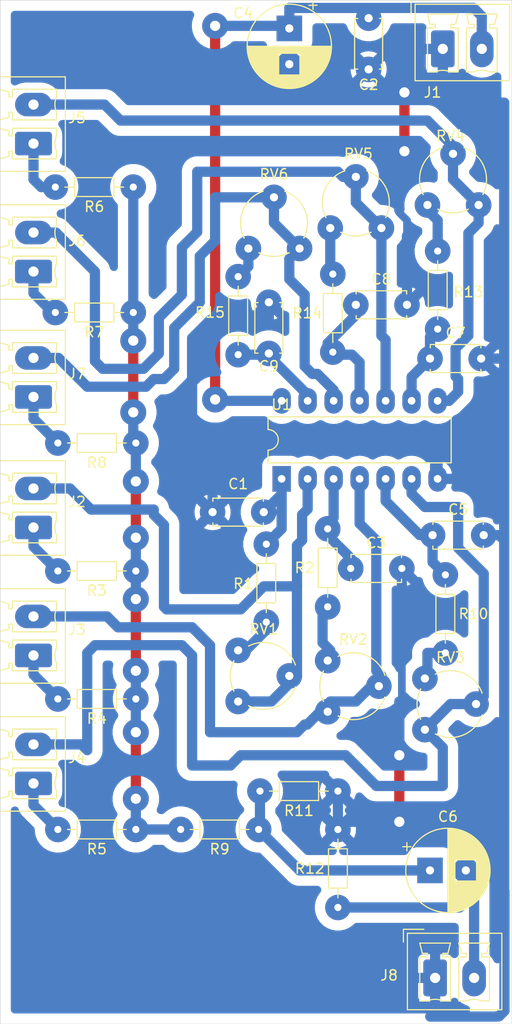
<source format=kicad_pcb>
(kicad_pcb (version 20171130) (host pcbnew "(5.1.8)-1")

  (general
    (thickness 1.6)
    (drawings 4)
    (tracks 300)
    (zones 0)
    (modules 39)
    (nets 30)
  )

  (page A4)
  (layers
    (0 F.Cu signal hide)
    (31 B.Cu signal)
    (32 B.Adhes user hide)
    (33 F.Adhes user hide)
    (34 B.Paste user hide)
    (35 F.Paste user hide)
    (36 B.SilkS user hide)
    (37 F.SilkS user)
    (38 B.Mask user hide)
    (39 F.Mask user hide)
    (40 Dwgs.User user hide)
    (41 Cmts.User user hide)
    (42 Eco1.User user hide)
    (43 Eco2.User user hide)
    (44 Edge.Cuts user)
    (45 Margin user hide)
    (46 B.CrtYd user hide)
    (47 F.CrtYd user hide)
    (48 B.Fab user hide)
    (49 F.Fab user hide)
  )

  (setup
    (last_trace_width 0.25)
    (user_trace_width 0.75)
    (user_trace_width 1)
    (trace_clearance 0.2)
    (zone_clearance 1)
    (zone_45_only no)
    (trace_min 0.2)
    (via_size 0.8)
    (via_drill 0.4)
    (via_min_size 0.4)
    (via_min_drill 0.3)
    (user_via 2.54 1)
    (uvia_size 0.3)
    (uvia_drill 0.1)
    (uvias_allowed no)
    (uvia_min_size 0.2)
    (uvia_min_drill 0.1)
    (edge_width 0.05)
    (segment_width 0.2)
    (pcb_text_width 0.3)
    (pcb_text_size 1.5 1.5)
    (mod_edge_width 0.12)
    (mod_text_size 1 1)
    (mod_text_width 0.15)
    (pad_size 2.5 2.5)
    (pad_drill 0.8)
    (pad_to_mask_clearance 0)
    (aux_axis_origin 0 0)
    (visible_elements 7FFFFFFF)
    (pcbplotparams
      (layerselection 0x010fc_ffffffff)
      (usegerberextensions false)
      (usegerberattributes true)
      (usegerberadvancedattributes true)
      (creategerberjobfile true)
      (excludeedgelayer true)
      (linewidth 0.100000)
      (plotframeref false)
      (viasonmask false)
      (mode 1)
      (useauxorigin false)
      (hpglpennumber 1)
      (hpglpenspeed 20)
      (hpglpendiameter 15.000000)
      (psnegative false)
      (psa4output false)
      (plotreference true)
      (plotvalue true)
      (plotinvisibletext false)
      (padsonsilk false)
      (subtractmaskfromsilk false)
      (outputformat 1)
      (mirror false)
      (drillshape 1)
      (scaleselection 1)
      (outputdirectory ""))
  )

  (net 0 "")
  (net 1 GND)
  (net 2 "Net-(C1-Pad1)")
  (net 3 +12V)
  (net 4 "Net-(C3-Pad1)")
  (net 5 "Net-(C5-Pad1)")
  (net 6 "Net-(C6-Pad2)")
  (net 7 "Net-(C6-Pad1)")
  (net 8 "Net-(C7-Pad1)")
  (net 9 "Net-(C8-Pad1)")
  (net 10 "Net-(C9-Pad1)")
  (net 11 OUT_1)
  (net 12 "Net-(J2-Pad1)")
  (net 13 OUT_2)
  (net 14 "Net-(J3-Pad1)")
  (net 15 OUT_3)
  (net 16 "Net-(J4-Pad1)")
  (net 17 OUT_4)
  (net 18 "Net-(J5-Pad1)")
  (net 19 OUT_5)
  (net 20 "Net-(J6-Pad1)")
  (net 21 OUT_6)
  (net 22 "Net-(J7-Pad1)")
  (net 23 "Net-(R1-Pad1)")
  (net 24 "Net-(R2-Pad1)")
  (net 25 "Net-(R3-Pad1)")
  (net 26 "Net-(R10-Pad1)")
  (net 27 "Net-(R13-Pad1)")
  (net 28 "Net-(R14-Pad1)")
  (net 29 "Net-(R15-Pad1)")

  (net_class Default "This is the default net class."
    (clearance 0.2)
    (trace_width 0.25)
    (via_dia 0.8)
    (via_drill 0.4)
    (uvia_dia 0.3)
    (uvia_drill 0.1)
    (add_net +12V)
    (add_net GND)
    (add_net "Net-(C1-Pad1)")
    (add_net "Net-(C3-Pad1)")
    (add_net "Net-(C5-Pad1)")
    (add_net "Net-(C6-Pad1)")
    (add_net "Net-(C6-Pad2)")
    (add_net "Net-(C7-Pad1)")
    (add_net "Net-(C8-Pad1)")
    (add_net "Net-(C9-Pad1)")
    (add_net "Net-(J2-Pad1)")
    (add_net "Net-(J3-Pad1)")
    (add_net "Net-(J4-Pad1)")
    (add_net "Net-(J5-Pad1)")
    (add_net "Net-(J6-Pad1)")
    (add_net "Net-(J7-Pad1)")
    (add_net "Net-(R1-Pad1)")
    (add_net "Net-(R10-Pad1)")
    (add_net "Net-(R13-Pad1)")
    (add_net "Net-(R14-Pad1)")
    (add_net "Net-(R15-Pad1)")
    (add_net "Net-(R2-Pad1)")
    (add_net "Net-(R3-Pad1)")
    (add_net OUT_1)
    (add_net OUT_2)
    (add_net OUT_3)
    (add_net OUT_4)
    (add_net OUT_5)
    (add_net OUT_6)
  )

  (module Package_DIP:DIP-14_W7.62mm_LongPads (layer F.Cu) (tedit 5FF773FA) (tstamp 5FF74074)
    (at 102.5 96.75 90)
    (descr "14-lead though-hole mounted DIP package, row spacing 7.62 mm (300 mils), LongPads")
    (tags "THT DIP DIL PDIP 2.54mm 7.62mm 300mil LongPads")
    (path /5FF4E190)
    (fp_text reference U1 (at 7.25 0 180) (layer F.SilkS)
      (effects (font (size 1 1) (thickness 0.15)))
    )
    (fp_text value 40106 (at 3.81 17.57 90) (layer F.Fab)
      (effects (font (size 1 1) (thickness 0.15)))
    )
    (fp_line (start 1.635 -1.27) (end 6.985 -1.27) (layer F.Fab) (width 0.1))
    (fp_line (start 6.985 -1.27) (end 6.985 16.51) (layer F.Fab) (width 0.1))
    (fp_line (start 6.985 16.51) (end 0.635 16.51) (layer F.Fab) (width 0.1))
    (fp_line (start 0.635 16.51) (end 0.635 -0.27) (layer F.Fab) (width 0.1))
    (fp_line (start 0.635 -0.27) (end 1.635 -1.27) (layer F.Fab) (width 0.1))
    (fp_line (start 2.81 -1.33) (end 1.56 -1.33) (layer F.SilkS) (width 0.12))
    (fp_line (start 1.56 -1.33) (end 1.56 16.57) (layer F.SilkS) (width 0.12))
    (fp_line (start 1.56 16.57) (end 6.06 16.57) (layer F.SilkS) (width 0.12))
    (fp_line (start 6.06 16.57) (end 6.06 -1.33) (layer F.SilkS) (width 0.12))
    (fp_line (start 6.06 -1.33) (end 4.81 -1.33) (layer F.SilkS) (width 0.12))
    (fp_line (start -1.45 -1.55) (end -1.45 16.8) (layer F.CrtYd) (width 0.05))
    (fp_line (start -1.45 16.8) (end 9.1 16.8) (layer F.CrtYd) (width 0.05))
    (fp_line (start 9.1 16.8) (end 9.1 -1.55) (layer F.CrtYd) (width 0.05))
    (fp_line (start 9.1 -1.55) (end -1.45 -1.55) (layer F.CrtYd) (width 0.05))
    (fp_text user %R (at 3.81 7.62 90) (layer F.Fab)
      (effects (font (size 1 1) (thickness 0.15)))
    )
    (fp_arc (start 3.81 -1.33) (end 2.81 -1.33) (angle -180) (layer F.SilkS) (width 0.12))
    (pad 14 thru_hole oval (at 7.62 0 90) (size 2.5 1.8) (drill 0.75) (layers *.Cu *.Mask)
      (net 3 +12V))
    (pad 7 thru_hole oval (at 0 15.24 90) (size 2.5 1.8) (drill 0.75) (layers *.Cu *.Mask)
      (net 1 GND))
    (pad 13 thru_hole oval (at 7.62 2.54 90) (size 2.5 1.8) (drill 0.75) (layers *.Cu *.Mask)
      (net 10 "Net-(C9-Pad1)"))
    (pad 6 thru_hole oval (at 0 12.7 90) (size 2.5 1.8) (drill 0.75) (layers *.Cu *.Mask)
      (net 15 OUT_3))
    (pad 12 thru_hole oval (at 7.62 5.08 90) (size 2.5 1.8) (drill 0.75) (layers *.Cu *.Mask)
      (net 21 OUT_6))
    (pad 5 thru_hole oval (at 0 10.16 90) (size 2.5 1.8) (drill 0.75) (layers *.Cu *.Mask)
      (net 5 "Net-(C5-Pad1)"))
    (pad 11 thru_hole oval (at 7.62 7.62 90) (size 2.5 1.8) (drill 0.75) (layers *.Cu *.Mask)
      (net 9 "Net-(C8-Pad1)"))
    (pad 4 thru_hole oval (at 0 7.62 90) (size 2.5 1.8) (drill 0.75) (layers *.Cu *.Mask)
      (net 13 OUT_2))
    (pad 10 thru_hole oval (at 7.62 10.16 90) (size 2.5 1.8) (drill 0.75) (layers *.Cu *.Mask)
      (net 19 OUT_5))
    (pad 3 thru_hole oval (at 0 5.08 90) (size 2.5 1.8) (drill 0.75) (layers *.Cu *.Mask)
      (net 4 "Net-(C3-Pad1)"))
    (pad 9 thru_hole oval (at 7.62 12.7 90) (size 2.5 1.8) (drill 0.75) (layers *.Cu *.Mask)
      (net 8 "Net-(C7-Pad1)"))
    (pad 2 thru_hole oval (at 0 2.54 90) (size 2.5 1.8) (drill 0.75) (layers *.Cu *.Mask)
      (net 11 OUT_1))
    (pad 8 thru_hole oval (at 7.62 15.24 90) (size 2.5 1.8) (drill 0.75) (layers *.Cu *.Mask)
      (net 17 OUT_4))
    (pad 1 thru_hole rect (at 0 0 90) (size 2.5 1.8) (drill 0.75) (layers *.Cu *.Mask)
      (net 2 "Net-(C1-Pad1)"))
    (model ${KISYS3DMOD}/Package_DIP.3dshapes/DIP-14_W7.62mm.wrl
      (at (xyz 0 0 0))
      (scale (xyz 1 1 1))
      (rotate (xyz 0 0 0))
    )
  )

  (module Potentiometer_THT:Potentiometer_Piher_PT-6-V_Vertical (layer F.Cu) (tedit 5FF77555) (tstamp 5FF72987)
    (at 104.25 74.25 90)
    (descr "Potentiometer, vertical, Piher PT-6-V, http://www.piher-nacesa.com/pdf/11-PT6v03.pdf")
    (tags "Potentiometer vertical Piher PT-6-V")
    (path /5FF84B4C)
    (fp_text reference RV6 (at 7.25 -2.5 180) (layer F.SilkS)
      (effects (font (size 1 1) (thickness 0.15)))
    )
    (fp_text value 5k (at 2.5 2.06 90) (layer F.Fab)
      (effects (font (size 1 1) (thickness 0.15)))
    )
    (fp_circle (center 2.5 -2.5) (end 5.65 -2.5) (layer F.Fab) (width 0.1))
    (fp_circle (center 2.5 -2.5) (end 3.4 -2.5) (layer F.Fab) (width 0.1))
    (fp_line (start -1.1 -6.1) (end -1.1 1.1) (layer F.CrtYd) (width 0.05))
    (fp_line (start -1.1 1.1) (end 6.1 1.1) (layer F.CrtYd) (width 0.05))
    (fp_line (start 6.1 1.1) (end 6.1 -6.1) (layer F.CrtYd) (width 0.05))
    (fp_line (start 6.1 -6.1) (end -1.1 -6.1) (layer F.CrtYd) (width 0.05))
    (fp_text user %R (at 0.55 -2.5) (layer F.Fab)
      (effects (font (size 1 1) (thickness 0.15)))
    )
    (fp_arc (start 2.5 -2.5) (end 1.015 0.414) (angle -28) (layer F.SilkS) (width 0.12))
    (fp_arc (start 2.5 -2.5) (end -0.414 -3.984) (angle -54) (layer F.SilkS) (width 0.12))
    (fp_arc (start 2.5 -2.5) (end 5.592 -3.564) (angle -98) (layer F.SilkS) (width 0.12))
    (fp_arc (start 2.5 -2.5) (end 2.5 0.77) (angle -71) (layer F.SilkS) (width 0.12))
    (pad 1 thru_hole circle (at 0 0 90) (size 2.5 2.5) (drill 0.8) (layers *.Cu *.Mask)
      (net 21 OUT_6))
    (pad 2 thru_hole circle (at 5 -2.5 90) (size 2.5 2.5) (drill 0.8) (layers *.Cu *.Mask)
      (net 21 OUT_6))
    (pad 3 thru_hole circle (at 0 -5 90) (size 2.5 2.5) (drill 0.8) (layers *.Cu *.Mask)
      (net 29 "Net-(R15-Pad1)"))
    (model ${KISYS3DMOD}/Potentiometer_THT.3dshapes/Potentiometer_Piher_PT-6-V_Vertical.wrl
      (at (xyz 0 0 0))
      (scale (xyz 1 1 1))
      (rotate (xyz 0 0 0))
    )
  )

  (module Potentiometer_THT:Potentiometer_Piher_PT-6-V_Vertical (layer F.Cu) (tedit 5FF775E7) (tstamp 5FF72975)
    (at 112.25 72.25 90)
    (descr "Potentiometer, vertical, Piher PT-6-V, http://www.piher-nacesa.com/pdf/11-PT6v03.pdf")
    (tags "Potentiometer vertical Piher PT-6-V")
    (path /5FF81917)
    (fp_text reference RV5 (at 7.25 -2.25 180) (layer F.SilkS)
      (effects (font (size 1 1) (thickness 0.15)))
    )
    (fp_text value 5k (at 2.5 2.06 90) (layer F.Fab)
      (effects (font (size 1 1) (thickness 0.15)))
    )
    (fp_circle (center 2.5 -2.5) (end 5.65 -2.5) (layer F.Fab) (width 0.1))
    (fp_circle (center 2.5 -2.5) (end 3.4 -2.5) (layer F.Fab) (width 0.1))
    (fp_line (start -1.1 -6.1) (end -1.1 1.1) (layer F.CrtYd) (width 0.05))
    (fp_line (start -1.1 1.1) (end 6.1 1.1) (layer F.CrtYd) (width 0.05))
    (fp_line (start 6.1 1.1) (end 6.1 -6.1) (layer F.CrtYd) (width 0.05))
    (fp_line (start 6.1 -6.1) (end -1.1 -6.1) (layer F.CrtYd) (width 0.05))
    (fp_text user %R (at 0.55 -2.5) (layer F.Fab)
      (effects (font (size 1 1) (thickness 0.15)))
    )
    (fp_arc (start 2.5 -2.5) (end 1.015 0.414) (angle -28) (layer F.SilkS) (width 0.12))
    (fp_arc (start 2.5 -2.5) (end -0.414 -3.984) (angle -54) (layer F.SilkS) (width 0.12))
    (fp_arc (start 2.5 -2.5) (end 5.592 -3.564) (angle -98) (layer F.SilkS) (width 0.12))
    (fp_arc (start 2.5 -2.5) (end 2.5 0.77) (angle -71) (layer F.SilkS) (width 0.12))
    (pad 1 thru_hole circle (at 0 0 90) (size 2.5 2.5) (drill 0.8) (layers *.Cu *.Mask)
      (net 19 OUT_5))
    (pad 2 thru_hole circle (at 5 -2.5 90) (size 2.5 2.5) (drill 0.8) (layers *.Cu *.Mask)
      (net 19 OUT_5))
    (pad 3 thru_hole circle (at 0 -5 90) (size 2.5 2.5) (drill 0.8) (layers *.Cu *.Mask)
      (net 28 "Net-(R14-Pad1)"))
    (model ${KISYS3DMOD}/Potentiometer_THT.3dshapes/Potentiometer_Piher_PT-6-V_Vertical.wrl
      (at (xyz 0 0 0))
      (scale (xyz 1 1 1))
      (rotate (xyz 0 0 0))
    )
  )

  (module Potentiometer_THT:Potentiometer_Piher_PT-6-V_Vertical (layer F.Cu) (tedit 5FF7769C) (tstamp 5FF72963)
    (at 121.75 70 90)
    (descr "Potentiometer, vertical, Piher PT-6-V, http://www.piher-nacesa.com/pdf/11-PT6v03.pdf")
    (tags "Potentiometer vertical Piher PT-6-V")
    (path /5FF7ACFB)
    (fp_text reference RV4 (at 6.75 -2.75 180) (layer F.SilkS)
      (effects (font (size 1 1) (thickness 0.15)))
    )
    (fp_text value 10k (at 2.5 2.06 90) (layer F.Fab)
      (effects (font (size 1 1) (thickness 0.15)))
    )
    (fp_circle (center 2.5 -2.5) (end 5.65 -2.5) (layer F.Fab) (width 0.1))
    (fp_circle (center 2.5 -2.5) (end 3.4 -2.5) (layer F.Fab) (width 0.1))
    (fp_line (start -1.1 -6.1) (end -1.1 1.1) (layer F.CrtYd) (width 0.05))
    (fp_line (start -1.1 1.1) (end 6.1 1.1) (layer F.CrtYd) (width 0.05))
    (fp_line (start 6.1 1.1) (end 6.1 -6.1) (layer F.CrtYd) (width 0.05))
    (fp_line (start 6.1 -6.1) (end -1.1 -6.1) (layer F.CrtYd) (width 0.05))
    (fp_text user %R (at 0.55 -2.5) (layer F.Fab)
      (effects (font (size 1 1) (thickness 0.15)))
    )
    (fp_arc (start 2.5 -2.5) (end 1.015 0.414) (angle -28) (layer F.SilkS) (width 0.12))
    (fp_arc (start 2.5 -2.5) (end -0.414 -3.984) (angle -54) (layer F.SilkS) (width 0.12))
    (fp_arc (start 2.5 -2.5) (end 5.592 -3.564) (angle -98) (layer F.SilkS) (width 0.12))
    (fp_arc (start 2.5 -2.5) (end 2.5 0.77) (angle -71) (layer F.SilkS) (width 0.12))
    (pad 1 thru_hole circle (at 0 0 90) (size 2.5 2.5) (drill 0.8) (layers *.Cu *.Mask)
      (net 17 OUT_4))
    (pad 2 thru_hole circle (at 5 -2.5 90) (size 2.5 2.5) (drill 0.8) (layers *.Cu *.Mask)
      (net 17 OUT_4))
    (pad 3 thru_hole circle (at 0 -5 90) (size 2.5 2.5) (drill 0.8) (layers *.Cu *.Mask)
      (net 27 "Net-(R13-Pad1)"))
    (model ${KISYS3DMOD}/Potentiometer_THT.3dshapes/Potentiometer_Piher_PT-6-V_Vertical.wrl
      (at (xyz 0 0 0))
      (scale (xyz 1 1 1))
      (rotate (xyz 0 0 0))
    )
  )

  (module Potentiometer_THT:Potentiometer_Piher_PT-6-V_Vertical (layer F.Cu) (tedit 5FF77819) (tstamp 5FF740C7)
    (at 116.5 121.25)
    (descr "Potentiometer, vertical, Piher PT-6-V, http://www.piher-nacesa.com/pdf/11-PT6v03.pdf")
    (tags "Potentiometer vertical Piher PT-6-V")
    (path /5FF76033)
    (fp_text reference RV3 (at 2.5 -7.06) (layer F.SilkS)
      (effects (font (size 1 1) (thickness 0.15)))
    )
    (fp_text value 5k (at 2.5 2.06) (layer F.Fab)
      (effects (font (size 1 1) (thickness 0.15)))
    )
    (fp_circle (center 2.5 -2.5) (end 5.65 -2.5) (layer F.Fab) (width 0.1))
    (fp_circle (center 2.5 -2.5) (end 3.4 -2.5) (layer F.Fab) (width 0.1))
    (fp_line (start -1.1 -6.1) (end -1.1 1.1) (layer F.CrtYd) (width 0.05))
    (fp_line (start -1.1 1.1) (end 6.1 1.1) (layer F.CrtYd) (width 0.05))
    (fp_line (start 6.1 1.1) (end 6.1 -6.1) (layer F.CrtYd) (width 0.05))
    (fp_line (start 6.1 -6.1) (end -1.1 -6.1) (layer F.CrtYd) (width 0.05))
    (fp_text user %R (at 0.55 -2.5 90) (layer F.Fab)
      (effects (font (size 1 1) (thickness 0.15)))
    )
    (fp_arc (start 2.5 -2.5) (end 1.015 0.414) (angle -28) (layer F.SilkS) (width 0.12))
    (fp_arc (start 2.5 -2.5) (end -0.414 -3.984) (angle -54) (layer F.SilkS) (width 0.12))
    (fp_arc (start 2.5 -2.5) (end 5.592 -3.564) (angle -98) (layer F.SilkS) (width 0.12))
    (fp_arc (start 2.5 -2.5) (end 2.5 0.77) (angle -71) (layer F.SilkS) (width 0.12))
    (pad 1 thru_hole circle (at 0 0) (size 2.5 2.5) (drill 0.8) (layers *.Cu *.Mask)
      (net 15 OUT_3))
    (pad 2 thru_hole circle (at 5 -2.5) (size 2.5 2.5) (drill 0.8) (layers *.Cu *.Mask)
      (net 15 OUT_3))
    (pad 3 thru_hole circle (at 0 -5) (size 2.5 2.5) (drill 0.8) (layers *.Cu *.Mask)
      (net 26 "Net-(R10-Pad1)"))
    (model ${KISYS3DMOD}/Potentiometer_THT.3dshapes/Potentiometer_Piher_PT-6-V_Vertical.wrl
      (at (xyz 0 0 0))
      (scale (xyz 1 1 1))
      (rotate (xyz 0 0 0))
    )
  )

  (module Potentiometer_THT:Potentiometer_Piher_PT-6-V_Vertical (layer F.Cu) (tedit 5FF778CA) (tstamp 5FF7412D)
    (at 107 119.5)
    (descr "Potentiometer, vertical, Piher PT-6-V, http://www.piher-nacesa.com/pdf/11-PT6v03.pdf")
    (tags "Potentiometer vertical Piher PT-6-V")
    (path /5FF725A8)
    (fp_text reference RV2 (at 2.5 -7.06) (layer F.SilkS)
      (effects (font (size 1 1) (thickness 0.15)))
    )
    (fp_text value 10k (at 2.5 2.06) (layer F.Fab)
      (effects (font (size 1 1) (thickness 0.15)))
    )
    (fp_circle (center 2.5 -2.5) (end 5.65 -2.5) (layer F.Fab) (width 0.1))
    (fp_circle (center 2.5 -2.5) (end 3.4 -2.5) (layer F.Fab) (width 0.1))
    (fp_line (start -1.1 -6.1) (end -1.1 1.1) (layer F.CrtYd) (width 0.05))
    (fp_line (start -1.1 1.1) (end 6.1 1.1) (layer F.CrtYd) (width 0.05))
    (fp_line (start 6.1 1.1) (end 6.1 -6.1) (layer F.CrtYd) (width 0.05))
    (fp_line (start 6.1 -6.1) (end -1.1 -6.1) (layer F.CrtYd) (width 0.05))
    (fp_text user %R (at 0.55 -2.5 90) (layer F.Fab)
      (effects (font (size 1 1) (thickness 0.15)))
    )
    (fp_arc (start 2.5 -2.5) (end 1.015 0.414) (angle -28) (layer F.SilkS) (width 0.12))
    (fp_arc (start 2.5 -2.5) (end -0.414 -3.984) (angle -54) (layer F.SilkS) (width 0.12))
    (fp_arc (start 2.5 -2.5) (end 5.592 -3.564) (angle -98) (layer F.SilkS) (width 0.12))
    (fp_arc (start 2.5 -2.5) (end 2.5 0.77) (angle -71) (layer F.SilkS) (width 0.12))
    (pad 1 thru_hole circle (at 0 0) (size 2.5 2.5) (drill 0.8) (layers *.Cu *.Mask)
      (net 13 OUT_2))
    (pad 2 thru_hole circle (at 5 -2.5) (size 2.5 2.5) (drill 0.8) (layers *.Cu *.Mask)
      (net 13 OUT_2))
    (pad 3 thru_hole circle (at 0 -5) (size 2.5 2.5) (drill 0.8) (layers *.Cu *.Mask)
      (net 24 "Net-(R2-Pad1)"))
    (model ${KISYS3DMOD}/Potentiometer_THT.3dshapes/Potentiometer_Piher_PT-6-V_Vertical.wrl
      (at (xyz 0 0 0))
      (scale (xyz 1 1 1))
      (rotate (xyz 0 0 0))
    )
  )

  (module Potentiometer_THT:Potentiometer_Piher_PT-6-V_Vertical (layer F.Cu) (tedit 5FF778E8) (tstamp 5FF740FA)
    (at 98.25 118.5)
    (descr "Potentiometer, vertical, Piher PT-6-V, http://www.piher-nacesa.com/pdf/11-PT6v03.pdf")
    (tags "Potentiometer vertical Piher PT-6-V")
    (path /5FF55847)
    (fp_text reference RV1 (at 2.5 -7.06) (layer F.SilkS)
      (effects (font (size 1 1) (thickness 0.15)))
    )
    (fp_text value 10k (at 2.5 2.06) (layer F.Fab)
      (effects (font (size 1 1) (thickness 0.15)))
    )
    (fp_circle (center 2.5 -2.5) (end 5.65 -2.5) (layer F.Fab) (width 0.1))
    (fp_circle (center 2.5 -2.5) (end 3.4 -2.5) (layer F.Fab) (width 0.1))
    (fp_line (start -1.1 -6.1) (end -1.1 1.1) (layer F.CrtYd) (width 0.05))
    (fp_line (start -1.1 1.1) (end 6.1 1.1) (layer F.CrtYd) (width 0.05))
    (fp_line (start 6.1 1.1) (end 6.1 -6.1) (layer F.CrtYd) (width 0.05))
    (fp_line (start 6.1 -6.1) (end -1.1 -6.1) (layer F.CrtYd) (width 0.05))
    (fp_text user %R (at 0.55 -2.5 90) (layer F.Fab)
      (effects (font (size 1 1) (thickness 0.15)))
    )
    (fp_arc (start 2.5 -2.5) (end 1.015 0.414) (angle -28) (layer F.SilkS) (width 0.12))
    (fp_arc (start 2.5 -2.5) (end -0.414 -3.984) (angle -54) (layer F.SilkS) (width 0.12))
    (fp_arc (start 2.5 -2.5) (end 5.592 -3.564) (angle -98) (layer F.SilkS) (width 0.12))
    (fp_arc (start 2.5 -2.5) (end 2.5 0.77) (angle -71) (layer F.SilkS) (width 0.12))
    (pad 1 thru_hole circle (at 0 0) (size 2.5 2.5) (drill 0.8) (layers *.Cu *.Mask)
      (net 11 OUT_1))
    (pad 2 thru_hole circle (at 5 -2.5) (size 2.5 2.5) (drill 0.8) (layers *.Cu *.Mask)
      (net 11 OUT_1))
    (pad 3 thru_hole circle (at 0 -5) (size 2.5 2.5) (drill 0.8) (layers *.Cu *.Mask)
      (net 23 "Net-(R1-Pad1)"))
    (model ${KISYS3DMOD}/Potentiometer_THT.3dshapes/Potentiometer_Piher_PT-6-V_Vertical.wrl
      (at (xyz 0 0 0))
      (scale (xyz 1 1 1))
      (rotate (xyz 0 0 0))
    )
  )

  (module Resistor_THT:R_Axial_DIN0204_L3.6mm_D1.6mm_P7.62mm_Horizontal (layer F.Cu) (tedit 5FF77593) (tstamp 5FF7291B)
    (at 98.25 77 270)
    (descr "Resistor, Axial_DIN0204 series, Axial, Horizontal, pin pitch=7.62mm, 0.167W, length*diameter=3.6*1.6mm^2, http://cdn-reichelt.de/documents/datenblatt/B400/1_4W%23YAG.pdf")
    (tags "Resistor Axial_DIN0204 series Axial Horizontal pin pitch 7.62mm 0.167W length 3.6mm diameter 1.6mm")
    (path /5FF84B42)
    (fp_text reference R15 (at 3.5 2.75 180) (layer F.SilkS)
      (effects (font (size 1 1) (thickness 0.15)))
    )
    (fp_text value 6.8k (at 3.81 1.92 90) (layer F.Fab)
      (effects (font (size 1 1) (thickness 0.15)))
    )
    (fp_line (start 2.01 -0.8) (end 2.01 0.8) (layer F.Fab) (width 0.1))
    (fp_line (start 2.01 0.8) (end 5.61 0.8) (layer F.Fab) (width 0.1))
    (fp_line (start 5.61 0.8) (end 5.61 -0.8) (layer F.Fab) (width 0.1))
    (fp_line (start 5.61 -0.8) (end 2.01 -0.8) (layer F.Fab) (width 0.1))
    (fp_line (start 0 0) (end 2.01 0) (layer F.Fab) (width 0.1))
    (fp_line (start 7.62 0) (end 5.61 0) (layer F.Fab) (width 0.1))
    (fp_line (start 1.89 -0.92) (end 1.89 0.92) (layer F.SilkS) (width 0.12))
    (fp_line (start 1.89 0.92) (end 5.73 0.92) (layer F.SilkS) (width 0.12))
    (fp_line (start 5.73 0.92) (end 5.73 -0.92) (layer F.SilkS) (width 0.12))
    (fp_line (start 5.73 -0.92) (end 1.89 -0.92) (layer F.SilkS) (width 0.12))
    (fp_line (start 0.94 0) (end 1.89 0) (layer F.SilkS) (width 0.12))
    (fp_line (start 6.68 0) (end 5.73 0) (layer F.SilkS) (width 0.12))
    (fp_line (start -0.95 -1.05) (end -0.95 1.05) (layer F.CrtYd) (width 0.05))
    (fp_line (start -0.95 1.05) (end 8.57 1.05) (layer F.CrtYd) (width 0.05))
    (fp_line (start 8.57 1.05) (end 8.57 -1.05) (layer F.CrtYd) (width 0.05))
    (fp_line (start 8.57 -1.05) (end -0.95 -1.05) (layer F.CrtYd) (width 0.05))
    (fp_text user %R (at 3.81 0 90) (layer F.Fab)
      (effects (font (size 0.72 0.72) (thickness 0.108)))
    )
    (pad 2 thru_hole oval (at 7.62 0 270) (size 2.5 2.5) (drill 0.7) (layers *.Cu *.Mask)
      (net 10 "Net-(C9-Pad1)"))
    (pad 1 thru_hole circle (at 0 0 270) (size 2.5 2.5) (drill 0.7) (layers *.Cu *.Mask)
      (net 29 "Net-(R15-Pad1)"))
    (model ${KISYS3DMOD}/Resistor_THT.3dshapes/R_Axial_DIN0204_L3.6mm_D1.6mm_P7.62mm_Horizontal.wrl
      (at (xyz 0 0 0))
      (scale (xyz 1 1 1))
      (rotate (xyz 0 0 0))
    )
  )

  (module Resistor_THT:R_Axial_DIN0204_L3.6mm_D1.6mm_P7.62mm_Horizontal (layer F.Cu) (tedit 5FF77603) (tstamp 5FF72904)
    (at 107.5 76.75 270)
    (descr "Resistor, Axial_DIN0204 series, Axial, Horizontal, pin pitch=7.62mm, 0.167W, length*diameter=3.6*1.6mm^2, http://cdn-reichelt.de/documents/datenblatt/B400/1_4W%23YAG.pdf")
    (tags "Resistor Axial_DIN0204 series Axial Horizontal pin pitch 7.62mm 0.167W length 3.6mm diameter 1.6mm")
    (path /5FF8190D)
    (fp_text reference R14 (at 3.81 2.5 180) (layer F.SilkS)
      (effects (font (size 1 1) (thickness 0.15)))
    )
    (fp_text value 8.2k (at 3.81 1.92 90) (layer F.Fab)
      (effects (font (size 1 1) (thickness 0.15)))
    )
    (fp_line (start 2.01 -0.8) (end 2.01 0.8) (layer F.Fab) (width 0.1))
    (fp_line (start 2.01 0.8) (end 5.61 0.8) (layer F.Fab) (width 0.1))
    (fp_line (start 5.61 0.8) (end 5.61 -0.8) (layer F.Fab) (width 0.1))
    (fp_line (start 5.61 -0.8) (end 2.01 -0.8) (layer F.Fab) (width 0.1))
    (fp_line (start 0 0) (end 2.01 0) (layer F.Fab) (width 0.1))
    (fp_line (start 7.62 0) (end 5.61 0) (layer F.Fab) (width 0.1))
    (fp_line (start 1.89 -0.92) (end 1.89 0.92) (layer F.SilkS) (width 0.12))
    (fp_line (start 1.89 0.92) (end 5.73 0.92) (layer F.SilkS) (width 0.12))
    (fp_line (start 5.73 0.92) (end 5.73 -0.92) (layer F.SilkS) (width 0.12))
    (fp_line (start 5.73 -0.92) (end 1.89 -0.92) (layer F.SilkS) (width 0.12))
    (fp_line (start 0.94 0) (end 1.89 0) (layer F.SilkS) (width 0.12))
    (fp_line (start 6.68 0) (end 5.73 0) (layer F.SilkS) (width 0.12))
    (fp_line (start -0.95 -1.05) (end -0.95 1.05) (layer F.CrtYd) (width 0.05))
    (fp_line (start -0.95 1.05) (end 8.57 1.05) (layer F.CrtYd) (width 0.05))
    (fp_line (start 8.57 1.05) (end 8.57 -1.05) (layer F.CrtYd) (width 0.05))
    (fp_line (start 8.57 -1.05) (end -0.95 -1.05) (layer F.CrtYd) (width 0.05))
    (fp_text user %R (at 3.81 0 90) (layer F.Fab)
      (effects (font (size 0.72 0.72) (thickness 0.108)))
    )
    (pad 2 thru_hole oval (at 7.62 0 270) (size 2.5 2.5) (drill 0.7) (layers *.Cu *.Mask)
      (net 9 "Net-(C8-Pad1)"))
    (pad 1 thru_hole circle (at 0 0 270) (size 2.5 2.5) (drill 0.7) (layers *.Cu *.Mask)
      (net 28 "Net-(R14-Pad1)"))
    (model ${KISYS3DMOD}/Resistor_THT.3dshapes/R_Axial_DIN0204_L3.6mm_D1.6mm_P7.62mm_Horizontal.wrl
      (at (xyz 0 0 0))
      (scale (xyz 1 1 1))
      (rotate (xyz 0 0 0))
    )
  )

  (module Resistor_THT:R_Axial_DIN0204_L3.6mm_D1.6mm_P7.62mm_Horizontal (layer F.Cu) (tedit 5FF77672) (tstamp 5FF728ED)
    (at 117.75 74.5 270)
    (descr "Resistor, Axial_DIN0204 series, Axial, Horizontal, pin pitch=7.62mm, 0.167W, length*diameter=3.6*1.6mm^2, http://cdn-reichelt.de/documents/datenblatt/B400/1_4W%23YAG.pdf")
    (tags "Resistor Axial_DIN0204 series Axial Horizontal pin pitch 7.62mm 0.167W length 3.6mm diameter 1.6mm")
    (path /5FF7ACF1)
    (fp_text reference R13 (at 4 -3 180) (layer F.SilkS)
      (effects (font (size 1 1) (thickness 0.15)))
    )
    (fp_text value 10k (at 3.81 1.92 90) (layer F.Fab)
      (effects (font (size 1 1) (thickness 0.15)))
    )
    (fp_line (start 2.01 -0.8) (end 2.01 0.8) (layer F.Fab) (width 0.1))
    (fp_line (start 2.01 0.8) (end 5.61 0.8) (layer F.Fab) (width 0.1))
    (fp_line (start 5.61 0.8) (end 5.61 -0.8) (layer F.Fab) (width 0.1))
    (fp_line (start 5.61 -0.8) (end 2.01 -0.8) (layer F.Fab) (width 0.1))
    (fp_line (start 0 0) (end 2.01 0) (layer F.Fab) (width 0.1))
    (fp_line (start 7.62 0) (end 5.61 0) (layer F.Fab) (width 0.1))
    (fp_line (start 1.89 -0.92) (end 1.89 0.92) (layer F.SilkS) (width 0.12))
    (fp_line (start 1.89 0.92) (end 5.73 0.92) (layer F.SilkS) (width 0.12))
    (fp_line (start 5.73 0.92) (end 5.73 -0.92) (layer F.SilkS) (width 0.12))
    (fp_line (start 5.73 -0.92) (end 1.89 -0.92) (layer F.SilkS) (width 0.12))
    (fp_line (start 0.94 0) (end 1.89 0) (layer F.SilkS) (width 0.12))
    (fp_line (start 6.68 0) (end 5.73 0) (layer F.SilkS) (width 0.12))
    (fp_line (start -0.95 -1.05) (end -0.95 1.05) (layer F.CrtYd) (width 0.05))
    (fp_line (start -0.95 1.05) (end 8.57 1.05) (layer F.CrtYd) (width 0.05))
    (fp_line (start 8.57 1.05) (end 8.57 -1.05) (layer F.CrtYd) (width 0.05))
    (fp_line (start 8.57 -1.05) (end -0.95 -1.05) (layer F.CrtYd) (width 0.05))
    (fp_text user %R (at 3.81 0 90) (layer F.Fab)
      (effects (font (size 0.72 0.72) (thickness 0.108)))
    )
    (pad 2 thru_hole oval (at 7.62 0 270) (size 2.5 2.5) (drill 0.7) (layers *.Cu *.Mask)
      (net 8 "Net-(C7-Pad1)"))
    (pad 1 thru_hole circle (at 0 0 270) (size 2.5 2.5) (drill 0.7) (layers *.Cu *.Mask)
      (net 27 "Net-(R13-Pad1)"))
    (model ${KISYS3DMOD}/Resistor_THT.3dshapes/R_Axial_DIN0204_L3.6mm_D1.6mm_P7.62mm_Horizontal.wrl
      (at (xyz 0 0 0))
      (scale (xyz 1 1 1))
      (rotate (xyz 0 0 0))
    )
  )

  (module Resistor_THT:R_Axial_DIN0204_L3.6mm_D1.6mm_P7.62mm_Horizontal (layer F.Cu) (tedit 5FF774AF) (tstamp 5FF728D6)
    (at 108 131 270)
    (descr "Resistor, Axial_DIN0204 series, Axial, Horizontal, pin pitch=7.62mm, 0.167W, length*diameter=3.6*1.6mm^2, http://cdn-reichelt.de/documents/datenblatt/B400/1_4W%23YAG.pdf")
    (tags "Resistor Axial_DIN0204 series Axial Horizontal pin pitch 7.62mm 0.167W length 3.6mm diameter 1.6mm")
    (path /5FFB99C0)
    (fp_text reference R12 (at 3.81 2.75 180) (layer F.SilkS)
      (effects (font (size 1 1) (thickness 0.15)))
    )
    (fp_text value 100k (at 3.81 1.92 90) (layer F.Fab)
      (effects (font (size 1 1) (thickness 0.15)))
    )
    (fp_line (start 2.01 -0.8) (end 2.01 0.8) (layer F.Fab) (width 0.1))
    (fp_line (start 2.01 0.8) (end 5.61 0.8) (layer F.Fab) (width 0.1))
    (fp_line (start 5.61 0.8) (end 5.61 -0.8) (layer F.Fab) (width 0.1))
    (fp_line (start 5.61 -0.8) (end 2.01 -0.8) (layer F.Fab) (width 0.1))
    (fp_line (start 0 0) (end 2.01 0) (layer F.Fab) (width 0.1))
    (fp_line (start 7.62 0) (end 5.61 0) (layer F.Fab) (width 0.1))
    (fp_line (start 1.89 -0.92) (end 1.89 0.92) (layer F.SilkS) (width 0.12))
    (fp_line (start 1.89 0.92) (end 5.73 0.92) (layer F.SilkS) (width 0.12))
    (fp_line (start 5.73 0.92) (end 5.73 -0.92) (layer F.SilkS) (width 0.12))
    (fp_line (start 5.73 -0.92) (end 1.89 -0.92) (layer F.SilkS) (width 0.12))
    (fp_line (start 0.94 0) (end 1.89 0) (layer F.SilkS) (width 0.12))
    (fp_line (start 6.68 0) (end 5.73 0) (layer F.SilkS) (width 0.12))
    (fp_line (start -0.95 -1.05) (end -0.95 1.05) (layer F.CrtYd) (width 0.05))
    (fp_line (start -0.95 1.05) (end 8.57 1.05) (layer F.CrtYd) (width 0.05))
    (fp_line (start 8.57 1.05) (end 8.57 -1.05) (layer F.CrtYd) (width 0.05))
    (fp_line (start 8.57 -1.05) (end -0.95 -1.05) (layer F.CrtYd) (width 0.05))
    (fp_text user %R (at 3.81 0 90) (layer F.Fab)
      (effects (font (size 0.72 0.72) (thickness 0.108)))
    )
    (pad 2 thru_hole oval (at 7.62 0 270) (size 2.5 2.5) (drill 0.7) (layers *.Cu *.Mask)
      (net 6 "Net-(C6-Pad2)"))
    (pad 1 thru_hole circle (at 0 0 270) (size 2.5 2.5) (drill 0.7) (layers *.Cu *.Mask)
      (net 1 GND))
    (model ${KISYS3DMOD}/Resistor_THT.3dshapes/R_Axial_DIN0204_L3.6mm_D1.6mm_P7.62mm_Horizontal.wrl
      (at (xyz 0 0 0))
      (scale (xyz 1 1 1))
      (rotate (xyz 0 0 0))
    )
  )

  (module Resistor_THT:R_Axial_DIN0204_L3.6mm_D1.6mm_P7.62mm_Horizontal (layer F.Cu) (tedit 5FF7749A) (tstamp 5FF75B33)
    (at 108 127.25 180)
    (descr "Resistor, Axial_DIN0204 series, Axial, Horizontal, pin pitch=7.62mm, 0.167W, length*diameter=3.6*1.6mm^2, http://cdn-reichelt.de/documents/datenblatt/B400/1_4W%23YAG.pdf")
    (tags "Resistor Axial_DIN0204 series Axial Horizontal pin pitch 7.62mm 0.167W length 3.6mm diameter 1.6mm")
    (path /5FFAFCE5)
    (fp_text reference R11 (at 3.81 -1.92) (layer F.SilkS)
      (effects (font (size 1 1) (thickness 0.15)))
    )
    (fp_text value 3.3k (at 3.81 1.92) (layer F.Fab)
      (effects (font (size 1 1) (thickness 0.15)))
    )
    (fp_line (start 2.01 -0.8) (end 2.01 0.8) (layer F.Fab) (width 0.1))
    (fp_line (start 2.01 0.8) (end 5.61 0.8) (layer F.Fab) (width 0.1))
    (fp_line (start 5.61 0.8) (end 5.61 -0.8) (layer F.Fab) (width 0.1))
    (fp_line (start 5.61 -0.8) (end 2.01 -0.8) (layer F.Fab) (width 0.1))
    (fp_line (start 0 0) (end 2.01 0) (layer F.Fab) (width 0.1))
    (fp_line (start 7.62 0) (end 5.61 0) (layer F.Fab) (width 0.1))
    (fp_line (start 1.89 -0.92) (end 1.89 0.92) (layer F.SilkS) (width 0.12))
    (fp_line (start 1.89 0.92) (end 5.73 0.92) (layer F.SilkS) (width 0.12))
    (fp_line (start 5.73 0.92) (end 5.73 -0.92) (layer F.SilkS) (width 0.12))
    (fp_line (start 5.73 -0.92) (end 1.89 -0.92) (layer F.SilkS) (width 0.12))
    (fp_line (start 0.94 0) (end 1.89 0) (layer F.SilkS) (width 0.12))
    (fp_line (start 6.68 0) (end 5.73 0) (layer F.SilkS) (width 0.12))
    (fp_line (start -0.95 -1.05) (end -0.95 1.05) (layer F.CrtYd) (width 0.05))
    (fp_line (start -0.95 1.05) (end 8.57 1.05) (layer F.CrtYd) (width 0.05))
    (fp_line (start 8.57 1.05) (end 8.57 -1.05) (layer F.CrtYd) (width 0.05))
    (fp_line (start 8.57 -1.05) (end -0.95 -1.05) (layer F.CrtYd) (width 0.05))
    (fp_text user %R (at 3.81 0) (layer F.Fab)
      (effects (font (size 0.72 0.72) (thickness 0.108)))
    )
    (pad 2 thru_hole oval (at 7.62 0 180) (size 2.5 2.5) (drill 0.7) (layers *.Cu *.Mask)
      (net 7 "Net-(C6-Pad1)"))
    (pad 1 thru_hole circle (at 0 0 180) (size 2.5 2.5) (drill 0.7) (layers *.Cu *.Mask)
      (net 1 GND))
    (model ${KISYS3DMOD}/Resistor_THT.3dshapes/R_Axial_DIN0204_L3.6mm_D1.6mm_P7.62mm_Horizontal.wrl
      (at (xyz 0 0 0))
      (scale (xyz 1 1 1))
      (rotate (xyz 0 0 0))
    )
  )

  (module Resistor_THT:R_Axial_DIN0204_L3.6mm_D1.6mm_P7.62mm_Horizontal (layer F.Cu) (tedit 5FF777CF) (tstamp 5FF78B57)
    (at 118.5 113.75 90)
    (descr "Resistor, Axial_DIN0204 series, Axial, Horizontal, pin pitch=7.62mm, 0.167W, length*diameter=3.6*1.6mm^2, http://cdn-reichelt.de/documents/datenblatt/B400/1_4W%23YAG.pdf")
    (tags "Resistor Axial_DIN0204 series Axial Horizontal pin pitch 7.62mm 0.167W length 3.6mm diameter 1.6mm")
    (path /5FF76029)
    (fp_text reference R10 (at 3.81 2.75 180) (layer F.SilkS)
      (effects (font (size 1 1) (thickness 0.15)))
    )
    (fp_text value 12k (at 3.81 1.92 90) (layer F.Fab)
      (effects (font (size 1 1) (thickness 0.15)))
    )
    (fp_line (start 2.01 -0.8) (end 2.01 0.8) (layer F.Fab) (width 0.1))
    (fp_line (start 2.01 0.8) (end 5.61 0.8) (layer F.Fab) (width 0.1))
    (fp_line (start 5.61 0.8) (end 5.61 -0.8) (layer F.Fab) (width 0.1))
    (fp_line (start 5.61 -0.8) (end 2.01 -0.8) (layer F.Fab) (width 0.1))
    (fp_line (start 0 0) (end 2.01 0) (layer F.Fab) (width 0.1))
    (fp_line (start 7.62 0) (end 5.61 0) (layer F.Fab) (width 0.1))
    (fp_line (start 1.89 -0.92) (end 1.89 0.92) (layer F.SilkS) (width 0.12))
    (fp_line (start 1.89 0.92) (end 5.73 0.92) (layer F.SilkS) (width 0.12))
    (fp_line (start 5.73 0.92) (end 5.73 -0.92) (layer F.SilkS) (width 0.12))
    (fp_line (start 5.73 -0.92) (end 1.89 -0.92) (layer F.SilkS) (width 0.12))
    (fp_line (start 0.94 0) (end 1.89 0) (layer F.SilkS) (width 0.12))
    (fp_line (start 6.68 0) (end 5.73 0) (layer F.SilkS) (width 0.12))
    (fp_line (start -0.95 -1.05) (end -0.95 1.05) (layer F.CrtYd) (width 0.05))
    (fp_line (start -0.95 1.05) (end 8.57 1.05) (layer F.CrtYd) (width 0.05))
    (fp_line (start 8.57 1.05) (end 8.57 -1.05) (layer F.CrtYd) (width 0.05))
    (fp_line (start 8.57 -1.05) (end -0.95 -1.05) (layer F.CrtYd) (width 0.05))
    (fp_text user %R (at 3.81 0 90) (layer F.Fab)
      (effects (font (size 0.72 0.72) (thickness 0.108)))
    )
    (pad 2 thru_hole oval (at 7.62 0 90) (size 2.5 2.5) (drill 0.7) (layers *.Cu *.Mask)
      (net 5 "Net-(C5-Pad1)"))
    (pad 1 thru_hole circle (at 0 0 90) (size 2.5 2.5) (drill 0.7) (layers *.Cu *.Mask)
      (net 26 "Net-(R10-Pad1)"))
    (model ${KISYS3DMOD}/Resistor_THT.3dshapes/R_Axial_DIN0204_L3.6mm_D1.6mm_P7.62mm_Horizontal.wrl
      (at (xyz 0 0 0))
      (scale (xyz 1 1 1))
      (rotate (xyz 0 0 0))
    )
  )

  (module Resistor_THT:R_Axial_DIN0204_L3.6mm_D1.6mm_P7.62mm_Horizontal (layer F.Cu) (tedit 5FF7748F) (tstamp 5FF72891)
    (at 100.25 131 180)
    (descr "Resistor, Axial_DIN0204 series, Axial, Horizontal, pin pitch=7.62mm, 0.167W, length*diameter=3.6*1.6mm^2, http://cdn-reichelt.de/documents/datenblatt/B400/1_4W%23YAG.pdf")
    (tags "Resistor Axial_DIN0204 series Axial Horizontal pin pitch 7.62mm 0.167W length 3.6mm diameter 1.6mm")
    (path /5FFAF81E)
    (fp_text reference R9 (at 3.81 -1.92) (layer F.SilkS)
      (effects (font (size 1 1) (thickness 0.15)))
    )
    (fp_text value 6.8k (at 3.81 1.92) (layer F.Fab)
      (effects (font (size 1 1) (thickness 0.15)))
    )
    (fp_line (start 2.01 -0.8) (end 2.01 0.8) (layer F.Fab) (width 0.1))
    (fp_line (start 2.01 0.8) (end 5.61 0.8) (layer F.Fab) (width 0.1))
    (fp_line (start 5.61 0.8) (end 5.61 -0.8) (layer F.Fab) (width 0.1))
    (fp_line (start 5.61 -0.8) (end 2.01 -0.8) (layer F.Fab) (width 0.1))
    (fp_line (start 0 0) (end 2.01 0) (layer F.Fab) (width 0.1))
    (fp_line (start 7.62 0) (end 5.61 0) (layer F.Fab) (width 0.1))
    (fp_line (start 1.89 -0.92) (end 1.89 0.92) (layer F.SilkS) (width 0.12))
    (fp_line (start 1.89 0.92) (end 5.73 0.92) (layer F.SilkS) (width 0.12))
    (fp_line (start 5.73 0.92) (end 5.73 -0.92) (layer F.SilkS) (width 0.12))
    (fp_line (start 5.73 -0.92) (end 1.89 -0.92) (layer F.SilkS) (width 0.12))
    (fp_line (start 0.94 0) (end 1.89 0) (layer F.SilkS) (width 0.12))
    (fp_line (start 6.68 0) (end 5.73 0) (layer F.SilkS) (width 0.12))
    (fp_line (start -0.95 -1.05) (end -0.95 1.05) (layer F.CrtYd) (width 0.05))
    (fp_line (start -0.95 1.05) (end 8.57 1.05) (layer F.CrtYd) (width 0.05))
    (fp_line (start 8.57 1.05) (end 8.57 -1.05) (layer F.CrtYd) (width 0.05))
    (fp_line (start 8.57 -1.05) (end -0.95 -1.05) (layer F.CrtYd) (width 0.05))
    (fp_text user %R (at 3.81 0) (layer F.Fab)
      (effects (font (size 0.72 0.72) (thickness 0.108)))
    )
    (pad 2 thru_hole oval (at 7.62 0 180) (size 2.5 2.5) (drill 0.7) (layers *.Cu *.Mask)
      (net 25 "Net-(R3-Pad1)"))
    (pad 1 thru_hole circle (at 0 0 180) (size 2.5 2.5) (drill 0.7) (layers *.Cu *.Mask)
      (net 7 "Net-(C6-Pad1)"))
    (model ${KISYS3DMOD}/Resistor_THT.3dshapes/R_Axial_DIN0204_L3.6mm_D1.6mm_P7.62mm_Horizontal.wrl
      (at (xyz 0 0 0))
      (scale (xyz 1 1 1))
      (rotate (xyz 0 0 0))
    )
  )

  (module Resistor_THT:R_Axial_DIN0204_L3.6mm_D1.6mm_P7.62mm_Horizontal (layer F.Cu) (tedit 5FF77452) (tstamp 5FF7287A)
    (at 88.25 93.25 180)
    (descr "Resistor, Axial_DIN0204 series, Axial, Horizontal, pin pitch=7.62mm, 0.167W, length*diameter=3.6*1.6mm^2, http://cdn-reichelt.de/documents/datenblatt/B400/1_4W%23YAG.pdf")
    (tags "Resistor Axial_DIN0204 series Axial Horizontal pin pitch 7.62mm 0.167W length 3.6mm diameter 1.6mm")
    (path /5FFA3109)
    (fp_text reference R8 (at 3.81 -1.92) (layer F.SilkS)
      (effects (font (size 1 1) (thickness 0.15)))
    )
    (fp_text value 10k (at 3.81 1.92) (layer F.Fab)
      (effects (font (size 1 1) (thickness 0.15)))
    )
    (fp_line (start 2.01 -0.8) (end 2.01 0.8) (layer F.Fab) (width 0.1))
    (fp_line (start 2.01 0.8) (end 5.61 0.8) (layer F.Fab) (width 0.1))
    (fp_line (start 5.61 0.8) (end 5.61 -0.8) (layer F.Fab) (width 0.1))
    (fp_line (start 5.61 -0.8) (end 2.01 -0.8) (layer F.Fab) (width 0.1))
    (fp_line (start 0 0) (end 2.01 0) (layer F.Fab) (width 0.1))
    (fp_line (start 7.62 0) (end 5.61 0) (layer F.Fab) (width 0.1))
    (fp_line (start 1.89 -0.92) (end 1.89 0.92) (layer F.SilkS) (width 0.12))
    (fp_line (start 1.89 0.92) (end 5.73 0.92) (layer F.SilkS) (width 0.12))
    (fp_line (start 5.73 0.92) (end 5.73 -0.92) (layer F.SilkS) (width 0.12))
    (fp_line (start 5.73 -0.92) (end 1.89 -0.92) (layer F.SilkS) (width 0.12))
    (fp_line (start 0.94 0) (end 1.89 0) (layer F.SilkS) (width 0.12))
    (fp_line (start 6.68 0) (end 5.73 0) (layer F.SilkS) (width 0.12))
    (fp_line (start -0.95 -1.05) (end -0.95 1.05) (layer F.CrtYd) (width 0.05))
    (fp_line (start -0.95 1.05) (end 8.57 1.05) (layer F.CrtYd) (width 0.05))
    (fp_line (start 8.57 1.05) (end 8.57 -1.05) (layer F.CrtYd) (width 0.05))
    (fp_line (start 8.57 -1.05) (end -0.95 -1.05) (layer F.CrtYd) (width 0.05))
    (fp_text user %R (at 3.81 0) (layer F.Fab)
      (effects (font (size 0.72 0.72) (thickness 0.108)))
    )
    (pad 2 thru_hole oval (at 7.62 0 180) (size 2.5 2.5) (drill 0.7) (layers *.Cu *.Mask)
      (net 22 "Net-(J7-Pad1)"))
    (pad 1 thru_hole circle (at 0 0 180) (size 2.5 2.5) (drill 0.7) (layers *.Cu *.Mask)
      (net 25 "Net-(R3-Pad1)"))
    (model ${KISYS3DMOD}/Resistor_THT.3dshapes/R_Axial_DIN0204_L3.6mm_D1.6mm_P7.62mm_Horizontal.wrl
      (at (xyz 0 0 0))
      (scale (xyz 1 1 1))
      (rotate (xyz 0 0 0))
    )
  )

  (module Resistor_THT:R_Axial_DIN0204_L3.6mm_D1.6mm_P7.62mm_Horizontal (layer F.Cu) (tedit 5FF77444) (tstamp 5FF72863)
    (at 88 80.5 180)
    (descr "Resistor, Axial_DIN0204 series, Axial, Horizontal, pin pitch=7.62mm, 0.167W, length*diameter=3.6*1.6mm^2, http://cdn-reichelt.de/documents/datenblatt/B400/1_4W%23YAG.pdf")
    (tags "Resistor Axial_DIN0204 series Axial Horizontal pin pitch 7.62mm 0.167W length 3.6mm diameter 1.6mm")
    (path /5FFA2E07)
    (fp_text reference R7 (at 3.81 -1.92) (layer F.SilkS)
      (effects (font (size 1 1) (thickness 0.15)))
    )
    (fp_text value 10k (at 3.81 1.92) (layer F.Fab)
      (effects (font (size 1 1) (thickness 0.15)))
    )
    (fp_line (start 2.01 -0.8) (end 2.01 0.8) (layer F.Fab) (width 0.1))
    (fp_line (start 2.01 0.8) (end 5.61 0.8) (layer F.Fab) (width 0.1))
    (fp_line (start 5.61 0.8) (end 5.61 -0.8) (layer F.Fab) (width 0.1))
    (fp_line (start 5.61 -0.8) (end 2.01 -0.8) (layer F.Fab) (width 0.1))
    (fp_line (start 0 0) (end 2.01 0) (layer F.Fab) (width 0.1))
    (fp_line (start 7.62 0) (end 5.61 0) (layer F.Fab) (width 0.1))
    (fp_line (start 1.89 -0.92) (end 1.89 0.92) (layer F.SilkS) (width 0.12))
    (fp_line (start 1.89 0.92) (end 5.73 0.92) (layer F.SilkS) (width 0.12))
    (fp_line (start 5.73 0.92) (end 5.73 -0.92) (layer F.SilkS) (width 0.12))
    (fp_line (start 5.73 -0.92) (end 1.89 -0.92) (layer F.SilkS) (width 0.12))
    (fp_line (start 0.94 0) (end 1.89 0) (layer F.SilkS) (width 0.12))
    (fp_line (start 6.68 0) (end 5.73 0) (layer F.SilkS) (width 0.12))
    (fp_line (start -0.95 -1.05) (end -0.95 1.05) (layer F.CrtYd) (width 0.05))
    (fp_line (start -0.95 1.05) (end 8.57 1.05) (layer F.CrtYd) (width 0.05))
    (fp_line (start 8.57 1.05) (end 8.57 -1.05) (layer F.CrtYd) (width 0.05))
    (fp_line (start 8.57 -1.05) (end -0.95 -1.05) (layer F.CrtYd) (width 0.05))
    (fp_text user %R (at 3.81 0) (layer F.Fab)
      (effects (font (size 0.72 0.72) (thickness 0.108)))
    )
    (pad 2 thru_hole oval (at 7.62 0 180) (size 2.5 2.5) (drill 0.7) (layers *.Cu *.Mask)
      (net 20 "Net-(J6-Pad1)"))
    (pad 1 thru_hole circle (at 0 0 180) (size 2.5 2.5) (drill 0.7) (layers *.Cu *.Mask)
      (net 25 "Net-(R3-Pad1)"))
    (model ${KISYS3DMOD}/Resistor_THT.3dshapes/R_Axial_DIN0204_L3.6mm_D1.6mm_P7.62mm_Horizontal.wrl
      (at (xyz 0 0 0))
      (scale (xyz 1 1 1))
      (rotate (xyz 0 0 0))
    )
  )

  (module Resistor_THT:R_Axial_DIN0204_L3.6mm_D1.6mm_P7.62mm_Horizontal (layer F.Cu) (tedit 5FF7742B) (tstamp 5FF7284C)
    (at 88 68.25 180)
    (descr "Resistor, Axial_DIN0204 series, Axial, Horizontal, pin pitch=7.62mm, 0.167W, length*diameter=3.6*1.6mm^2, http://cdn-reichelt.de/documents/datenblatt/B400/1_4W%23YAG.pdf")
    (tags "Resistor Axial_DIN0204 series Axial Horizontal pin pitch 7.62mm 0.167W length 3.6mm diameter 1.6mm")
    (path /5FFA2B68)
    (fp_text reference R6 (at 3.81 -1.92) (layer F.SilkS)
      (effects (font (size 1 1) (thickness 0.15)))
    )
    (fp_text value 10k (at 3.81 1.92) (layer F.Fab)
      (effects (font (size 1 1) (thickness 0.15)))
    )
    (fp_line (start 2.01 -0.8) (end 2.01 0.8) (layer F.Fab) (width 0.1))
    (fp_line (start 2.01 0.8) (end 5.61 0.8) (layer F.Fab) (width 0.1))
    (fp_line (start 5.61 0.8) (end 5.61 -0.8) (layer F.Fab) (width 0.1))
    (fp_line (start 5.61 -0.8) (end 2.01 -0.8) (layer F.Fab) (width 0.1))
    (fp_line (start 0 0) (end 2.01 0) (layer F.Fab) (width 0.1))
    (fp_line (start 7.62 0) (end 5.61 0) (layer F.Fab) (width 0.1))
    (fp_line (start 1.89 -0.92) (end 1.89 0.92) (layer F.SilkS) (width 0.12))
    (fp_line (start 1.89 0.92) (end 5.73 0.92) (layer F.SilkS) (width 0.12))
    (fp_line (start 5.73 0.92) (end 5.73 -0.92) (layer F.SilkS) (width 0.12))
    (fp_line (start 5.73 -0.92) (end 1.89 -0.92) (layer F.SilkS) (width 0.12))
    (fp_line (start 0.94 0) (end 1.89 0) (layer F.SilkS) (width 0.12))
    (fp_line (start 6.68 0) (end 5.73 0) (layer F.SilkS) (width 0.12))
    (fp_line (start -0.95 -1.05) (end -0.95 1.05) (layer F.CrtYd) (width 0.05))
    (fp_line (start -0.95 1.05) (end 8.57 1.05) (layer F.CrtYd) (width 0.05))
    (fp_line (start 8.57 1.05) (end 8.57 -1.05) (layer F.CrtYd) (width 0.05))
    (fp_line (start 8.57 -1.05) (end -0.95 -1.05) (layer F.CrtYd) (width 0.05))
    (fp_text user %R (at 3.81 0) (layer F.Fab)
      (effects (font (size 0.72 0.72) (thickness 0.108)))
    )
    (pad 2 thru_hole oval (at 7.62 0 180) (size 2.5 2.5) (drill 0.7) (layers *.Cu *.Mask)
      (net 18 "Net-(J5-Pad1)"))
    (pad 1 thru_hole circle (at 0 0 180) (size 2.5 2.5) (drill 0.7) (layers *.Cu *.Mask)
      (net 25 "Net-(R3-Pad1)"))
    (model ${KISYS3DMOD}/Resistor_THT.3dshapes/R_Axial_DIN0204_L3.6mm_D1.6mm_P7.62mm_Horizontal.wrl
      (at (xyz 0 0 0))
      (scale (xyz 1 1 1))
      (rotate (xyz 0 0 0))
    )
  )

  (module Resistor_THT:R_Axial_DIN0204_L3.6mm_D1.6mm_P7.62mm_Horizontal (layer F.Cu) (tedit 5FF7747E) (tstamp 5FF75A0F)
    (at 88.25 131 180)
    (descr "Resistor, Axial_DIN0204 series, Axial, Horizontal, pin pitch=7.62mm, 0.167W, length*diameter=3.6*1.6mm^2, http://cdn-reichelt.de/documents/datenblatt/B400/1_4W%23YAG.pdf")
    (tags "Resistor Axial_DIN0204 series Axial Horizontal pin pitch 7.62mm 0.167W length 3.6mm diameter 1.6mm")
    (path /5FFA2963)
    (fp_text reference R5 (at 3.81 -1.92) (layer F.SilkS)
      (effects (font (size 1 1) (thickness 0.15)))
    )
    (fp_text value 10k (at 3.81 1.92) (layer F.Fab)
      (effects (font (size 1 1) (thickness 0.15)))
    )
    (fp_line (start 2.01 -0.8) (end 2.01 0.8) (layer F.Fab) (width 0.1))
    (fp_line (start 2.01 0.8) (end 5.61 0.8) (layer F.Fab) (width 0.1))
    (fp_line (start 5.61 0.8) (end 5.61 -0.8) (layer F.Fab) (width 0.1))
    (fp_line (start 5.61 -0.8) (end 2.01 -0.8) (layer F.Fab) (width 0.1))
    (fp_line (start 0 0) (end 2.01 0) (layer F.Fab) (width 0.1))
    (fp_line (start 7.62 0) (end 5.61 0) (layer F.Fab) (width 0.1))
    (fp_line (start 1.89 -0.92) (end 1.89 0.92) (layer F.SilkS) (width 0.12))
    (fp_line (start 1.89 0.92) (end 5.73 0.92) (layer F.SilkS) (width 0.12))
    (fp_line (start 5.73 0.92) (end 5.73 -0.92) (layer F.SilkS) (width 0.12))
    (fp_line (start 5.73 -0.92) (end 1.89 -0.92) (layer F.SilkS) (width 0.12))
    (fp_line (start 0.94 0) (end 1.89 0) (layer F.SilkS) (width 0.12))
    (fp_line (start 6.68 0) (end 5.73 0) (layer F.SilkS) (width 0.12))
    (fp_line (start -0.95 -1.05) (end -0.95 1.05) (layer F.CrtYd) (width 0.05))
    (fp_line (start -0.95 1.05) (end 8.57 1.05) (layer F.CrtYd) (width 0.05))
    (fp_line (start 8.57 1.05) (end 8.57 -1.05) (layer F.CrtYd) (width 0.05))
    (fp_line (start 8.57 -1.05) (end -0.95 -1.05) (layer F.CrtYd) (width 0.05))
    (fp_text user %R (at 3.81 0) (layer F.Fab)
      (effects (font (size 0.72 0.72) (thickness 0.108)))
    )
    (pad 2 thru_hole oval (at 7.62 0 180) (size 2.5 2.5) (drill 0.7) (layers *.Cu *.Mask)
      (net 16 "Net-(J4-Pad1)"))
    (pad 1 thru_hole circle (at 0 0 180) (size 2.5 2.5) (drill 0.7) (layers *.Cu *.Mask)
      (net 25 "Net-(R3-Pad1)"))
    (model ${KISYS3DMOD}/Resistor_THT.3dshapes/R_Axial_DIN0204_L3.6mm_D1.6mm_P7.62mm_Horizontal.wrl
      (at (xyz 0 0 0))
      (scale (xyz 1 1 1))
      (rotate (xyz 0 0 0))
    )
  )

  (module Resistor_THT:R_Axial_DIN0204_L3.6mm_D1.6mm_P7.62mm_Horizontal (layer F.Cu) (tedit 5FF77471) (tstamp 5FF7281E)
    (at 88.25 118.25 180)
    (descr "Resistor, Axial_DIN0204 series, Axial, Horizontal, pin pitch=7.62mm, 0.167W, length*diameter=3.6*1.6mm^2, http://cdn-reichelt.de/documents/datenblatt/B400/1_4W%23YAG.pdf")
    (tags "Resistor Axial_DIN0204 series Axial Horizontal pin pitch 7.62mm 0.167W length 3.6mm diameter 1.6mm")
    (path /5FFA2681)
    (fp_text reference R4 (at 3.81 -1.92) (layer F.SilkS)
      (effects (font (size 1 1) (thickness 0.15)))
    )
    (fp_text value 10k (at 3.81 1.92) (layer F.Fab)
      (effects (font (size 1 1) (thickness 0.15)))
    )
    (fp_line (start 2.01 -0.8) (end 2.01 0.8) (layer F.Fab) (width 0.1))
    (fp_line (start 2.01 0.8) (end 5.61 0.8) (layer F.Fab) (width 0.1))
    (fp_line (start 5.61 0.8) (end 5.61 -0.8) (layer F.Fab) (width 0.1))
    (fp_line (start 5.61 -0.8) (end 2.01 -0.8) (layer F.Fab) (width 0.1))
    (fp_line (start 0 0) (end 2.01 0) (layer F.Fab) (width 0.1))
    (fp_line (start 7.62 0) (end 5.61 0) (layer F.Fab) (width 0.1))
    (fp_line (start 1.89 -0.92) (end 1.89 0.92) (layer F.SilkS) (width 0.12))
    (fp_line (start 1.89 0.92) (end 5.73 0.92) (layer F.SilkS) (width 0.12))
    (fp_line (start 5.73 0.92) (end 5.73 -0.92) (layer F.SilkS) (width 0.12))
    (fp_line (start 5.73 -0.92) (end 1.89 -0.92) (layer F.SilkS) (width 0.12))
    (fp_line (start 0.94 0) (end 1.89 0) (layer F.SilkS) (width 0.12))
    (fp_line (start 6.68 0) (end 5.73 0) (layer F.SilkS) (width 0.12))
    (fp_line (start -0.95 -1.05) (end -0.95 1.05) (layer F.CrtYd) (width 0.05))
    (fp_line (start -0.95 1.05) (end 8.57 1.05) (layer F.CrtYd) (width 0.05))
    (fp_line (start 8.57 1.05) (end 8.57 -1.05) (layer F.CrtYd) (width 0.05))
    (fp_line (start 8.57 -1.05) (end -0.95 -1.05) (layer F.CrtYd) (width 0.05))
    (fp_text user %R (at 3.81 0) (layer F.Fab)
      (effects (font (size 0.72 0.72) (thickness 0.108)))
    )
    (pad 2 thru_hole oval (at 7.62 0 180) (size 2.5 2.5) (drill 0.7) (layers *.Cu *.Mask)
      (net 14 "Net-(J3-Pad1)"))
    (pad 1 thru_hole circle (at 0 0 180) (size 2.5 2.5) (drill 0.7) (layers *.Cu *.Mask)
      (net 25 "Net-(R3-Pad1)"))
    (model ${KISYS3DMOD}/Resistor_THT.3dshapes/R_Axial_DIN0204_L3.6mm_D1.6mm_P7.62mm_Horizontal.wrl
      (at (xyz 0 0 0))
      (scale (xyz 1 1 1))
      (rotate (xyz 0 0 0))
    )
  )

  (module Resistor_THT:R_Axial_DIN0204_L3.6mm_D1.6mm_P7.62mm_Horizontal (layer F.Cu) (tedit 5FF77462) (tstamp 5FF72807)
    (at 88.25 105.75 180)
    (descr "Resistor, Axial_DIN0204 series, Axial, Horizontal, pin pitch=7.62mm, 0.167W, length*diameter=3.6*1.6mm^2, http://cdn-reichelt.de/documents/datenblatt/B400/1_4W%23YAG.pdf")
    (tags "Resistor Axial_DIN0204 series Axial Horizontal pin pitch 7.62mm 0.167W length 3.6mm diameter 1.6mm")
    (path /5FFA1D56)
    (fp_text reference R3 (at 3.81 -1.92) (layer F.SilkS)
      (effects (font (size 1 1) (thickness 0.15)))
    )
    (fp_text value 10k (at 3.81 1.92) (layer F.Fab)
      (effects (font (size 1 1) (thickness 0.15)))
    )
    (fp_line (start 2.01 -0.8) (end 2.01 0.8) (layer F.Fab) (width 0.1))
    (fp_line (start 2.01 0.8) (end 5.61 0.8) (layer F.Fab) (width 0.1))
    (fp_line (start 5.61 0.8) (end 5.61 -0.8) (layer F.Fab) (width 0.1))
    (fp_line (start 5.61 -0.8) (end 2.01 -0.8) (layer F.Fab) (width 0.1))
    (fp_line (start 0 0) (end 2.01 0) (layer F.Fab) (width 0.1))
    (fp_line (start 7.62 0) (end 5.61 0) (layer F.Fab) (width 0.1))
    (fp_line (start 1.89 -0.92) (end 1.89 0.92) (layer F.SilkS) (width 0.12))
    (fp_line (start 1.89 0.92) (end 5.73 0.92) (layer F.SilkS) (width 0.12))
    (fp_line (start 5.73 0.92) (end 5.73 -0.92) (layer F.SilkS) (width 0.12))
    (fp_line (start 5.73 -0.92) (end 1.89 -0.92) (layer F.SilkS) (width 0.12))
    (fp_line (start 0.94 0) (end 1.89 0) (layer F.SilkS) (width 0.12))
    (fp_line (start 6.68 0) (end 5.73 0) (layer F.SilkS) (width 0.12))
    (fp_line (start -0.95 -1.05) (end -0.95 1.05) (layer F.CrtYd) (width 0.05))
    (fp_line (start -0.95 1.05) (end 8.57 1.05) (layer F.CrtYd) (width 0.05))
    (fp_line (start 8.57 1.05) (end 8.57 -1.05) (layer F.CrtYd) (width 0.05))
    (fp_line (start 8.57 -1.05) (end -0.95 -1.05) (layer F.CrtYd) (width 0.05))
    (fp_text user %R (at 3.81 0) (layer F.Fab)
      (effects (font (size 0.72 0.72) (thickness 0.108)))
    )
    (pad 2 thru_hole oval (at 7.62 0 180) (size 2.5 2.5) (drill 0.7) (layers *.Cu *.Mask)
      (net 12 "Net-(J2-Pad1)"))
    (pad 1 thru_hole circle (at 0 0 180) (size 2.5 2.5) (drill 0.7) (layers *.Cu *.Mask)
      (net 25 "Net-(R3-Pad1)"))
    (model ${KISYS3DMOD}/Resistor_THT.3dshapes/R_Axial_DIN0204_L3.6mm_D1.6mm_P7.62mm_Horizontal.wrl
      (at (xyz 0 0 0))
      (scale (xyz 1 1 1))
      (rotate (xyz 0 0 0))
    )
  )

  (module Resistor_THT:R_Axial_DIN0204_L3.6mm_D1.6mm_P7.62mm_Horizontal (layer F.Cu) (tedit 5FF77872) (tstamp 5FF741A7)
    (at 107 109.25 90)
    (descr "Resistor, Axial_DIN0204 series, Axial, Horizontal, pin pitch=7.62mm, 0.167W, length*diameter=3.6*1.6mm^2, http://cdn-reichelt.de/documents/datenblatt/B400/1_4W%23YAG.pdf")
    (tags "Resistor Axial_DIN0204 series Axial Horizontal pin pitch 7.62mm 0.167W length 3.6mm diameter 1.6mm")
    (path /5FF7259E)
    (fp_text reference R2 (at 3.81 -2.25 180) (layer F.SilkS)
      (effects (font (size 1 1) (thickness 0.15)))
    )
    (fp_text value 12k (at 3.81 1.92 90) (layer F.Fab)
      (effects (font (size 1 1) (thickness 0.15)))
    )
    (fp_line (start 2.01 -0.8) (end 2.01 0.8) (layer F.Fab) (width 0.1))
    (fp_line (start 2.01 0.8) (end 5.61 0.8) (layer F.Fab) (width 0.1))
    (fp_line (start 5.61 0.8) (end 5.61 -0.8) (layer F.Fab) (width 0.1))
    (fp_line (start 5.61 -0.8) (end 2.01 -0.8) (layer F.Fab) (width 0.1))
    (fp_line (start 0 0) (end 2.01 0) (layer F.Fab) (width 0.1))
    (fp_line (start 7.62 0) (end 5.61 0) (layer F.Fab) (width 0.1))
    (fp_line (start 1.89 -0.92) (end 1.89 0.92) (layer F.SilkS) (width 0.12))
    (fp_line (start 1.89 0.92) (end 5.73 0.92) (layer F.SilkS) (width 0.12))
    (fp_line (start 5.73 0.92) (end 5.73 -0.92) (layer F.SilkS) (width 0.12))
    (fp_line (start 5.73 -0.92) (end 1.89 -0.92) (layer F.SilkS) (width 0.12))
    (fp_line (start 0.94 0) (end 1.89 0) (layer F.SilkS) (width 0.12))
    (fp_line (start 6.68 0) (end 5.73 0) (layer F.SilkS) (width 0.12))
    (fp_line (start -0.95 -1.05) (end -0.95 1.05) (layer F.CrtYd) (width 0.05))
    (fp_line (start -0.95 1.05) (end 8.57 1.05) (layer F.CrtYd) (width 0.05))
    (fp_line (start 8.57 1.05) (end 8.57 -1.05) (layer F.CrtYd) (width 0.05))
    (fp_line (start 8.57 -1.05) (end -0.95 -1.05) (layer F.CrtYd) (width 0.05))
    (fp_text user %R (at 3.81 0 90) (layer F.Fab)
      (effects (font (size 0.72 0.72) (thickness 0.108)))
    )
    (pad 2 thru_hole oval (at 7.62 0 90) (size 2.5 2.5) (drill 0.7) (layers *.Cu *.Mask)
      (net 4 "Net-(C3-Pad1)"))
    (pad 1 thru_hole circle (at 0 0 90) (size 2.5 2.5) (drill 0.7) (layers *.Cu *.Mask)
      (net 24 "Net-(R2-Pad1)"))
    (model ${KISYS3DMOD}/Resistor_THT.3dshapes/R_Axial_DIN0204_L3.6mm_D1.6mm_P7.62mm_Horizontal.wrl
      (at (xyz 0 0 0))
      (scale (xyz 1 1 1))
      (rotate (xyz 0 0 0))
    )
  )

  (module Resistor_THT:R_Axial_DIN0204_L3.6mm_D1.6mm_P7.62mm_Horizontal (layer F.Cu) (tedit 5FF77775) (tstamp 5FF741E9)
    (at 101 110.75 90)
    (descr "Resistor, Axial_DIN0204 series, Axial, Horizontal, pin pitch=7.62mm, 0.167W, length*diameter=3.6*1.6mm^2, http://cdn-reichelt.de/documents/datenblatt/B400/1_4W%23YAG.pdf")
    (tags "Resistor Axial_DIN0204 series Axial Horizontal pin pitch 7.62mm 0.167W length 3.6mm diameter 1.6mm")
    (path /5FF55055)
    (fp_text reference R1 (at 3.75 -2.25 180) (layer F.SilkS)
      (effects (font (size 1 1) (thickness 0.15)))
    )
    (fp_text value 15k (at 3.81 1.92 90) (layer F.Fab)
      (effects (font (size 1 1) (thickness 0.15)))
    )
    (fp_line (start 2.01 -0.8) (end 2.01 0.8) (layer F.Fab) (width 0.1))
    (fp_line (start 2.01 0.8) (end 5.61 0.8) (layer F.Fab) (width 0.1))
    (fp_line (start 5.61 0.8) (end 5.61 -0.8) (layer F.Fab) (width 0.1))
    (fp_line (start 5.61 -0.8) (end 2.01 -0.8) (layer F.Fab) (width 0.1))
    (fp_line (start 0 0) (end 2.01 0) (layer F.Fab) (width 0.1))
    (fp_line (start 7.62 0) (end 5.61 0) (layer F.Fab) (width 0.1))
    (fp_line (start 1.89 -0.92) (end 1.89 0.92) (layer F.SilkS) (width 0.12))
    (fp_line (start 1.89 0.92) (end 5.73 0.92) (layer F.SilkS) (width 0.12))
    (fp_line (start 5.73 0.92) (end 5.73 -0.92) (layer F.SilkS) (width 0.12))
    (fp_line (start 5.73 -0.92) (end 1.89 -0.92) (layer F.SilkS) (width 0.12))
    (fp_line (start 0.94 0) (end 1.89 0) (layer F.SilkS) (width 0.12))
    (fp_line (start 6.68 0) (end 5.73 0) (layer F.SilkS) (width 0.12))
    (fp_line (start -0.95 -1.05) (end -0.95 1.05) (layer F.CrtYd) (width 0.05))
    (fp_line (start -0.95 1.05) (end 8.57 1.05) (layer F.CrtYd) (width 0.05))
    (fp_line (start 8.57 1.05) (end 8.57 -1.05) (layer F.CrtYd) (width 0.05))
    (fp_line (start 8.57 -1.05) (end -0.95 -1.05) (layer F.CrtYd) (width 0.05))
    (fp_text user %R (at 3.81 0 90) (layer F.Fab)
      (effects (font (size 0.72 0.72) (thickness 0.108)))
    )
    (pad 2 thru_hole oval (at 7.62 0 90) (size 2.5 2.5) (drill 0.7) (layers *.Cu *.Mask)
      (net 2 "Net-(C1-Pad1)"))
    (pad 1 thru_hole circle (at 0 0 90) (size 2.5 2.5) (drill 0.7) (layers *.Cu *.Mask)
      (net 23 "Net-(R1-Pad1)"))
    (model ${KISYS3DMOD}/Resistor_THT.3dshapes/R_Axial_DIN0204_L3.6mm_D1.6mm_P7.62mm_Horizontal.wrl
      (at (xyz 0 0 0))
      (scale (xyz 1 1 1))
      (rotate (xyz 0 0 0))
    )
  )

  (module Connector_Phoenix_MC:PhoenixContact_MCV_1,5_2-G-3.81_1x02_P3.81mm_Vertical (layer F.Cu) (tedit 5FF77329) (tstamp 5FF727C2)
    (at 117.5 145.5)
    (descr "Generic Phoenix Contact connector footprint for: MCV_1,5/2-G-3.81; number of pins: 02; pin pitch: 3.81mm; Vertical || order number: 1803426 8A 160V")
    (tags "phoenix_contact connector MCV_01x02_G_3.81mm")
    (path /5FFC3F39)
    (fp_text reference J8 (at -4.5 -0.25) (layer F.SilkS)
      (effects (font (size 1 1) (thickness 0.15)))
    )
    (fp_text value OUT (at 1.9 4.2) (layer F.Fab)
      (effects (font (size 1 1) (thickness 0.15)))
    )
    (fp_line (start -2.71 -4.36) (end -2.71 3.11) (layer F.SilkS) (width 0.12))
    (fp_line (start -2.71 3.11) (end 6.52 3.11) (layer F.SilkS) (width 0.12))
    (fp_line (start 6.52 3.11) (end 6.52 -4.36) (layer F.SilkS) (width 0.12))
    (fp_line (start 6.52 -4.36) (end -2.71 -4.36) (layer F.SilkS) (width 0.12))
    (fp_line (start -2.6 -4.25) (end -2.6 3) (layer F.Fab) (width 0.1))
    (fp_line (start -2.6 3) (end 6.41 3) (layer F.Fab) (width 0.1))
    (fp_line (start 6.41 3) (end 6.41 -4.25) (layer F.Fab) (width 0.1))
    (fp_line (start 6.41 -4.25) (end -2.6 -4.25) (layer F.Fab) (width 0.1))
    (fp_line (start -0.75 2.25) (end -1.5 2.25) (layer F.SilkS) (width 0.12))
    (fp_line (start -1.5 2.25) (end -1.5 -2.05) (layer F.SilkS) (width 0.12))
    (fp_line (start -1.5 -2.05) (end -0.75 -2.05) (layer F.SilkS) (width 0.12))
    (fp_line (start -0.75 -2.05) (end -0.75 -2.4) (layer F.SilkS) (width 0.12))
    (fp_line (start -0.75 -2.4) (end -1.25 -2.4) (layer F.SilkS) (width 0.12))
    (fp_line (start -1.25 -2.4) (end -1.5 -3.4) (layer F.SilkS) (width 0.12))
    (fp_line (start -1.5 -3.4) (end 1.5 -3.4) (layer F.SilkS) (width 0.12))
    (fp_line (start 1.5 -3.4) (end 1.25 -2.4) (layer F.SilkS) (width 0.12))
    (fp_line (start 1.25 -2.4) (end 0.75 -2.4) (layer F.SilkS) (width 0.12))
    (fp_line (start 0.75 -2.4) (end 0.75 -2.05) (layer F.SilkS) (width 0.12))
    (fp_line (start 0.75 -2.05) (end 1.5 -2.05) (layer F.SilkS) (width 0.12))
    (fp_line (start 1.5 -2.05) (end 1.5 2.25) (layer F.SilkS) (width 0.12))
    (fp_line (start 1.5 2.25) (end 0.75 2.25) (layer F.SilkS) (width 0.12))
    (fp_line (start 3.06 2.25) (end 2.31 2.25) (layer F.SilkS) (width 0.12))
    (fp_line (start 2.31 2.25) (end 2.31 -2.05) (layer F.SilkS) (width 0.12))
    (fp_line (start 2.31 -2.05) (end 3.06 -2.05) (layer F.SilkS) (width 0.12))
    (fp_line (start 3.06 -2.05) (end 3.06 -2.4) (layer F.SilkS) (width 0.12))
    (fp_line (start 3.06 -2.4) (end 2.56 -2.4) (layer F.SilkS) (width 0.12))
    (fp_line (start 2.56 -2.4) (end 2.31 -3.4) (layer F.SilkS) (width 0.12))
    (fp_line (start 2.31 -3.4) (end 5.31 -3.4) (layer F.SilkS) (width 0.12))
    (fp_line (start 5.31 -3.4) (end 5.06 -2.4) (layer F.SilkS) (width 0.12))
    (fp_line (start 5.06 -2.4) (end 4.56 -2.4) (layer F.SilkS) (width 0.12))
    (fp_line (start 4.56 -2.4) (end 4.56 -2.05) (layer F.SilkS) (width 0.12))
    (fp_line (start 4.56 -2.05) (end 5.31 -2.05) (layer F.SilkS) (width 0.12))
    (fp_line (start 5.31 -2.05) (end 5.31 2.25) (layer F.SilkS) (width 0.12))
    (fp_line (start 5.31 2.25) (end 4.56 2.25) (layer F.SilkS) (width 0.12))
    (fp_line (start -3.1 -4.75) (end -3.1 3.5) (layer F.CrtYd) (width 0.05))
    (fp_line (start -3.1 3.5) (end 6.91 3.5) (layer F.CrtYd) (width 0.05))
    (fp_line (start 6.91 3.5) (end 6.91 -4.75) (layer F.CrtYd) (width 0.05))
    (fp_line (start 6.91 -4.75) (end -3.1 -4.75) (layer F.CrtYd) (width 0.05))
    (fp_line (start -3.1 -3.5) (end -3.1 -4.75) (layer F.SilkS) (width 0.12))
    (fp_line (start -3.1 -4.75) (end -1.1 -4.75) (layer F.SilkS) (width 0.12))
    (fp_line (start -3.1 -3.5) (end -3.1 -4.75) (layer F.Fab) (width 0.1))
    (fp_line (start -3.1 -4.75) (end -1.1 -4.75) (layer F.Fab) (width 0.1))
    (fp_text user %R (at 1.9 -3.55) (layer F.Fab)
      (effects (font (size 1 1) (thickness 0.15)))
    )
    (fp_arc (start 3.81 3.95) (end 3.06 2.25) (angle 47.6) (layer F.SilkS) (width 0.12))
    (fp_arc (start 0 3.95) (end -0.75 2.25) (angle 47.6) (layer F.SilkS) (width 0.12))
    (pad 2 thru_hole oval (at 3.81 0) (size 2.3 3.6) (drill 1) (layers *.Cu *.Mask)
      (net 6 "Net-(C6-Pad2)"))
    (pad 1 thru_hole roundrect (at 0 0) (size 2.3 3.6) (drill 1) (layers *.Cu *.Mask) (roundrect_rratio 0.139)
      (net 1 GND))
    (model ${KISYS3DMOD}/Connector_Phoenix_MC.3dshapes/PhoenixContact_MCV_1,5_2-G-3.81_1x02_P3.81mm_Vertical.wrl
      (at (xyz 0 0 0))
      (scale (xyz 1 1 1))
      (rotate (xyz 0 0 0))
    )
  )

  (module Connector_Phoenix_MC:PhoenixContact_MCV_1,5_2-G-3.81_1x02_P3.81mm_Vertical (layer F.Cu) (tedit 5FF772EF) (tstamp 5FF72F72)
    (at 78.25 88.75 90)
    (descr "Generic Phoenix Contact connector footprint for: MCV_1,5/2-G-3.81; number of pins: 02; pin pitch: 3.81mm; Vertical || order number: 1803426 8A 160V")
    (tags "phoenix_contact connector MCV_01x02_G_3.81mm")
    (path /5FFD9406)
    (fp_text reference J7 (at 2.25 4.25 180) (layer F.SilkS)
      (effects (font (size 1 1) (thickness 0.15)))
    )
    (fp_text value SW_D6 (at 1.9 4.2 90) (layer F.Fab)
      (effects (font (size 1 1) (thickness 0.15)))
    )
    (fp_line (start -2.71 -4.36) (end -2.71 3.11) (layer F.SilkS) (width 0.12))
    (fp_line (start -2.71 3.11) (end 6.52 3.11) (layer F.SilkS) (width 0.12))
    (fp_line (start 6.52 3.11) (end 6.52 -4.36) (layer F.SilkS) (width 0.12))
    (fp_line (start 6.52 -4.36) (end -2.71 -4.36) (layer F.SilkS) (width 0.12))
    (fp_line (start -2.6 -4.25) (end -2.6 3) (layer F.Fab) (width 0.1))
    (fp_line (start -2.6 3) (end 6.41 3) (layer F.Fab) (width 0.1))
    (fp_line (start 6.41 3) (end 6.41 -4.25) (layer F.Fab) (width 0.1))
    (fp_line (start 6.41 -4.25) (end -2.6 -4.25) (layer F.Fab) (width 0.1))
    (fp_line (start -0.75 2.25) (end -1.5 2.25) (layer F.SilkS) (width 0.12))
    (fp_line (start -1.5 2.25) (end -1.5 -2.05) (layer F.SilkS) (width 0.12))
    (fp_line (start -1.5 -2.05) (end -0.75 -2.05) (layer F.SilkS) (width 0.12))
    (fp_line (start -0.75 -2.05) (end -0.75 -2.4) (layer F.SilkS) (width 0.12))
    (fp_line (start -0.75 -2.4) (end -1.25 -2.4) (layer F.SilkS) (width 0.12))
    (fp_line (start -1.25 -2.4) (end -1.5 -3.4) (layer F.SilkS) (width 0.12))
    (fp_line (start -1.5 -3.4) (end 1.5 -3.4) (layer F.SilkS) (width 0.12))
    (fp_line (start 1.5 -3.4) (end 1.25 -2.4) (layer F.SilkS) (width 0.12))
    (fp_line (start 1.25 -2.4) (end 0.75 -2.4) (layer F.SilkS) (width 0.12))
    (fp_line (start 0.75 -2.4) (end 0.75 -2.05) (layer F.SilkS) (width 0.12))
    (fp_line (start 0.75 -2.05) (end 1.5 -2.05) (layer F.SilkS) (width 0.12))
    (fp_line (start 1.5 -2.05) (end 1.5 2.25) (layer F.SilkS) (width 0.12))
    (fp_line (start 1.5 2.25) (end 0.75 2.25) (layer F.SilkS) (width 0.12))
    (fp_line (start 3.06 2.25) (end 2.31 2.25) (layer F.SilkS) (width 0.12))
    (fp_line (start 2.31 2.25) (end 2.31 -2.05) (layer F.SilkS) (width 0.12))
    (fp_line (start 2.31 -2.05) (end 3.06 -2.05) (layer F.SilkS) (width 0.12))
    (fp_line (start 3.06 -2.05) (end 3.06 -2.4) (layer F.SilkS) (width 0.12))
    (fp_line (start 3.06 -2.4) (end 2.56 -2.4) (layer F.SilkS) (width 0.12))
    (fp_line (start 2.56 -2.4) (end 2.31 -3.4) (layer F.SilkS) (width 0.12))
    (fp_line (start 2.31 -3.4) (end 5.31 -3.4) (layer F.SilkS) (width 0.12))
    (fp_line (start 5.31 -3.4) (end 5.06 -2.4) (layer F.SilkS) (width 0.12))
    (fp_line (start 5.06 -2.4) (end 4.56 -2.4) (layer F.SilkS) (width 0.12))
    (fp_line (start 4.56 -2.4) (end 4.56 -2.05) (layer F.SilkS) (width 0.12))
    (fp_line (start 4.56 -2.05) (end 5.31 -2.05) (layer F.SilkS) (width 0.12))
    (fp_line (start 5.31 -2.05) (end 5.31 2.25) (layer F.SilkS) (width 0.12))
    (fp_line (start 5.31 2.25) (end 4.56 2.25) (layer F.SilkS) (width 0.12))
    (fp_line (start -3.1 -4.75) (end -3.1 3.5) (layer F.CrtYd) (width 0.05))
    (fp_line (start -3.1 3.5) (end 6.91 3.5) (layer F.CrtYd) (width 0.05))
    (fp_line (start 6.91 3.5) (end 6.91 -4.75) (layer F.CrtYd) (width 0.05))
    (fp_line (start 6.91 -4.75) (end -3.1 -4.75) (layer F.CrtYd) (width 0.05))
    (fp_line (start -3.1 -3.5) (end -3.1 -4.75) (layer F.SilkS) (width 0.12))
    (fp_line (start -3.1 -4.75) (end -1.1 -4.75) (layer F.SilkS) (width 0.12))
    (fp_line (start -3.1 -3.5) (end -3.1 -4.75) (layer F.Fab) (width 0.1))
    (fp_line (start -3.1 -4.75) (end -1.1 -4.75) (layer F.Fab) (width 0.1))
    (fp_text user %R (at 1.9 -3.55 90) (layer F.Fab)
      (effects (font (size 1 1) (thickness 0.15)))
    )
    (fp_arc (start 3.81 3.95) (end 3.06 2.25) (angle 47.6) (layer F.SilkS) (width 0.12))
    (fp_arc (start 0 3.95) (end -0.75 2.25) (angle 47.6) (layer F.SilkS) (width 0.12))
    (pad 2 thru_hole oval (at 3.81 0 90) (size 2.3 3.6) (drill 1) (layers *.Cu *.Mask)
      (net 21 OUT_6))
    (pad 1 thru_hole roundrect (at 0 0 90) (size 2.3 3.6) (drill 1) (layers *.Cu *.Mask) (roundrect_rratio 0.139)
      (net 22 "Net-(J7-Pad1)"))
    (model ${KISYS3DMOD}/Connector_Phoenix_MC.3dshapes/PhoenixContact_MCV_1,5_2-G-3.81_1x02_P3.81mm_Vertical.wrl
      (at (xyz 0 0 0))
      (scale (xyz 1 1 1))
      (rotate (xyz 0 0 0))
    )
  )

  (module Connector_Phoenix_MC:PhoenixContact_MCV_1,5_2-G-3.81_1x02_P3.81mm_Vertical (layer F.Cu) (tedit 5FF772E0) (tstamp 5FF7275C)
    (at 78.25 76.5 90)
    (descr "Generic Phoenix Contact connector footprint for: MCV_1,5/2-G-3.81; number of pins: 02; pin pitch: 3.81mm; Vertical || order number: 1803426 8A 160V")
    (tags "phoenix_contact connector MCV_01x02_G_3.81mm")
    (path /5FFD8CFC)
    (fp_text reference J6 (at 3 4.25 180) (layer F.SilkS)
      (effects (font (size 1 1) (thickness 0.15)))
    )
    (fp_text value SW_C6 (at 1.9 4.2 90) (layer F.Fab)
      (effects (font (size 1 1) (thickness 0.15)))
    )
    (fp_line (start -2.71 -4.36) (end -2.71 3.11) (layer F.SilkS) (width 0.12))
    (fp_line (start -2.71 3.11) (end 6.52 3.11) (layer F.SilkS) (width 0.12))
    (fp_line (start 6.52 3.11) (end 6.52 -4.36) (layer F.SilkS) (width 0.12))
    (fp_line (start 6.52 -4.36) (end -2.71 -4.36) (layer F.SilkS) (width 0.12))
    (fp_line (start -2.6 -4.25) (end -2.6 3) (layer F.Fab) (width 0.1))
    (fp_line (start -2.6 3) (end 6.41 3) (layer F.Fab) (width 0.1))
    (fp_line (start 6.41 3) (end 6.41 -4.25) (layer F.Fab) (width 0.1))
    (fp_line (start 6.41 -4.25) (end -2.6 -4.25) (layer F.Fab) (width 0.1))
    (fp_line (start -0.75 2.25) (end -1.5 2.25) (layer F.SilkS) (width 0.12))
    (fp_line (start -1.5 2.25) (end -1.5 -2.05) (layer F.SilkS) (width 0.12))
    (fp_line (start -1.5 -2.05) (end -0.75 -2.05) (layer F.SilkS) (width 0.12))
    (fp_line (start -0.75 -2.05) (end -0.75 -2.4) (layer F.SilkS) (width 0.12))
    (fp_line (start -0.75 -2.4) (end -1.25 -2.4) (layer F.SilkS) (width 0.12))
    (fp_line (start -1.25 -2.4) (end -1.5 -3.4) (layer F.SilkS) (width 0.12))
    (fp_line (start -1.5 -3.4) (end 1.5 -3.4) (layer F.SilkS) (width 0.12))
    (fp_line (start 1.5 -3.4) (end 1.25 -2.4) (layer F.SilkS) (width 0.12))
    (fp_line (start 1.25 -2.4) (end 0.75 -2.4) (layer F.SilkS) (width 0.12))
    (fp_line (start 0.75 -2.4) (end 0.75 -2.05) (layer F.SilkS) (width 0.12))
    (fp_line (start 0.75 -2.05) (end 1.5 -2.05) (layer F.SilkS) (width 0.12))
    (fp_line (start 1.5 -2.05) (end 1.5 2.25) (layer F.SilkS) (width 0.12))
    (fp_line (start 1.5 2.25) (end 0.75 2.25) (layer F.SilkS) (width 0.12))
    (fp_line (start 3.06 2.25) (end 2.31 2.25) (layer F.SilkS) (width 0.12))
    (fp_line (start 2.31 2.25) (end 2.31 -2.05) (layer F.SilkS) (width 0.12))
    (fp_line (start 2.31 -2.05) (end 3.06 -2.05) (layer F.SilkS) (width 0.12))
    (fp_line (start 3.06 -2.05) (end 3.06 -2.4) (layer F.SilkS) (width 0.12))
    (fp_line (start 3.06 -2.4) (end 2.56 -2.4) (layer F.SilkS) (width 0.12))
    (fp_line (start 2.56 -2.4) (end 2.31 -3.4) (layer F.SilkS) (width 0.12))
    (fp_line (start 2.31 -3.4) (end 5.31 -3.4) (layer F.SilkS) (width 0.12))
    (fp_line (start 5.31 -3.4) (end 5.06 -2.4) (layer F.SilkS) (width 0.12))
    (fp_line (start 5.06 -2.4) (end 4.56 -2.4) (layer F.SilkS) (width 0.12))
    (fp_line (start 4.56 -2.4) (end 4.56 -2.05) (layer F.SilkS) (width 0.12))
    (fp_line (start 4.56 -2.05) (end 5.31 -2.05) (layer F.SilkS) (width 0.12))
    (fp_line (start 5.31 -2.05) (end 5.31 2.25) (layer F.SilkS) (width 0.12))
    (fp_line (start 5.31 2.25) (end 4.56 2.25) (layer F.SilkS) (width 0.12))
    (fp_line (start -3.1 -4.75) (end -3.1 3.5) (layer F.CrtYd) (width 0.05))
    (fp_line (start -3.1 3.5) (end 6.91 3.5) (layer F.CrtYd) (width 0.05))
    (fp_line (start 6.91 3.5) (end 6.91 -4.75) (layer F.CrtYd) (width 0.05))
    (fp_line (start 6.91 -4.75) (end -3.1 -4.75) (layer F.CrtYd) (width 0.05))
    (fp_line (start -3.1 -3.5) (end -3.1 -4.75) (layer F.SilkS) (width 0.12))
    (fp_line (start -3.1 -4.75) (end -1.1 -4.75) (layer F.SilkS) (width 0.12))
    (fp_line (start -3.1 -3.5) (end -3.1 -4.75) (layer F.Fab) (width 0.1))
    (fp_line (start -3.1 -4.75) (end -1.1 -4.75) (layer F.Fab) (width 0.1))
    (fp_text user %R (at 1.9 -3.55 90) (layer F.Fab)
      (effects (font (size 1 1) (thickness 0.15)))
    )
    (fp_arc (start 3.81 3.95) (end 3.06 2.25) (angle 47.6) (layer F.SilkS) (width 0.12))
    (fp_arc (start 0 3.95) (end -0.75 2.25) (angle 47.6) (layer F.SilkS) (width 0.12))
    (pad 2 thru_hole oval (at 3.81 0 90) (size 2.3 3.6) (drill 1) (layers *.Cu *.Mask)
      (net 19 OUT_5))
    (pad 1 thru_hole roundrect (at 0 0 90) (size 2.3 3.6) (drill 1) (layers *.Cu *.Mask) (roundrect_rratio 0.139)
      (net 20 "Net-(J6-Pad1)"))
    (model ${KISYS3DMOD}/Connector_Phoenix_MC.3dshapes/PhoenixContact_MCV_1,5_2-G-3.81_1x02_P3.81mm_Vertical.wrl
      (at (xyz 0 0 0))
      (scale (xyz 1 1 1))
      (rotate (xyz 0 0 0))
    )
  )

  (module Connector_Phoenix_MC:PhoenixContact_MCV_1,5_2-G-3.81_1x02_P3.81mm_Vertical (layer F.Cu) (tedit 5FF772D1) (tstamp 5FF72729)
    (at 78.25 64 90)
    (descr "Generic Phoenix Contact connector footprint for: MCV_1,5/2-G-3.81; number of pins: 02; pin pitch: 3.81mm; Vertical || order number: 1803426 8A 160V")
    (tags "phoenix_contact connector MCV_01x02_G_3.81mm")
    (path /5FFD8481)
    (fp_text reference J5 (at 2.5 4.25 180) (layer F.SilkS)
      (effects (font (size 1 1) (thickness 0.15)))
    )
    (fp_text value SW_A5 (at 1.9 4.2 90) (layer F.Fab)
      (effects (font (size 1 1) (thickness 0.15)))
    )
    (fp_line (start -2.71 -4.36) (end -2.71 3.11) (layer F.SilkS) (width 0.12))
    (fp_line (start -2.71 3.11) (end 6.52 3.11) (layer F.SilkS) (width 0.12))
    (fp_line (start 6.52 3.11) (end 6.52 -4.36) (layer F.SilkS) (width 0.12))
    (fp_line (start 6.52 -4.36) (end -2.71 -4.36) (layer F.SilkS) (width 0.12))
    (fp_line (start -2.6 -4.25) (end -2.6 3) (layer F.Fab) (width 0.1))
    (fp_line (start -2.6 3) (end 6.41 3) (layer F.Fab) (width 0.1))
    (fp_line (start 6.41 3) (end 6.41 -4.25) (layer F.Fab) (width 0.1))
    (fp_line (start 6.41 -4.25) (end -2.6 -4.25) (layer F.Fab) (width 0.1))
    (fp_line (start -0.75 2.25) (end -1.5 2.25) (layer F.SilkS) (width 0.12))
    (fp_line (start -1.5 2.25) (end -1.5 -2.05) (layer F.SilkS) (width 0.12))
    (fp_line (start -1.5 -2.05) (end -0.75 -2.05) (layer F.SilkS) (width 0.12))
    (fp_line (start -0.75 -2.05) (end -0.75 -2.4) (layer F.SilkS) (width 0.12))
    (fp_line (start -0.75 -2.4) (end -1.25 -2.4) (layer F.SilkS) (width 0.12))
    (fp_line (start -1.25 -2.4) (end -1.5 -3.4) (layer F.SilkS) (width 0.12))
    (fp_line (start -1.5 -3.4) (end 1.5 -3.4) (layer F.SilkS) (width 0.12))
    (fp_line (start 1.5 -3.4) (end 1.25 -2.4) (layer F.SilkS) (width 0.12))
    (fp_line (start 1.25 -2.4) (end 0.75 -2.4) (layer F.SilkS) (width 0.12))
    (fp_line (start 0.75 -2.4) (end 0.75 -2.05) (layer F.SilkS) (width 0.12))
    (fp_line (start 0.75 -2.05) (end 1.5 -2.05) (layer F.SilkS) (width 0.12))
    (fp_line (start 1.5 -2.05) (end 1.5 2.25) (layer F.SilkS) (width 0.12))
    (fp_line (start 1.5 2.25) (end 0.75 2.25) (layer F.SilkS) (width 0.12))
    (fp_line (start 3.06 2.25) (end 2.31 2.25) (layer F.SilkS) (width 0.12))
    (fp_line (start 2.31 2.25) (end 2.31 -2.05) (layer F.SilkS) (width 0.12))
    (fp_line (start 2.31 -2.05) (end 3.06 -2.05) (layer F.SilkS) (width 0.12))
    (fp_line (start 3.06 -2.05) (end 3.06 -2.4) (layer F.SilkS) (width 0.12))
    (fp_line (start 3.06 -2.4) (end 2.56 -2.4) (layer F.SilkS) (width 0.12))
    (fp_line (start 2.56 -2.4) (end 2.31 -3.4) (layer F.SilkS) (width 0.12))
    (fp_line (start 2.31 -3.4) (end 5.31 -3.4) (layer F.SilkS) (width 0.12))
    (fp_line (start 5.31 -3.4) (end 5.06 -2.4) (layer F.SilkS) (width 0.12))
    (fp_line (start 5.06 -2.4) (end 4.56 -2.4) (layer F.SilkS) (width 0.12))
    (fp_line (start 4.56 -2.4) (end 4.56 -2.05) (layer F.SilkS) (width 0.12))
    (fp_line (start 4.56 -2.05) (end 5.31 -2.05) (layer F.SilkS) (width 0.12))
    (fp_line (start 5.31 -2.05) (end 5.31 2.25) (layer F.SilkS) (width 0.12))
    (fp_line (start 5.31 2.25) (end 4.56 2.25) (layer F.SilkS) (width 0.12))
    (fp_line (start -3.1 -4.75) (end -3.1 3.5) (layer F.CrtYd) (width 0.05))
    (fp_line (start -3.1 3.5) (end 6.91 3.5) (layer F.CrtYd) (width 0.05))
    (fp_line (start 6.91 3.5) (end 6.91 -4.75) (layer F.CrtYd) (width 0.05))
    (fp_line (start 6.91 -4.75) (end -3.1 -4.75) (layer F.CrtYd) (width 0.05))
    (fp_line (start -3.1 -3.5) (end -3.1 -4.75) (layer F.SilkS) (width 0.12))
    (fp_line (start -3.1 -4.75) (end -1.1 -4.75) (layer F.SilkS) (width 0.12))
    (fp_line (start -3.1 -3.5) (end -3.1 -4.75) (layer F.Fab) (width 0.1))
    (fp_line (start -3.1 -4.75) (end -1.1 -4.75) (layer F.Fab) (width 0.1))
    (fp_text user %R (at 1.9 -3.55 90) (layer F.Fab)
      (effects (font (size 1 1) (thickness 0.15)))
    )
    (fp_arc (start 3.81 3.95) (end 3.06 2.25) (angle 47.6) (layer F.SilkS) (width 0.12))
    (fp_arc (start 0 3.95) (end -0.75 2.25) (angle 47.6) (layer F.SilkS) (width 0.12))
    (pad 2 thru_hole oval (at 3.81 0 90) (size 2.3 3.6) (drill 1) (layers *.Cu *.Mask)
      (net 17 OUT_4))
    (pad 1 thru_hole roundrect (at 0 0 90) (size 2.3 3.6) (drill 1) (layers *.Cu *.Mask) (roundrect_rratio 0.139)
      (net 18 "Net-(J5-Pad1)"))
    (model ${KISYS3DMOD}/Connector_Phoenix_MC.3dshapes/PhoenixContact_MCV_1,5_2-G-3.81_1x02_P3.81mm_Vertical.wrl
      (at (xyz 0 0 0))
      (scale (xyz 1 1 1))
      (rotate (xyz 0 0 0))
    )
  )

  (module Connector_Phoenix_MC:PhoenixContact_MCV_1,5_2-G-3.81_1x02_P3.81mm_Vertical (layer F.Cu) (tedit 5FF7731A) (tstamp 5FF73A7B)
    (at 78.25 126.5 90)
    (descr "Generic Phoenix Contact connector footprint for: MCV_1,5/2-G-3.81; number of pins: 02; pin pitch: 3.81mm; Vertical || order number: 1803426 8A 160V")
    (tags "phoenix_contact connector MCV_01x02_G_3.81mm")
    (path /5FFD7B9D)
    (fp_text reference J4 (at 2.5 4.25 180) (layer F.SilkS)
      (effects (font (size 1 1) (thickness 0.15)))
    )
    (fp_text value SW_G5 (at 1.9 4.2 90) (layer F.Fab)
      (effects (font (size 1 1) (thickness 0.15)))
    )
    (fp_line (start -2.71 -4.36) (end -2.71 3.11) (layer F.SilkS) (width 0.12))
    (fp_line (start -2.71 3.11) (end 6.52 3.11) (layer F.SilkS) (width 0.12))
    (fp_line (start 6.52 3.11) (end 6.52 -4.36) (layer F.SilkS) (width 0.12))
    (fp_line (start 6.52 -4.36) (end -2.71 -4.36) (layer F.SilkS) (width 0.12))
    (fp_line (start -2.6 -4.25) (end -2.6 3) (layer F.Fab) (width 0.1))
    (fp_line (start -2.6 3) (end 6.41 3) (layer F.Fab) (width 0.1))
    (fp_line (start 6.41 3) (end 6.41 -4.25) (layer F.Fab) (width 0.1))
    (fp_line (start 6.41 -4.25) (end -2.6 -4.25) (layer F.Fab) (width 0.1))
    (fp_line (start -0.75 2.25) (end -1.5 2.25) (layer F.SilkS) (width 0.12))
    (fp_line (start -1.5 2.25) (end -1.5 -2.05) (layer F.SilkS) (width 0.12))
    (fp_line (start -1.5 -2.05) (end -0.75 -2.05) (layer F.SilkS) (width 0.12))
    (fp_line (start -0.75 -2.05) (end -0.75 -2.4) (layer F.SilkS) (width 0.12))
    (fp_line (start -0.75 -2.4) (end -1.25 -2.4) (layer F.SilkS) (width 0.12))
    (fp_line (start -1.25 -2.4) (end -1.5 -3.4) (layer F.SilkS) (width 0.12))
    (fp_line (start -1.5 -3.4) (end 1.5 -3.4) (layer F.SilkS) (width 0.12))
    (fp_line (start 1.5 -3.4) (end 1.25 -2.4) (layer F.SilkS) (width 0.12))
    (fp_line (start 1.25 -2.4) (end 0.75 -2.4) (layer F.SilkS) (width 0.12))
    (fp_line (start 0.75 -2.4) (end 0.75 -2.05) (layer F.SilkS) (width 0.12))
    (fp_line (start 0.75 -2.05) (end 1.5 -2.05) (layer F.SilkS) (width 0.12))
    (fp_line (start 1.5 -2.05) (end 1.5 2.25) (layer F.SilkS) (width 0.12))
    (fp_line (start 1.5 2.25) (end 0.75 2.25) (layer F.SilkS) (width 0.12))
    (fp_line (start 3.06 2.25) (end 2.31 2.25) (layer F.SilkS) (width 0.12))
    (fp_line (start 2.31 2.25) (end 2.31 -2.05) (layer F.SilkS) (width 0.12))
    (fp_line (start 2.31 -2.05) (end 3.06 -2.05) (layer F.SilkS) (width 0.12))
    (fp_line (start 3.06 -2.05) (end 3.06 -2.4) (layer F.SilkS) (width 0.12))
    (fp_line (start 3.06 -2.4) (end 2.56 -2.4) (layer F.SilkS) (width 0.12))
    (fp_line (start 2.56 -2.4) (end 2.31 -3.4) (layer F.SilkS) (width 0.12))
    (fp_line (start 2.31 -3.4) (end 5.31 -3.4) (layer F.SilkS) (width 0.12))
    (fp_line (start 5.31 -3.4) (end 5.06 -2.4) (layer F.SilkS) (width 0.12))
    (fp_line (start 5.06 -2.4) (end 4.56 -2.4) (layer F.SilkS) (width 0.12))
    (fp_line (start 4.56 -2.4) (end 4.56 -2.05) (layer F.SilkS) (width 0.12))
    (fp_line (start 4.56 -2.05) (end 5.31 -2.05) (layer F.SilkS) (width 0.12))
    (fp_line (start 5.31 -2.05) (end 5.31 2.25) (layer F.SilkS) (width 0.12))
    (fp_line (start 5.31 2.25) (end 4.56 2.25) (layer F.SilkS) (width 0.12))
    (fp_line (start -3.1 -4.75) (end -3.1 3.5) (layer F.CrtYd) (width 0.05))
    (fp_line (start -3.1 3.5) (end 6.91 3.5) (layer F.CrtYd) (width 0.05))
    (fp_line (start 6.91 3.5) (end 6.91 -4.75) (layer F.CrtYd) (width 0.05))
    (fp_line (start 6.91 -4.75) (end -3.1 -4.75) (layer F.CrtYd) (width 0.05))
    (fp_line (start -3.1 -3.5) (end -3.1 -4.75) (layer F.SilkS) (width 0.12))
    (fp_line (start -3.1 -4.75) (end -1.1 -4.75) (layer F.SilkS) (width 0.12))
    (fp_line (start -3.1 -3.5) (end -3.1 -4.75) (layer F.Fab) (width 0.1))
    (fp_line (start -3.1 -4.75) (end -1.1 -4.75) (layer F.Fab) (width 0.1))
    (fp_text user %R (at 1.9 -3.55 90) (layer F.Fab)
      (effects (font (size 1 1) (thickness 0.15)))
    )
    (fp_arc (start 3.81 3.95) (end 3.06 2.25) (angle 47.6) (layer F.SilkS) (width 0.12))
    (fp_arc (start 0 3.95) (end -0.75 2.25) (angle 47.6) (layer F.SilkS) (width 0.12))
    (pad 2 thru_hole oval (at 3.81 0 90) (size 2.3 3.6) (drill 1) (layers *.Cu *.Mask)
      (net 15 OUT_3))
    (pad 1 thru_hole roundrect (at 0 0 90) (size 2.3 3.6) (drill 1) (layers *.Cu *.Mask) (roundrect_rratio 0.139)
      (net 16 "Net-(J4-Pad1)"))
    (model ${KISYS3DMOD}/Connector_Phoenix_MC.3dshapes/PhoenixContact_MCV_1,5_2-G-3.81_1x02_P3.81mm_Vertical.wrl
      (at (xyz 0 0 0))
      (scale (xyz 1 1 1))
      (rotate (xyz 0 0 0))
    )
  )

  (module Connector_Phoenix_MC:PhoenixContact_MCV_1,5_2-G-3.81_1x02_P3.81mm_Vertical (layer F.Cu) (tedit 5FF7730C) (tstamp 5FF726C3)
    (at 78.25 114 90)
    (descr "Generic Phoenix Contact connector footprint for: MCV_1,5/2-G-3.81; number of pins: 02; pin pitch: 3.81mm; Vertical || order number: 1803426 8A 160V")
    (tags "phoenix_contact connector MCV_01x02_G_3.81mm")
    (path /5FFD7202)
    (fp_text reference J3 (at 2.5 4.25 180) (layer F.SilkS)
      (effects (font (size 1 1) (thickness 0.15)))
    )
    (fp_text value SW_F5 (at 1.9 4.2 90) (layer F.Fab)
      (effects (font (size 1 1) (thickness 0.15)))
    )
    (fp_line (start -2.71 -4.36) (end -2.71 3.11) (layer F.SilkS) (width 0.12))
    (fp_line (start -2.71 3.11) (end 6.52 3.11) (layer F.SilkS) (width 0.12))
    (fp_line (start 6.52 3.11) (end 6.52 -4.36) (layer F.SilkS) (width 0.12))
    (fp_line (start 6.52 -4.36) (end -2.71 -4.36) (layer F.SilkS) (width 0.12))
    (fp_line (start -2.6 -4.25) (end -2.6 3) (layer F.Fab) (width 0.1))
    (fp_line (start -2.6 3) (end 6.41 3) (layer F.Fab) (width 0.1))
    (fp_line (start 6.41 3) (end 6.41 -4.25) (layer F.Fab) (width 0.1))
    (fp_line (start 6.41 -4.25) (end -2.6 -4.25) (layer F.Fab) (width 0.1))
    (fp_line (start -0.75 2.25) (end -1.5 2.25) (layer F.SilkS) (width 0.12))
    (fp_line (start -1.5 2.25) (end -1.5 -2.05) (layer F.SilkS) (width 0.12))
    (fp_line (start -1.5 -2.05) (end -0.75 -2.05) (layer F.SilkS) (width 0.12))
    (fp_line (start -0.75 -2.05) (end -0.75 -2.4) (layer F.SilkS) (width 0.12))
    (fp_line (start -0.75 -2.4) (end -1.25 -2.4) (layer F.SilkS) (width 0.12))
    (fp_line (start -1.25 -2.4) (end -1.5 -3.4) (layer F.SilkS) (width 0.12))
    (fp_line (start -1.5 -3.4) (end 1.5 -3.4) (layer F.SilkS) (width 0.12))
    (fp_line (start 1.5 -3.4) (end 1.25 -2.4) (layer F.SilkS) (width 0.12))
    (fp_line (start 1.25 -2.4) (end 0.75 -2.4) (layer F.SilkS) (width 0.12))
    (fp_line (start 0.75 -2.4) (end 0.75 -2.05) (layer F.SilkS) (width 0.12))
    (fp_line (start 0.75 -2.05) (end 1.5 -2.05) (layer F.SilkS) (width 0.12))
    (fp_line (start 1.5 -2.05) (end 1.5 2.25) (layer F.SilkS) (width 0.12))
    (fp_line (start 1.5 2.25) (end 0.75 2.25) (layer F.SilkS) (width 0.12))
    (fp_line (start 3.06 2.25) (end 2.31 2.25) (layer F.SilkS) (width 0.12))
    (fp_line (start 2.31 2.25) (end 2.31 -2.05) (layer F.SilkS) (width 0.12))
    (fp_line (start 2.31 -2.05) (end 3.06 -2.05) (layer F.SilkS) (width 0.12))
    (fp_line (start 3.06 -2.05) (end 3.06 -2.4) (layer F.SilkS) (width 0.12))
    (fp_line (start 3.06 -2.4) (end 2.56 -2.4) (layer F.SilkS) (width 0.12))
    (fp_line (start 2.56 -2.4) (end 2.31 -3.4) (layer F.SilkS) (width 0.12))
    (fp_line (start 2.31 -3.4) (end 5.31 -3.4) (layer F.SilkS) (width 0.12))
    (fp_line (start 5.31 -3.4) (end 5.06 -2.4) (layer F.SilkS) (width 0.12))
    (fp_line (start 5.06 -2.4) (end 4.56 -2.4) (layer F.SilkS) (width 0.12))
    (fp_line (start 4.56 -2.4) (end 4.56 -2.05) (layer F.SilkS) (width 0.12))
    (fp_line (start 4.56 -2.05) (end 5.31 -2.05) (layer F.SilkS) (width 0.12))
    (fp_line (start 5.31 -2.05) (end 5.31 2.25) (layer F.SilkS) (width 0.12))
    (fp_line (start 5.31 2.25) (end 4.56 2.25) (layer F.SilkS) (width 0.12))
    (fp_line (start -3.1 -4.75) (end -3.1 3.5) (layer F.CrtYd) (width 0.05))
    (fp_line (start -3.1 3.5) (end 6.91 3.5) (layer F.CrtYd) (width 0.05))
    (fp_line (start 6.91 3.5) (end 6.91 -4.75) (layer F.CrtYd) (width 0.05))
    (fp_line (start 6.91 -4.75) (end -3.1 -4.75) (layer F.CrtYd) (width 0.05))
    (fp_line (start -3.1 -3.5) (end -3.1 -4.75) (layer F.SilkS) (width 0.12))
    (fp_line (start -3.1 -4.75) (end -1.1 -4.75) (layer F.SilkS) (width 0.12))
    (fp_line (start -3.1 -3.5) (end -3.1 -4.75) (layer F.Fab) (width 0.1))
    (fp_line (start -3.1 -4.75) (end -1.1 -4.75) (layer F.Fab) (width 0.1))
    (fp_text user %R (at 1.9 -3.55 90) (layer F.Fab)
      (effects (font (size 1 1) (thickness 0.15)))
    )
    (fp_arc (start 3.81 3.95) (end 3.06 2.25) (angle 47.6) (layer F.SilkS) (width 0.12))
    (fp_arc (start 0 3.95) (end -0.75 2.25) (angle 47.6) (layer F.SilkS) (width 0.12))
    (pad 2 thru_hole oval (at 3.81 0 90) (size 2.3 3.6) (drill 1) (layers *.Cu *.Mask)
      (net 13 OUT_2))
    (pad 1 thru_hole roundrect (at 0 0 90) (size 2.3 3.6) (drill 1) (layers *.Cu *.Mask) (roundrect_rratio 0.139)
      (net 14 "Net-(J3-Pad1)"))
    (model ${KISYS3DMOD}/Connector_Phoenix_MC.3dshapes/PhoenixContact_MCV_1,5_2-G-3.81_1x02_P3.81mm_Vertical.wrl
      (at (xyz 0 0 0))
      (scale (xyz 1 1 1))
      (rotate (xyz 0 0 0))
    )
  )

  (module Connector_Phoenix_MC:PhoenixContact_MCV_1,5_2-G-3.81_1x02_P3.81mm_Vertical (layer F.Cu) (tedit 5FF772FE) (tstamp 5FF737EF)
    (at 78.25 101.5 90)
    (descr "Generic Phoenix Contact connector footprint for: MCV_1,5/2-G-3.81; number of pins: 02; pin pitch: 3.81mm; Vertical || order number: 1803426 8A 160V")
    (tags "phoenix_contact connector MCV_01x02_G_3.81mm")
    (path /5FFCF906)
    (fp_text reference J2 (at 2.5 4.25 180) (layer F.SilkS)
      (effects (font (size 1 1) (thickness 0.15)))
    )
    (fp_text value SW_D5 (at 1.9 4.2 90) (layer F.Fab)
      (effects (font (size 1 1) (thickness 0.15)))
    )
    (fp_line (start -2.71 -4.36) (end -2.71 3.11) (layer F.SilkS) (width 0.12))
    (fp_line (start -2.71 3.11) (end 6.52 3.11) (layer F.SilkS) (width 0.12))
    (fp_line (start 6.52 3.11) (end 6.52 -4.36) (layer F.SilkS) (width 0.12))
    (fp_line (start 6.52 -4.36) (end -2.71 -4.36) (layer F.SilkS) (width 0.12))
    (fp_line (start -2.6 -4.25) (end -2.6 3) (layer F.Fab) (width 0.1))
    (fp_line (start -2.6 3) (end 6.41 3) (layer F.Fab) (width 0.1))
    (fp_line (start 6.41 3) (end 6.41 -4.25) (layer F.Fab) (width 0.1))
    (fp_line (start 6.41 -4.25) (end -2.6 -4.25) (layer F.Fab) (width 0.1))
    (fp_line (start -0.75 2.25) (end -1.5 2.25) (layer F.SilkS) (width 0.12))
    (fp_line (start -1.5 2.25) (end -1.5 -2.05) (layer F.SilkS) (width 0.12))
    (fp_line (start -1.5 -2.05) (end -0.75 -2.05) (layer F.SilkS) (width 0.12))
    (fp_line (start -0.75 -2.05) (end -0.75 -2.4) (layer F.SilkS) (width 0.12))
    (fp_line (start -0.75 -2.4) (end -1.25 -2.4) (layer F.SilkS) (width 0.12))
    (fp_line (start -1.25 -2.4) (end -1.5 -3.4) (layer F.SilkS) (width 0.12))
    (fp_line (start -1.5 -3.4) (end 1.5 -3.4) (layer F.SilkS) (width 0.12))
    (fp_line (start 1.5 -3.4) (end 1.25 -2.4) (layer F.SilkS) (width 0.12))
    (fp_line (start 1.25 -2.4) (end 0.75 -2.4) (layer F.SilkS) (width 0.12))
    (fp_line (start 0.75 -2.4) (end 0.75 -2.05) (layer F.SilkS) (width 0.12))
    (fp_line (start 0.75 -2.05) (end 1.5 -2.05) (layer F.SilkS) (width 0.12))
    (fp_line (start 1.5 -2.05) (end 1.5 2.25) (layer F.SilkS) (width 0.12))
    (fp_line (start 1.5 2.25) (end 0.75 2.25) (layer F.SilkS) (width 0.12))
    (fp_line (start 3.06 2.25) (end 2.31 2.25) (layer F.SilkS) (width 0.12))
    (fp_line (start 2.31 2.25) (end 2.31 -2.05) (layer F.SilkS) (width 0.12))
    (fp_line (start 2.31 -2.05) (end 3.06 -2.05) (layer F.SilkS) (width 0.12))
    (fp_line (start 3.06 -2.05) (end 3.06 -2.4) (layer F.SilkS) (width 0.12))
    (fp_line (start 3.06 -2.4) (end 2.56 -2.4) (layer F.SilkS) (width 0.12))
    (fp_line (start 2.56 -2.4) (end 2.31 -3.4) (layer F.SilkS) (width 0.12))
    (fp_line (start 2.31 -3.4) (end 5.31 -3.4) (layer F.SilkS) (width 0.12))
    (fp_line (start 5.31 -3.4) (end 5.06 -2.4) (layer F.SilkS) (width 0.12))
    (fp_line (start 5.06 -2.4) (end 4.56 -2.4) (layer F.SilkS) (width 0.12))
    (fp_line (start 4.56 -2.4) (end 4.56 -2.05) (layer F.SilkS) (width 0.12))
    (fp_line (start 4.56 -2.05) (end 5.31 -2.05) (layer F.SilkS) (width 0.12))
    (fp_line (start 5.31 -2.05) (end 5.31 2.25) (layer F.SilkS) (width 0.12))
    (fp_line (start 5.31 2.25) (end 4.56 2.25) (layer F.SilkS) (width 0.12))
    (fp_line (start -3.1 -4.75) (end -3.1 3.5) (layer F.CrtYd) (width 0.05))
    (fp_line (start -3.1 3.5) (end 6.91 3.5) (layer F.CrtYd) (width 0.05))
    (fp_line (start 6.91 3.5) (end 6.91 -4.75) (layer F.CrtYd) (width 0.05))
    (fp_line (start 6.91 -4.75) (end -3.1 -4.75) (layer F.CrtYd) (width 0.05))
    (fp_line (start -3.1 -3.5) (end -3.1 -4.75) (layer F.SilkS) (width 0.12))
    (fp_line (start -3.1 -4.75) (end -1.1 -4.75) (layer F.SilkS) (width 0.12))
    (fp_line (start -3.1 -3.5) (end -3.1 -4.75) (layer F.Fab) (width 0.1))
    (fp_line (start -3.1 -4.75) (end -1.1 -4.75) (layer F.Fab) (width 0.1))
    (fp_text user %R (at 1.9 -3.55 90) (layer F.Fab)
      (effects (font (size 1 1) (thickness 0.15)))
    )
    (fp_arc (start 3.81 3.95) (end 3.06 2.25) (angle 47.6) (layer F.SilkS) (width 0.12))
    (fp_arc (start 0 3.95) (end -0.75 2.25) (angle 47.6) (layer F.SilkS) (width 0.12))
    (pad 2 thru_hole oval (at 3.81 0 90) (size 2.3 3.6) (drill 1) (layers *.Cu *.Mask)
      (net 11 OUT_1))
    (pad 1 thru_hole roundrect (at 0 0 90) (size 2.3 3.6) (drill 1) (layers *.Cu *.Mask) (roundrect_rratio 0.139)
      (net 12 "Net-(J2-Pad1)"))
    (model ${KISYS3DMOD}/Connector_Phoenix_MC.3dshapes/PhoenixContact_MCV_1,5_2-G-3.81_1x02_P3.81mm_Vertical.wrl
      (at (xyz 0 0 0))
      (scale (xyz 1 1 1))
      (rotate (xyz 0 0 0))
    )
  )

  (module Connector_Phoenix_MC:PhoenixContact_MCV_1,5_2-G-3.81_1x02_P3.81mm_Vertical (layer F.Cu) (tedit 5FF7724F) (tstamp 5FF7265D)
    (at 118.25 54.75)
    (descr "Generic Phoenix Contact connector footprint for: MCV_1,5/2-G-3.81; number of pins: 02; pin pitch: 3.81mm; Vertical || order number: 1803426 8A 160V")
    (tags "phoenix_contact connector MCV_01x02_G_3.81mm")
    (path /5FF564CA)
    (fp_text reference J1 (at -1 4.25) (layer F.SilkS)
      (effects (font (size 1 1) (thickness 0.15)))
    )
    (fp_text value POWER (at 1.9 4.2) (layer F.Fab)
      (effects (font (size 1 1) (thickness 0.15)))
    )
    (fp_line (start -2.71 -4.36) (end -2.71 3.11) (layer F.SilkS) (width 0.12))
    (fp_line (start -2.71 3.11) (end 6.52 3.11) (layer F.SilkS) (width 0.12))
    (fp_line (start 6.52 3.11) (end 6.52 -4.36) (layer F.SilkS) (width 0.12))
    (fp_line (start 6.52 -4.36) (end -2.71 -4.36) (layer F.SilkS) (width 0.12))
    (fp_line (start -2.6 -4.25) (end -2.6 3) (layer F.Fab) (width 0.1))
    (fp_line (start -2.6 3) (end 6.41 3) (layer F.Fab) (width 0.1))
    (fp_line (start 6.41 3) (end 6.41 -4.25) (layer F.Fab) (width 0.1))
    (fp_line (start 6.41 -4.25) (end -2.6 -4.25) (layer F.Fab) (width 0.1))
    (fp_line (start -0.75 2.25) (end -1.5 2.25) (layer F.SilkS) (width 0.12))
    (fp_line (start -1.5 2.25) (end -1.5 -2.05) (layer F.SilkS) (width 0.12))
    (fp_line (start -1.5 -2.05) (end -0.75 -2.05) (layer F.SilkS) (width 0.12))
    (fp_line (start -0.75 -2.05) (end -0.75 -2.4) (layer F.SilkS) (width 0.12))
    (fp_line (start -0.75 -2.4) (end -1.25 -2.4) (layer F.SilkS) (width 0.12))
    (fp_line (start -1.25 -2.4) (end -1.5 -3.4) (layer F.SilkS) (width 0.12))
    (fp_line (start -1.5 -3.4) (end 1.5 -3.4) (layer F.SilkS) (width 0.12))
    (fp_line (start 1.5 -3.4) (end 1.25 -2.4) (layer F.SilkS) (width 0.12))
    (fp_line (start 1.25 -2.4) (end 0.75 -2.4) (layer F.SilkS) (width 0.12))
    (fp_line (start 0.75 -2.4) (end 0.75 -2.05) (layer F.SilkS) (width 0.12))
    (fp_line (start 0.75 -2.05) (end 1.5 -2.05) (layer F.SilkS) (width 0.12))
    (fp_line (start 1.5 -2.05) (end 1.5 2.25) (layer F.SilkS) (width 0.12))
    (fp_line (start 1.5 2.25) (end 0.75 2.25) (layer F.SilkS) (width 0.12))
    (fp_line (start 3.06 2.25) (end 2.31 2.25) (layer F.SilkS) (width 0.12))
    (fp_line (start 2.31 2.25) (end 2.31 -2.05) (layer F.SilkS) (width 0.12))
    (fp_line (start 2.31 -2.05) (end 3.06 -2.05) (layer F.SilkS) (width 0.12))
    (fp_line (start 3.06 -2.05) (end 3.06 -2.4) (layer F.SilkS) (width 0.12))
    (fp_line (start 3.06 -2.4) (end 2.56 -2.4) (layer F.SilkS) (width 0.12))
    (fp_line (start 2.56 -2.4) (end 2.31 -3.4) (layer F.SilkS) (width 0.12))
    (fp_line (start 2.31 -3.4) (end 5.31 -3.4) (layer F.SilkS) (width 0.12))
    (fp_line (start 5.31 -3.4) (end 5.06 -2.4) (layer F.SilkS) (width 0.12))
    (fp_line (start 5.06 -2.4) (end 4.56 -2.4) (layer F.SilkS) (width 0.12))
    (fp_line (start 4.56 -2.4) (end 4.56 -2.05) (layer F.SilkS) (width 0.12))
    (fp_line (start 4.56 -2.05) (end 5.31 -2.05) (layer F.SilkS) (width 0.12))
    (fp_line (start 5.31 -2.05) (end 5.31 2.25) (layer F.SilkS) (width 0.12))
    (fp_line (start 5.31 2.25) (end 4.56 2.25) (layer F.SilkS) (width 0.12))
    (fp_line (start -3.1 -4.75) (end -3.1 3.5) (layer F.CrtYd) (width 0.05))
    (fp_line (start -3.1 3.5) (end 6.91 3.5) (layer F.CrtYd) (width 0.05))
    (fp_line (start 6.91 3.5) (end 6.91 -4.75) (layer F.CrtYd) (width 0.05))
    (fp_line (start 6.91 -4.75) (end -3.1 -4.75) (layer F.CrtYd) (width 0.05))
    (fp_line (start -3.1 -3.5) (end -3.1 -4.75) (layer F.SilkS) (width 0.12))
    (fp_line (start -3.1 -4.75) (end -1.1 -4.75) (layer F.SilkS) (width 0.12))
    (fp_line (start -3.1 -3.5) (end -3.1 -4.75) (layer F.Fab) (width 0.1))
    (fp_line (start -3.1 -4.75) (end -1.1 -4.75) (layer F.Fab) (width 0.1))
    (fp_text user %R (at 1.9 -3.55) (layer F.Fab)
      (effects (font (size 1 1) (thickness 0.15)))
    )
    (fp_arc (start 3.81 3.95) (end 3.06 2.25) (angle 47.6) (layer F.SilkS) (width 0.12))
    (fp_arc (start 0 3.95) (end -0.75 2.25) (angle 47.6) (layer F.SilkS) (width 0.12))
    (pad 2 thru_hole oval (at 3.81 0) (size 2.3 3.6) (drill 1) (layers *.Cu *.Mask)
      (net 3 +12V))
    (pad 1 thru_hole roundrect (at 0 0) (size 2.3 3.6) (drill 1) (layers *.Cu *.Mask) (roundrect_rratio 0.139)
      (net 1 GND))
    (model ${KISYS3DMOD}/Connector_Phoenix_MC.3dshapes/PhoenixContact_MCV_1,5_2-G-3.81_1x02_P3.81mm_Vertical.wrl
      (at (xyz 0 0 0))
      (scale (xyz 1 1 1))
      (rotate (xyz 0 0 0))
    )
  )

  (module Capacitor_THT:C_Disc_D4.7mm_W2.5mm_P5.00mm (layer F.Cu) (tedit 5FF775AD) (tstamp 5FF7262A)
    (at 101.25 84.5 90)
    (descr "C, Disc series, Radial, pin pitch=5.00mm, , diameter*width=4.7*2.5mm^2, Capacitor, http://www.vishay.com/docs/45233/krseries.pdf")
    (tags "C Disc series Radial pin pitch 5.00mm  diameter 4.7mm width 2.5mm Capacitor")
    (path /5FF84B56)
    (fp_text reference C9 (at -1.25 0 180) (layer F.SilkS)
      (effects (font (size 1 1) (thickness 0.15)))
    )
    (fp_text value 100nF (at 2.5 2.5 90) (layer F.Fab)
      (effects (font (size 1 1) (thickness 0.15)))
    )
    (fp_line (start 0.15 -1.25) (end 0.15 1.25) (layer F.Fab) (width 0.1))
    (fp_line (start 0.15 1.25) (end 4.85 1.25) (layer F.Fab) (width 0.1))
    (fp_line (start 4.85 1.25) (end 4.85 -1.25) (layer F.Fab) (width 0.1))
    (fp_line (start 4.85 -1.25) (end 0.15 -1.25) (layer F.Fab) (width 0.1))
    (fp_line (start 0.03 -1.37) (end 4.97 -1.37) (layer F.SilkS) (width 0.12))
    (fp_line (start 0.03 1.37) (end 4.97 1.37) (layer F.SilkS) (width 0.12))
    (fp_line (start 0.03 -1.37) (end 0.03 -1.055) (layer F.SilkS) (width 0.12))
    (fp_line (start 0.03 1.055) (end 0.03 1.37) (layer F.SilkS) (width 0.12))
    (fp_line (start 4.97 -1.37) (end 4.97 -1.055) (layer F.SilkS) (width 0.12))
    (fp_line (start 4.97 1.055) (end 4.97 1.37) (layer F.SilkS) (width 0.12))
    (fp_line (start -1.05 -1.5) (end -1.05 1.5) (layer F.CrtYd) (width 0.05))
    (fp_line (start -1.05 1.5) (end 6.05 1.5) (layer F.CrtYd) (width 0.05))
    (fp_line (start 6.05 1.5) (end 6.05 -1.5) (layer F.CrtYd) (width 0.05))
    (fp_line (start 6.05 -1.5) (end -1.05 -1.5) (layer F.CrtYd) (width 0.05))
    (fp_text user %R (at 2.5 0 90) (layer F.Fab)
      (effects (font (size 0.94 0.94) (thickness 0.141)))
    )
    (pad 2 thru_hole circle (at 5 0 90) (size 2.5 2.5) (drill 0.8) (layers *.Cu *.Mask)
      (net 1 GND))
    (pad 1 thru_hole circle (at 0 0 90) (size 2.5 2.5) (drill 0.8) (layers *.Cu *.Mask)
      (net 10 "Net-(C9-Pad1)"))
    (model ${KISYS3DMOD}/Capacitor_THT.3dshapes/C_Disc_D4.7mm_W2.5mm_P5.00mm.wrl
      (at (xyz 0 0 0))
      (scale (xyz 1 1 1))
      (rotate (xyz 0 0 0))
    )
  )

  (module Capacitor_THT:C_Disc_D4.7mm_W2.5mm_P5.00mm (layer F.Cu) (tedit 5FF77623) (tstamp 5FF72615)
    (at 109.75 79.75)
    (descr "C, Disc series, Radial, pin pitch=5.00mm, , diameter*width=4.7*2.5mm^2, Capacitor, http://www.vishay.com/docs/45233/krseries.pdf")
    (tags "C Disc series Radial pin pitch 5.00mm  diameter 4.7mm width 2.5mm Capacitor")
    (path /5FF81921)
    (fp_text reference C8 (at 2.5 -2.5) (layer F.SilkS)
      (effects (font (size 1 1) (thickness 0.15)))
    )
    (fp_text value 100nF (at 2.5 2.5) (layer F.Fab)
      (effects (font (size 1 1) (thickness 0.15)))
    )
    (fp_line (start 0.15 -1.25) (end 0.15 1.25) (layer F.Fab) (width 0.1))
    (fp_line (start 0.15 1.25) (end 4.85 1.25) (layer F.Fab) (width 0.1))
    (fp_line (start 4.85 1.25) (end 4.85 -1.25) (layer F.Fab) (width 0.1))
    (fp_line (start 4.85 -1.25) (end 0.15 -1.25) (layer F.Fab) (width 0.1))
    (fp_line (start 0.03 -1.37) (end 4.97 -1.37) (layer F.SilkS) (width 0.12))
    (fp_line (start 0.03 1.37) (end 4.97 1.37) (layer F.SilkS) (width 0.12))
    (fp_line (start 0.03 -1.37) (end 0.03 -1.055) (layer F.SilkS) (width 0.12))
    (fp_line (start 0.03 1.055) (end 0.03 1.37) (layer F.SilkS) (width 0.12))
    (fp_line (start 4.97 -1.37) (end 4.97 -1.055) (layer F.SilkS) (width 0.12))
    (fp_line (start 4.97 1.055) (end 4.97 1.37) (layer F.SilkS) (width 0.12))
    (fp_line (start -1.05 -1.5) (end -1.05 1.5) (layer F.CrtYd) (width 0.05))
    (fp_line (start -1.05 1.5) (end 6.05 1.5) (layer F.CrtYd) (width 0.05))
    (fp_line (start 6.05 1.5) (end 6.05 -1.5) (layer F.CrtYd) (width 0.05))
    (fp_line (start 6.05 -1.5) (end -1.05 -1.5) (layer F.CrtYd) (width 0.05))
    (fp_text user %R (at 2.5 0) (layer F.Fab)
      (effects (font (size 0.94 0.94) (thickness 0.141)))
    )
    (pad 2 thru_hole circle (at 5 0) (size 2.5 2.5) (drill 0.8) (layers *.Cu *.Mask)
      (net 1 GND))
    (pad 1 thru_hole circle (at 0 0) (size 2.5 2.5) (drill 0.8) (layers *.Cu *.Mask)
      (net 9 "Net-(C8-Pad1)"))
    (model ${KISYS3DMOD}/Capacitor_THT.3dshapes/C_Disc_D4.7mm_W2.5mm_P5.00mm.wrl
      (at (xyz 0 0 0))
      (scale (xyz 1 1 1))
      (rotate (xyz 0 0 0))
    )
  )

  (module Capacitor_THT:C_Disc_D4.7mm_W2.5mm_P5.00mm (layer F.Cu) (tedit 5FF7766C) (tstamp 5FF72600)
    (at 117 85)
    (descr "C, Disc series, Radial, pin pitch=5.00mm, , diameter*width=4.7*2.5mm^2, Capacitor, http://www.vishay.com/docs/45233/krseries.pdf")
    (tags "C Disc series Radial pin pitch 5.00mm  diameter 4.7mm width 2.5mm Capacitor")
    (path /5FF7AD05)
    (fp_text reference C7 (at 2.5 -2.5) (layer F.SilkS)
      (effects (font (size 1 1) (thickness 0.15)))
    )
    (fp_text value 100nF (at 2.5 2.5) (layer F.Fab)
      (effects (font (size 1 1) (thickness 0.15)))
    )
    (fp_line (start 0.15 -1.25) (end 0.15 1.25) (layer F.Fab) (width 0.1))
    (fp_line (start 0.15 1.25) (end 4.85 1.25) (layer F.Fab) (width 0.1))
    (fp_line (start 4.85 1.25) (end 4.85 -1.25) (layer F.Fab) (width 0.1))
    (fp_line (start 4.85 -1.25) (end 0.15 -1.25) (layer F.Fab) (width 0.1))
    (fp_line (start 0.03 -1.37) (end 4.97 -1.37) (layer F.SilkS) (width 0.12))
    (fp_line (start 0.03 1.37) (end 4.97 1.37) (layer F.SilkS) (width 0.12))
    (fp_line (start 0.03 -1.37) (end 0.03 -1.055) (layer F.SilkS) (width 0.12))
    (fp_line (start 0.03 1.055) (end 0.03 1.37) (layer F.SilkS) (width 0.12))
    (fp_line (start 4.97 -1.37) (end 4.97 -1.055) (layer F.SilkS) (width 0.12))
    (fp_line (start 4.97 1.055) (end 4.97 1.37) (layer F.SilkS) (width 0.12))
    (fp_line (start -1.05 -1.5) (end -1.05 1.5) (layer F.CrtYd) (width 0.05))
    (fp_line (start -1.05 1.5) (end 6.05 1.5) (layer F.CrtYd) (width 0.05))
    (fp_line (start 6.05 1.5) (end 6.05 -1.5) (layer F.CrtYd) (width 0.05))
    (fp_line (start 6.05 -1.5) (end -1.05 -1.5) (layer F.CrtYd) (width 0.05))
    (fp_text user %R (at 2.5 0) (layer F.Fab)
      (effects (font (size 0.94 0.94) (thickness 0.141)))
    )
    (pad 2 thru_hole circle (at 5 0) (size 2.5 2.5) (drill 0.8) (layers *.Cu *.Mask)
      (net 1 GND))
    (pad 1 thru_hole circle (at 0 0) (size 2.5 2.5) (drill 0.8) (layers *.Cu *.Mask)
      (net 8 "Net-(C7-Pad1)"))
    (model ${KISYS3DMOD}/Capacitor_THT.3dshapes/C_Disc_D4.7mm_W2.5mm_P5.00mm.wrl
      (at (xyz 0 0 0))
      (scale (xyz 1 1 1))
      (rotate (xyz 0 0 0))
    )
  )

  (module Capacitor_THT:CP_Radial_D8.0mm_P3.50mm (layer F.Cu) (tedit 5FF774BC) (tstamp 5FF725EB)
    (at 117 135)
    (descr "CP, Radial series, Radial, pin pitch=3.50mm, , diameter=8mm, Electrolytic Capacitor")
    (tags "CP Radial series Radial pin pitch 3.50mm  diameter 8mm Electrolytic Capacitor")
    (path /5FFB8B03)
    (fp_text reference C6 (at 1.75 -5.25) (layer F.SilkS)
      (effects (font (size 1 1) (thickness 0.15)))
    )
    (fp_text value 1uF (at 1.75 5.25) (layer F.Fab)
      (effects (font (size 1 1) (thickness 0.15)))
    )
    (fp_circle (center 1.75 0) (end 5.75 0) (layer F.Fab) (width 0.1))
    (fp_circle (center 1.75 0) (end 5.87 0) (layer F.SilkS) (width 0.12))
    (fp_circle (center 1.75 0) (end 6 0) (layer F.CrtYd) (width 0.05))
    (fp_line (start -1.676759 -1.7475) (end -0.876759 -1.7475) (layer F.Fab) (width 0.1))
    (fp_line (start -1.276759 -2.1475) (end -1.276759 -1.3475) (layer F.Fab) (width 0.1))
    (fp_line (start 1.75 -4.08) (end 1.75 4.08) (layer F.SilkS) (width 0.12))
    (fp_line (start 1.79 -4.08) (end 1.79 4.08) (layer F.SilkS) (width 0.12))
    (fp_line (start 1.83 -4.08) (end 1.83 4.08) (layer F.SilkS) (width 0.12))
    (fp_line (start 1.87 -4.079) (end 1.87 4.079) (layer F.SilkS) (width 0.12))
    (fp_line (start 1.91 -4.077) (end 1.91 4.077) (layer F.SilkS) (width 0.12))
    (fp_line (start 1.95 -4.076) (end 1.95 4.076) (layer F.SilkS) (width 0.12))
    (fp_line (start 1.99 -4.074) (end 1.99 4.074) (layer F.SilkS) (width 0.12))
    (fp_line (start 2.03 -4.071) (end 2.03 4.071) (layer F.SilkS) (width 0.12))
    (fp_line (start 2.07 -4.068) (end 2.07 4.068) (layer F.SilkS) (width 0.12))
    (fp_line (start 2.11 -4.065) (end 2.11 4.065) (layer F.SilkS) (width 0.12))
    (fp_line (start 2.15 -4.061) (end 2.15 4.061) (layer F.SilkS) (width 0.12))
    (fp_line (start 2.19 -4.057) (end 2.19 4.057) (layer F.SilkS) (width 0.12))
    (fp_line (start 2.23 -4.052) (end 2.23 4.052) (layer F.SilkS) (width 0.12))
    (fp_line (start 2.27 -4.048) (end 2.27 4.048) (layer F.SilkS) (width 0.12))
    (fp_line (start 2.31 -4.042) (end 2.31 4.042) (layer F.SilkS) (width 0.12))
    (fp_line (start 2.35 -4.037) (end 2.35 4.037) (layer F.SilkS) (width 0.12))
    (fp_line (start 2.39 -4.03) (end 2.39 4.03) (layer F.SilkS) (width 0.12))
    (fp_line (start 2.43 -4.024) (end 2.43 4.024) (layer F.SilkS) (width 0.12))
    (fp_line (start 2.471 -4.017) (end 2.471 -1.04) (layer F.SilkS) (width 0.12))
    (fp_line (start 2.471 1.04) (end 2.471 4.017) (layer F.SilkS) (width 0.12))
    (fp_line (start 2.511 -4.01) (end 2.511 -1.04) (layer F.SilkS) (width 0.12))
    (fp_line (start 2.511 1.04) (end 2.511 4.01) (layer F.SilkS) (width 0.12))
    (fp_line (start 2.551 -4.002) (end 2.551 -1.04) (layer F.SilkS) (width 0.12))
    (fp_line (start 2.551 1.04) (end 2.551 4.002) (layer F.SilkS) (width 0.12))
    (fp_line (start 2.591 -3.994) (end 2.591 -1.04) (layer F.SilkS) (width 0.12))
    (fp_line (start 2.591 1.04) (end 2.591 3.994) (layer F.SilkS) (width 0.12))
    (fp_line (start 2.631 -3.985) (end 2.631 -1.04) (layer F.SilkS) (width 0.12))
    (fp_line (start 2.631 1.04) (end 2.631 3.985) (layer F.SilkS) (width 0.12))
    (fp_line (start 2.671 -3.976) (end 2.671 -1.04) (layer F.SilkS) (width 0.12))
    (fp_line (start 2.671 1.04) (end 2.671 3.976) (layer F.SilkS) (width 0.12))
    (fp_line (start 2.711 -3.967) (end 2.711 -1.04) (layer F.SilkS) (width 0.12))
    (fp_line (start 2.711 1.04) (end 2.711 3.967) (layer F.SilkS) (width 0.12))
    (fp_line (start 2.751 -3.957) (end 2.751 -1.04) (layer F.SilkS) (width 0.12))
    (fp_line (start 2.751 1.04) (end 2.751 3.957) (layer F.SilkS) (width 0.12))
    (fp_line (start 2.791 -3.947) (end 2.791 -1.04) (layer F.SilkS) (width 0.12))
    (fp_line (start 2.791 1.04) (end 2.791 3.947) (layer F.SilkS) (width 0.12))
    (fp_line (start 2.831 -3.936) (end 2.831 -1.04) (layer F.SilkS) (width 0.12))
    (fp_line (start 2.831 1.04) (end 2.831 3.936) (layer F.SilkS) (width 0.12))
    (fp_line (start 2.871 -3.925) (end 2.871 -1.04) (layer F.SilkS) (width 0.12))
    (fp_line (start 2.871 1.04) (end 2.871 3.925) (layer F.SilkS) (width 0.12))
    (fp_line (start 2.911 -3.914) (end 2.911 -1.04) (layer F.SilkS) (width 0.12))
    (fp_line (start 2.911 1.04) (end 2.911 3.914) (layer F.SilkS) (width 0.12))
    (fp_line (start 2.951 -3.902) (end 2.951 -1.04) (layer F.SilkS) (width 0.12))
    (fp_line (start 2.951 1.04) (end 2.951 3.902) (layer F.SilkS) (width 0.12))
    (fp_line (start 2.991 -3.889) (end 2.991 -1.04) (layer F.SilkS) (width 0.12))
    (fp_line (start 2.991 1.04) (end 2.991 3.889) (layer F.SilkS) (width 0.12))
    (fp_line (start 3.031 -3.877) (end 3.031 -1.04) (layer F.SilkS) (width 0.12))
    (fp_line (start 3.031 1.04) (end 3.031 3.877) (layer F.SilkS) (width 0.12))
    (fp_line (start 3.071 -3.863) (end 3.071 -1.04) (layer F.SilkS) (width 0.12))
    (fp_line (start 3.071 1.04) (end 3.071 3.863) (layer F.SilkS) (width 0.12))
    (fp_line (start 3.111 -3.85) (end 3.111 -1.04) (layer F.SilkS) (width 0.12))
    (fp_line (start 3.111 1.04) (end 3.111 3.85) (layer F.SilkS) (width 0.12))
    (fp_line (start 3.151 -3.835) (end 3.151 -1.04) (layer F.SilkS) (width 0.12))
    (fp_line (start 3.151 1.04) (end 3.151 3.835) (layer F.SilkS) (width 0.12))
    (fp_line (start 3.191 -3.821) (end 3.191 -1.04) (layer F.SilkS) (width 0.12))
    (fp_line (start 3.191 1.04) (end 3.191 3.821) (layer F.SilkS) (width 0.12))
    (fp_line (start 3.231 -3.805) (end 3.231 -1.04) (layer F.SilkS) (width 0.12))
    (fp_line (start 3.231 1.04) (end 3.231 3.805) (layer F.SilkS) (width 0.12))
    (fp_line (start 3.271 -3.79) (end 3.271 -1.04) (layer F.SilkS) (width 0.12))
    (fp_line (start 3.271 1.04) (end 3.271 3.79) (layer F.SilkS) (width 0.12))
    (fp_line (start 3.311 -3.774) (end 3.311 -1.04) (layer F.SilkS) (width 0.12))
    (fp_line (start 3.311 1.04) (end 3.311 3.774) (layer F.SilkS) (width 0.12))
    (fp_line (start 3.351 -3.757) (end 3.351 -1.04) (layer F.SilkS) (width 0.12))
    (fp_line (start 3.351 1.04) (end 3.351 3.757) (layer F.SilkS) (width 0.12))
    (fp_line (start 3.391 -3.74) (end 3.391 -1.04) (layer F.SilkS) (width 0.12))
    (fp_line (start 3.391 1.04) (end 3.391 3.74) (layer F.SilkS) (width 0.12))
    (fp_line (start 3.431 -3.722) (end 3.431 -1.04) (layer F.SilkS) (width 0.12))
    (fp_line (start 3.431 1.04) (end 3.431 3.722) (layer F.SilkS) (width 0.12))
    (fp_line (start 3.471 -3.704) (end 3.471 -1.04) (layer F.SilkS) (width 0.12))
    (fp_line (start 3.471 1.04) (end 3.471 3.704) (layer F.SilkS) (width 0.12))
    (fp_line (start 3.511 -3.686) (end 3.511 -1.04) (layer F.SilkS) (width 0.12))
    (fp_line (start 3.511 1.04) (end 3.511 3.686) (layer F.SilkS) (width 0.12))
    (fp_line (start 3.551 -3.666) (end 3.551 -1.04) (layer F.SilkS) (width 0.12))
    (fp_line (start 3.551 1.04) (end 3.551 3.666) (layer F.SilkS) (width 0.12))
    (fp_line (start 3.591 -3.647) (end 3.591 -1.04) (layer F.SilkS) (width 0.12))
    (fp_line (start 3.591 1.04) (end 3.591 3.647) (layer F.SilkS) (width 0.12))
    (fp_line (start 3.631 -3.627) (end 3.631 -1.04) (layer F.SilkS) (width 0.12))
    (fp_line (start 3.631 1.04) (end 3.631 3.627) (layer F.SilkS) (width 0.12))
    (fp_line (start 3.671 -3.606) (end 3.671 -1.04) (layer F.SilkS) (width 0.12))
    (fp_line (start 3.671 1.04) (end 3.671 3.606) (layer F.SilkS) (width 0.12))
    (fp_line (start 3.711 -3.584) (end 3.711 -1.04) (layer F.SilkS) (width 0.12))
    (fp_line (start 3.711 1.04) (end 3.711 3.584) (layer F.SilkS) (width 0.12))
    (fp_line (start 3.751 -3.562) (end 3.751 -1.04) (layer F.SilkS) (width 0.12))
    (fp_line (start 3.751 1.04) (end 3.751 3.562) (layer F.SilkS) (width 0.12))
    (fp_line (start 3.791 -3.54) (end 3.791 -1.04) (layer F.SilkS) (width 0.12))
    (fp_line (start 3.791 1.04) (end 3.791 3.54) (layer F.SilkS) (width 0.12))
    (fp_line (start 3.831 -3.517) (end 3.831 -1.04) (layer F.SilkS) (width 0.12))
    (fp_line (start 3.831 1.04) (end 3.831 3.517) (layer F.SilkS) (width 0.12))
    (fp_line (start 3.871 -3.493) (end 3.871 -1.04) (layer F.SilkS) (width 0.12))
    (fp_line (start 3.871 1.04) (end 3.871 3.493) (layer F.SilkS) (width 0.12))
    (fp_line (start 3.911 -3.469) (end 3.911 -1.04) (layer F.SilkS) (width 0.12))
    (fp_line (start 3.911 1.04) (end 3.911 3.469) (layer F.SilkS) (width 0.12))
    (fp_line (start 3.951 -3.444) (end 3.951 -1.04) (layer F.SilkS) (width 0.12))
    (fp_line (start 3.951 1.04) (end 3.951 3.444) (layer F.SilkS) (width 0.12))
    (fp_line (start 3.991 -3.418) (end 3.991 -1.04) (layer F.SilkS) (width 0.12))
    (fp_line (start 3.991 1.04) (end 3.991 3.418) (layer F.SilkS) (width 0.12))
    (fp_line (start 4.031 -3.392) (end 4.031 -1.04) (layer F.SilkS) (width 0.12))
    (fp_line (start 4.031 1.04) (end 4.031 3.392) (layer F.SilkS) (width 0.12))
    (fp_line (start 4.071 -3.365) (end 4.071 -1.04) (layer F.SilkS) (width 0.12))
    (fp_line (start 4.071 1.04) (end 4.071 3.365) (layer F.SilkS) (width 0.12))
    (fp_line (start 4.111 -3.338) (end 4.111 -1.04) (layer F.SilkS) (width 0.12))
    (fp_line (start 4.111 1.04) (end 4.111 3.338) (layer F.SilkS) (width 0.12))
    (fp_line (start 4.151 -3.309) (end 4.151 -1.04) (layer F.SilkS) (width 0.12))
    (fp_line (start 4.151 1.04) (end 4.151 3.309) (layer F.SilkS) (width 0.12))
    (fp_line (start 4.191 -3.28) (end 4.191 -1.04) (layer F.SilkS) (width 0.12))
    (fp_line (start 4.191 1.04) (end 4.191 3.28) (layer F.SilkS) (width 0.12))
    (fp_line (start 4.231 -3.25) (end 4.231 -1.04) (layer F.SilkS) (width 0.12))
    (fp_line (start 4.231 1.04) (end 4.231 3.25) (layer F.SilkS) (width 0.12))
    (fp_line (start 4.271 -3.22) (end 4.271 -1.04) (layer F.SilkS) (width 0.12))
    (fp_line (start 4.271 1.04) (end 4.271 3.22) (layer F.SilkS) (width 0.12))
    (fp_line (start 4.311 -3.189) (end 4.311 -1.04) (layer F.SilkS) (width 0.12))
    (fp_line (start 4.311 1.04) (end 4.311 3.189) (layer F.SilkS) (width 0.12))
    (fp_line (start 4.351 -3.156) (end 4.351 -1.04) (layer F.SilkS) (width 0.12))
    (fp_line (start 4.351 1.04) (end 4.351 3.156) (layer F.SilkS) (width 0.12))
    (fp_line (start 4.391 -3.124) (end 4.391 -1.04) (layer F.SilkS) (width 0.12))
    (fp_line (start 4.391 1.04) (end 4.391 3.124) (layer F.SilkS) (width 0.12))
    (fp_line (start 4.431 -3.09) (end 4.431 -1.04) (layer F.SilkS) (width 0.12))
    (fp_line (start 4.431 1.04) (end 4.431 3.09) (layer F.SilkS) (width 0.12))
    (fp_line (start 4.471 -3.055) (end 4.471 -1.04) (layer F.SilkS) (width 0.12))
    (fp_line (start 4.471 1.04) (end 4.471 3.055) (layer F.SilkS) (width 0.12))
    (fp_line (start 4.511 -3.019) (end 4.511 -1.04) (layer F.SilkS) (width 0.12))
    (fp_line (start 4.511 1.04) (end 4.511 3.019) (layer F.SilkS) (width 0.12))
    (fp_line (start 4.551 -2.983) (end 4.551 2.983) (layer F.SilkS) (width 0.12))
    (fp_line (start 4.591 -2.945) (end 4.591 2.945) (layer F.SilkS) (width 0.12))
    (fp_line (start 4.631 -2.907) (end 4.631 2.907) (layer F.SilkS) (width 0.12))
    (fp_line (start 4.671 -2.867) (end 4.671 2.867) (layer F.SilkS) (width 0.12))
    (fp_line (start 4.711 -2.826) (end 4.711 2.826) (layer F.SilkS) (width 0.12))
    (fp_line (start 4.751 -2.784) (end 4.751 2.784) (layer F.SilkS) (width 0.12))
    (fp_line (start 4.791 -2.741) (end 4.791 2.741) (layer F.SilkS) (width 0.12))
    (fp_line (start 4.831 -2.697) (end 4.831 2.697) (layer F.SilkS) (width 0.12))
    (fp_line (start 4.871 -2.651) (end 4.871 2.651) (layer F.SilkS) (width 0.12))
    (fp_line (start 4.911 -2.604) (end 4.911 2.604) (layer F.SilkS) (width 0.12))
    (fp_line (start 4.951 -2.556) (end 4.951 2.556) (layer F.SilkS) (width 0.12))
    (fp_line (start 4.991 -2.505) (end 4.991 2.505) (layer F.SilkS) (width 0.12))
    (fp_line (start 5.031 -2.454) (end 5.031 2.454) (layer F.SilkS) (width 0.12))
    (fp_line (start 5.071 -2.4) (end 5.071 2.4) (layer F.SilkS) (width 0.12))
    (fp_line (start 5.111 -2.345) (end 5.111 2.345) (layer F.SilkS) (width 0.12))
    (fp_line (start 5.151 -2.287) (end 5.151 2.287) (layer F.SilkS) (width 0.12))
    (fp_line (start 5.191 -2.228) (end 5.191 2.228) (layer F.SilkS) (width 0.12))
    (fp_line (start 5.231 -2.166) (end 5.231 2.166) (layer F.SilkS) (width 0.12))
    (fp_line (start 5.271 -2.102) (end 5.271 2.102) (layer F.SilkS) (width 0.12))
    (fp_line (start 5.311 -2.034) (end 5.311 2.034) (layer F.SilkS) (width 0.12))
    (fp_line (start 5.351 -1.964) (end 5.351 1.964) (layer F.SilkS) (width 0.12))
    (fp_line (start 5.391 -1.89) (end 5.391 1.89) (layer F.SilkS) (width 0.12))
    (fp_line (start 5.431 -1.813) (end 5.431 1.813) (layer F.SilkS) (width 0.12))
    (fp_line (start 5.471 -1.731) (end 5.471 1.731) (layer F.SilkS) (width 0.12))
    (fp_line (start 5.511 -1.645) (end 5.511 1.645) (layer F.SilkS) (width 0.12))
    (fp_line (start 5.551 -1.552) (end 5.551 1.552) (layer F.SilkS) (width 0.12))
    (fp_line (start 5.591 -1.453) (end 5.591 1.453) (layer F.SilkS) (width 0.12))
    (fp_line (start 5.631 -1.346) (end 5.631 1.346) (layer F.SilkS) (width 0.12))
    (fp_line (start 5.671 -1.229) (end 5.671 1.229) (layer F.SilkS) (width 0.12))
    (fp_line (start 5.711 -1.098) (end 5.711 1.098) (layer F.SilkS) (width 0.12))
    (fp_line (start 5.751 -0.948) (end 5.751 0.948) (layer F.SilkS) (width 0.12))
    (fp_line (start 5.791 -0.768) (end 5.791 0.768) (layer F.SilkS) (width 0.12))
    (fp_line (start 5.831 -0.533) (end 5.831 0.533) (layer F.SilkS) (width 0.12))
    (fp_line (start -2.659698 -2.315) (end -1.859698 -2.315) (layer F.SilkS) (width 0.12))
    (fp_line (start -2.259698 -2.715) (end -2.259698 -1.915) (layer F.SilkS) (width 0.12))
    (fp_text user %R (at 1.75 0) (layer F.Fab)
      (effects (font (size 1 1) (thickness 0.15)))
    )
    (pad 2 thru_hole circle (at 3.5 0) (size 2.5 2.5) (drill 0.8) (layers *.Cu *.Mask)
      (net 6 "Net-(C6-Pad2)"))
    (pad 1 thru_hole rect (at 0 0) (size 2.5 2.5) (drill 0.8) (layers *.Cu *.Mask)
      (net 7 "Net-(C6-Pad1)"))
    (model ${KISYS3DMOD}/Capacitor_THT.3dshapes/CP_Radial_D8.0mm_P3.50mm.wrl
      (at (xyz 0 0 0))
      (scale (xyz 1 1 1))
      (rotate (xyz 0 0 0))
    )
  )

  (module Capacitor_THT:C_Disc_D4.7mm_W2.5mm_P5.00mm (layer F.Cu) (tedit 5FF7779D) (tstamp 5FF74229)
    (at 117.25 102.25)
    (descr "C, Disc series, Radial, pin pitch=5.00mm, , diameter*width=4.7*2.5mm^2, Capacitor, http://www.vishay.com/docs/45233/krseries.pdf")
    (tags "C Disc series Radial pin pitch 5.00mm  diameter 4.7mm width 2.5mm Capacitor")
    (path /5FF7603D)
    (fp_text reference C5 (at 2.5 -2.5) (layer F.SilkS)
      (effects (font (size 1 1) (thickness 0.15)))
    )
    (fp_text value 100nF (at 2.5 2.5) (layer F.Fab)
      (effects (font (size 1 1) (thickness 0.15)))
    )
    (fp_line (start 0.15 -1.25) (end 0.15 1.25) (layer F.Fab) (width 0.1))
    (fp_line (start 0.15 1.25) (end 4.85 1.25) (layer F.Fab) (width 0.1))
    (fp_line (start 4.85 1.25) (end 4.85 -1.25) (layer F.Fab) (width 0.1))
    (fp_line (start 4.85 -1.25) (end 0.15 -1.25) (layer F.Fab) (width 0.1))
    (fp_line (start 0.03 -1.37) (end 4.97 -1.37) (layer F.SilkS) (width 0.12))
    (fp_line (start 0.03 1.37) (end 4.97 1.37) (layer F.SilkS) (width 0.12))
    (fp_line (start 0.03 -1.37) (end 0.03 -1.055) (layer F.SilkS) (width 0.12))
    (fp_line (start 0.03 1.055) (end 0.03 1.37) (layer F.SilkS) (width 0.12))
    (fp_line (start 4.97 -1.37) (end 4.97 -1.055) (layer F.SilkS) (width 0.12))
    (fp_line (start 4.97 1.055) (end 4.97 1.37) (layer F.SilkS) (width 0.12))
    (fp_line (start -1.05 -1.5) (end -1.05 1.5) (layer F.CrtYd) (width 0.05))
    (fp_line (start -1.05 1.5) (end 6.05 1.5) (layer F.CrtYd) (width 0.05))
    (fp_line (start 6.05 1.5) (end 6.05 -1.5) (layer F.CrtYd) (width 0.05))
    (fp_line (start 6.05 -1.5) (end -1.05 -1.5) (layer F.CrtYd) (width 0.05))
    (fp_text user %R (at 2.5 0) (layer F.Fab)
      (effects (font (size 0.94 0.94) (thickness 0.141)))
    )
    (pad 2 thru_hole circle (at 5 0) (size 2.5 2.5) (drill 0.8) (layers *.Cu *.Mask)
      (net 1 GND))
    (pad 1 thru_hole circle (at 0 0) (size 2.5 2.5) (drill 0.8) (layers *.Cu *.Mask)
      (net 5 "Net-(C5-Pad1)"))
    (model ${KISYS3DMOD}/Capacitor_THT.3dshapes/C_Disc_D4.7mm_W2.5mm_P5.00mm.wrl
      (at (xyz 0 0 0))
      (scale (xyz 1 1 1))
      (rotate (xyz 0 0 0))
    )
  )

  (module Capacitor_THT:CP_Radial_D8.0mm_P3.50mm (layer F.Cu) (tedit 5FF774CB) (tstamp 5FF73247)
    (at 103.25 52.75 270)
    (descr "CP, Radial series, Radial, pin pitch=3.50mm, , diameter=8mm, Electrolytic Capacitor")
    (tags "CP Radial series Radial pin pitch 3.50mm  diameter 8mm Electrolytic Capacitor")
    (path /5FF547FA)
    (fp_text reference C4 (at -1.5 4.5 180) (layer F.SilkS)
      (effects (font (size 1 1) (thickness 0.15)))
    )
    (fp_text value 100uFx16V (at 1.75 5.25 90) (layer F.Fab)
      (effects (font (size 1 1) (thickness 0.15)))
    )
    (fp_circle (center 1.75 0) (end 5.75 0) (layer F.Fab) (width 0.1))
    (fp_circle (center 1.75 0) (end 5.87 0) (layer F.SilkS) (width 0.12))
    (fp_circle (center 1.75 0) (end 6 0) (layer F.CrtYd) (width 0.05))
    (fp_line (start -1.676759 -1.7475) (end -0.876759 -1.7475) (layer F.Fab) (width 0.1))
    (fp_line (start -1.276759 -2.1475) (end -1.276759 -1.3475) (layer F.Fab) (width 0.1))
    (fp_line (start 1.75 -4.08) (end 1.75 4.08) (layer F.SilkS) (width 0.12))
    (fp_line (start 1.79 -4.08) (end 1.79 4.08) (layer F.SilkS) (width 0.12))
    (fp_line (start 1.83 -4.08) (end 1.83 4.08) (layer F.SilkS) (width 0.12))
    (fp_line (start 1.87 -4.079) (end 1.87 4.079) (layer F.SilkS) (width 0.12))
    (fp_line (start 1.91 -4.077) (end 1.91 4.077) (layer F.SilkS) (width 0.12))
    (fp_line (start 1.95 -4.076) (end 1.95 4.076) (layer F.SilkS) (width 0.12))
    (fp_line (start 1.99 -4.074) (end 1.99 4.074) (layer F.SilkS) (width 0.12))
    (fp_line (start 2.03 -4.071) (end 2.03 4.071) (layer F.SilkS) (width 0.12))
    (fp_line (start 2.07 -4.068) (end 2.07 4.068) (layer F.SilkS) (width 0.12))
    (fp_line (start 2.11 -4.065) (end 2.11 4.065) (layer F.SilkS) (width 0.12))
    (fp_line (start 2.15 -4.061) (end 2.15 4.061) (layer F.SilkS) (width 0.12))
    (fp_line (start 2.19 -4.057) (end 2.19 4.057) (layer F.SilkS) (width 0.12))
    (fp_line (start 2.23 -4.052) (end 2.23 4.052) (layer F.SilkS) (width 0.12))
    (fp_line (start 2.27 -4.048) (end 2.27 4.048) (layer F.SilkS) (width 0.12))
    (fp_line (start 2.31 -4.042) (end 2.31 4.042) (layer F.SilkS) (width 0.12))
    (fp_line (start 2.35 -4.037) (end 2.35 4.037) (layer F.SilkS) (width 0.12))
    (fp_line (start 2.39 -4.03) (end 2.39 4.03) (layer F.SilkS) (width 0.12))
    (fp_line (start 2.43 -4.024) (end 2.43 4.024) (layer F.SilkS) (width 0.12))
    (fp_line (start 2.471 -4.017) (end 2.471 -1.04) (layer F.SilkS) (width 0.12))
    (fp_line (start 2.471 1.04) (end 2.471 4.017) (layer F.SilkS) (width 0.12))
    (fp_line (start 2.511 -4.01) (end 2.511 -1.04) (layer F.SilkS) (width 0.12))
    (fp_line (start 2.511 1.04) (end 2.511 4.01) (layer F.SilkS) (width 0.12))
    (fp_line (start 2.551 -4.002) (end 2.551 -1.04) (layer F.SilkS) (width 0.12))
    (fp_line (start 2.551 1.04) (end 2.551 4.002) (layer F.SilkS) (width 0.12))
    (fp_line (start 2.591 -3.994) (end 2.591 -1.04) (layer F.SilkS) (width 0.12))
    (fp_line (start 2.591 1.04) (end 2.591 3.994) (layer F.SilkS) (width 0.12))
    (fp_line (start 2.631 -3.985) (end 2.631 -1.04) (layer F.SilkS) (width 0.12))
    (fp_line (start 2.631 1.04) (end 2.631 3.985) (layer F.SilkS) (width 0.12))
    (fp_line (start 2.671 -3.976) (end 2.671 -1.04) (layer F.SilkS) (width 0.12))
    (fp_line (start 2.671 1.04) (end 2.671 3.976) (layer F.SilkS) (width 0.12))
    (fp_line (start 2.711 -3.967) (end 2.711 -1.04) (layer F.SilkS) (width 0.12))
    (fp_line (start 2.711 1.04) (end 2.711 3.967) (layer F.SilkS) (width 0.12))
    (fp_line (start 2.751 -3.957) (end 2.751 -1.04) (layer F.SilkS) (width 0.12))
    (fp_line (start 2.751 1.04) (end 2.751 3.957) (layer F.SilkS) (width 0.12))
    (fp_line (start 2.791 -3.947) (end 2.791 -1.04) (layer F.SilkS) (width 0.12))
    (fp_line (start 2.791 1.04) (end 2.791 3.947) (layer F.SilkS) (width 0.12))
    (fp_line (start 2.831 -3.936) (end 2.831 -1.04) (layer F.SilkS) (width 0.12))
    (fp_line (start 2.831 1.04) (end 2.831 3.936) (layer F.SilkS) (width 0.12))
    (fp_line (start 2.871 -3.925) (end 2.871 -1.04) (layer F.SilkS) (width 0.12))
    (fp_line (start 2.871 1.04) (end 2.871 3.925) (layer F.SilkS) (width 0.12))
    (fp_line (start 2.911 -3.914) (end 2.911 -1.04) (layer F.SilkS) (width 0.12))
    (fp_line (start 2.911 1.04) (end 2.911 3.914) (layer F.SilkS) (width 0.12))
    (fp_line (start 2.951 -3.902) (end 2.951 -1.04) (layer F.SilkS) (width 0.12))
    (fp_line (start 2.951 1.04) (end 2.951 3.902) (layer F.SilkS) (width 0.12))
    (fp_line (start 2.991 -3.889) (end 2.991 -1.04) (layer F.SilkS) (width 0.12))
    (fp_line (start 2.991 1.04) (end 2.991 3.889) (layer F.SilkS) (width 0.12))
    (fp_line (start 3.031 -3.877) (end 3.031 -1.04) (layer F.SilkS) (width 0.12))
    (fp_line (start 3.031 1.04) (end 3.031 3.877) (layer F.SilkS) (width 0.12))
    (fp_line (start 3.071 -3.863) (end 3.071 -1.04) (layer F.SilkS) (width 0.12))
    (fp_line (start 3.071 1.04) (end 3.071 3.863) (layer F.SilkS) (width 0.12))
    (fp_line (start 3.111 -3.85) (end 3.111 -1.04) (layer F.SilkS) (width 0.12))
    (fp_line (start 3.111 1.04) (end 3.111 3.85) (layer F.SilkS) (width 0.12))
    (fp_line (start 3.151 -3.835) (end 3.151 -1.04) (layer F.SilkS) (width 0.12))
    (fp_line (start 3.151 1.04) (end 3.151 3.835) (layer F.SilkS) (width 0.12))
    (fp_line (start 3.191 -3.821) (end 3.191 -1.04) (layer F.SilkS) (width 0.12))
    (fp_line (start 3.191 1.04) (end 3.191 3.821) (layer F.SilkS) (width 0.12))
    (fp_line (start 3.231 -3.805) (end 3.231 -1.04) (layer F.SilkS) (width 0.12))
    (fp_line (start 3.231 1.04) (end 3.231 3.805) (layer F.SilkS) (width 0.12))
    (fp_line (start 3.271 -3.79) (end 3.271 -1.04) (layer F.SilkS) (width 0.12))
    (fp_line (start 3.271 1.04) (end 3.271 3.79) (layer F.SilkS) (width 0.12))
    (fp_line (start 3.311 -3.774) (end 3.311 -1.04) (layer F.SilkS) (width 0.12))
    (fp_line (start 3.311 1.04) (end 3.311 3.774) (layer F.SilkS) (width 0.12))
    (fp_line (start 3.351 -3.757) (end 3.351 -1.04) (layer F.SilkS) (width 0.12))
    (fp_line (start 3.351 1.04) (end 3.351 3.757) (layer F.SilkS) (width 0.12))
    (fp_line (start 3.391 -3.74) (end 3.391 -1.04) (layer F.SilkS) (width 0.12))
    (fp_line (start 3.391 1.04) (end 3.391 3.74) (layer F.SilkS) (width 0.12))
    (fp_line (start 3.431 -3.722) (end 3.431 -1.04) (layer F.SilkS) (width 0.12))
    (fp_line (start 3.431 1.04) (end 3.431 3.722) (layer F.SilkS) (width 0.12))
    (fp_line (start 3.471 -3.704) (end 3.471 -1.04) (layer F.SilkS) (width 0.12))
    (fp_line (start 3.471 1.04) (end 3.471 3.704) (layer F.SilkS) (width 0.12))
    (fp_line (start 3.511 -3.686) (end 3.511 -1.04) (layer F.SilkS) (width 0.12))
    (fp_line (start 3.511 1.04) (end 3.511 3.686) (layer F.SilkS) (width 0.12))
    (fp_line (start 3.551 -3.666) (end 3.551 -1.04) (layer F.SilkS) (width 0.12))
    (fp_line (start 3.551 1.04) (end 3.551 3.666) (layer F.SilkS) (width 0.12))
    (fp_line (start 3.591 -3.647) (end 3.591 -1.04) (layer F.SilkS) (width 0.12))
    (fp_line (start 3.591 1.04) (end 3.591 3.647) (layer F.SilkS) (width 0.12))
    (fp_line (start 3.631 -3.627) (end 3.631 -1.04) (layer F.SilkS) (width 0.12))
    (fp_line (start 3.631 1.04) (end 3.631 3.627) (layer F.SilkS) (width 0.12))
    (fp_line (start 3.671 -3.606) (end 3.671 -1.04) (layer F.SilkS) (width 0.12))
    (fp_line (start 3.671 1.04) (end 3.671 3.606) (layer F.SilkS) (width 0.12))
    (fp_line (start 3.711 -3.584) (end 3.711 -1.04) (layer F.SilkS) (width 0.12))
    (fp_line (start 3.711 1.04) (end 3.711 3.584) (layer F.SilkS) (width 0.12))
    (fp_line (start 3.751 -3.562) (end 3.751 -1.04) (layer F.SilkS) (width 0.12))
    (fp_line (start 3.751 1.04) (end 3.751 3.562) (layer F.SilkS) (width 0.12))
    (fp_line (start 3.791 -3.54) (end 3.791 -1.04) (layer F.SilkS) (width 0.12))
    (fp_line (start 3.791 1.04) (end 3.791 3.54) (layer F.SilkS) (width 0.12))
    (fp_line (start 3.831 -3.517) (end 3.831 -1.04) (layer F.SilkS) (width 0.12))
    (fp_line (start 3.831 1.04) (end 3.831 3.517) (layer F.SilkS) (width 0.12))
    (fp_line (start 3.871 -3.493) (end 3.871 -1.04) (layer F.SilkS) (width 0.12))
    (fp_line (start 3.871 1.04) (end 3.871 3.493) (layer F.SilkS) (width 0.12))
    (fp_line (start 3.911 -3.469) (end 3.911 -1.04) (layer F.SilkS) (width 0.12))
    (fp_line (start 3.911 1.04) (end 3.911 3.469) (layer F.SilkS) (width 0.12))
    (fp_line (start 3.951 -3.444) (end 3.951 -1.04) (layer F.SilkS) (width 0.12))
    (fp_line (start 3.951 1.04) (end 3.951 3.444) (layer F.SilkS) (width 0.12))
    (fp_line (start 3.991 -3.418) (end 3.991 -1.04) (layer F.SilkS) (width 0.12))
    (fp_line (start 3.991 1.04) (end 3.991 3.418) (layer F.SilkS) (width 0.12))
    (fp_line (start 4.031 -3.392) (end 4.031 -1.04) (layer F.SilkS) (width 0.12))
    (fp_line (start 4.031 1.04) (end 4.031 3.392) (layer F.SilkS) (width 0.12))
    (fp_line (start 4.071 -3.365) (end 4.071 -1.04) (layer F.SilkS) (width 0.12))
    (fp_line (start 4.071 1.04) (end 4.071 3.365) (layer F.SilkS) (width 0.12))
    (fp_line (start 4.111 -3.338) (end 4.111 -1.04) (layer F.SilkS) (width 0.12))
    (fp_line (start 4.111 1.04) (end 4.111 3.338) (layer F.SilkS) (width 0.12))
    (fp_line (start 4.151 -3.309) (end 4.151 -1.04) (layer F.SilkS) (width 0.12))
    (fp_line (start 4.151 1.04) (end 4.151 3.309) (layer F.SilkS) (width 0.12))
    (fp_line (start 4.191 -3.28) (end 4.191 -1.04) (layer F.SilkS) (width 0.12))
    (fp_line (start 4.191 1.04) (end 4.191 3.28) (layer F.SilkS) (width 0.12))
    (fp_line (start 4.231 -3.25) (end 4.231 -1.04) (layer F.SilkS) (width 0.12))
    (fp_line (start 4.231 1.04) (end 4.231 3.25) (layer F.SilkS) (width 0.12))
    (fp_line (start 4.271 -3.22) (end 4.271 -1.04) (layer F.SilkS) (width 0.12))
    (fp_line (start 4.271 1.04) (end 4.271 3.22) (layer F.SilkS) (width 0.12))
    (fp_line (start 4.311 -3.189) (end 4.311 -1.04) (layer F.SilkS) (width 0.12))
    (fp_line (start 4.311 1.04) (end 4.311 3.189) (layer F.SilkS) (width 0.12))
    (fp_line (start 4.351 -3.156) (end 4.351 -1.04) (layer F.SilkS) (width 0.12))
    (fp_line (start 4.351 1.04) (end 4.351 3.156) (layer F.SilkS) (width 0.12))
    (fp_line (start 4.391 -3.124) (end 4.391 -1.04) (layer F.SilkS) (width 0.12))
    (fp_line (start 4.391 1.04) (end 4.391 3.124) (layer F.SilkS) (width 0.12))
    (fp_line (start 4.431 -3.09) (end 4.431 -1.04) (layer F.SilkS) (width 0.12))
    (fp_line (start 4.431 1.04) (end 4.431 3.09) (layer F.SilkS) (width 0.12))
    (fp_line (start 4.471 -3.055) (end 4.471 -1.04) (layer F.SilkS) (width 0.12))
    (fp_line (start 4.471 1.04) (end 4.471 3.055) (layer F.SilkS) (width 0.12))
    (fp_line (start 4.511 -3.019) (end 4.511 -1.04) (layer F.SilkS) (width 0.12))
    (fp_line (start 4.511 1.04) (end 4.511 3.019) (layer F.SilkS) (width 0.12))
    (fp_line (start 4.551 -2.983) (end 4.551 2.983) (layer F.SilkS) (width 0.12))
    (fp_line (start 4.591 -2.945) (end 4.591 2.945) (layer F.SilkS) (width 0.12))
    (fp_line (start 4.631 -2.907) (end 4.631 2.907) (layer F.SilkS) (width 0.12))
    (fp_line (start 4.671 -2.867) (end 4.671 2.867) (layer F.SilkS) (width 0.12))
    (fp_line (start 4.711 -2.826) (end 4.711 2.826) (layer F.SilkS) (width 0.12))
    (fp_line (start 4.751 -2.784) (end 4.751 2.784) (layer F.SilkS) (width 0.12))
    (fp_line (start 4.791 -2.741) (end 4.791 2.741) (layer F.SilkS) (width 0.12))
    (fp_line (start 4.831 -2.697) (end 4.831 2.697) (layer F.SilkS) (width 0.12))
    (fp_line (start 4.871 -2.651) (end 4.871 2.651) (layer F.SilkS) (width 0.12))
    (fp_line (start 4.911 -2.604) (end 4.911 2.604) (layer F.SilkS) (width 0.12))
    (fp_line (start 4.951 -2.556) (end 4.951 2.556) (layer F.SilkS) (width 0.12))
    (fp_line (start 4.991 -2.505) (end 4.991 2.505) (layer F.SilkS) (width 0.12))
    (fp_line (start 5.031 -2.454) (end 5.031 2.454) (layer F.SilkS) (width 0.12))
    (fp_line (start 5.071 -2.4) (end 5.071 2.4) (layer F.SilkS) (width 0.12))
    (fp_line (start 5.111 -2.345) (end 5.111 2.345) (layer F.SilkS) (width 0.12))
    (fp_line (start 5.151 -2.287) (end 5.151 2.287) (layer F.SilkS) (width 0.12))
    (fp_line (start 5.191 -2.228) (end 5.191 2.228) (layer F.SilkS) (width 0.12))
    (fp_line (start 5.231 -2.166) (end 5.231 2.166) (layer F.SilkS) (width 0.12))
    (fp_line (start 5.271 -2.102) (end 5.271 2.102) (layer F.SilkS) (width 0.12))
    (fp_line (start 5.311 -2.034) (end 5.311 2.034) (layer F.SilkS) (width 0.12))
    (fp_line (start 5.351 -1.964) (end 5.351 1.964) (layer F.SilkS) (width 0.12))
    (fp_line (start 5.391 -1.89) (end 5.391 1.89) (layer F.SilkS) (width 0.12))
    (fp_line (start 5.431 -1.813) (end 5.431 1.813) (layer F.SilkS) (width 0.12))
    (fp_line (start 5.471 -1.731) (end 5.471 1.731) (layer F.SilkS) (width 0.12))
    (fp_line (start 5.511 -1.645) (end 5.511 1.645) (layer F.SilkS) (width 0.12))
    (fp_line (start 5.551 -1.552) (end 5.551 1.552) (layer F.SilkS) (width 0.12))
    (fp_line (start 5.591 -1.453) (end 5.591 1.453) (layer F.SilkS) (width 0.12))
    (fp_line (start 5.631 -1.346) (end 5.631 1.346) (layer F.SilkS) (width 0.12))
    (fp_line (start 5.671 -1.229) (end 5.671 1.229) (layer F.SilkS) (width 0.12))
    (fp_line (start 5.711 -1.098) (end 5.711 1.098) (layer F.SilkS) (width 0.12))
    (fp_line (start 5.751 -0.948) (end 5.751 0.948) (layer F.SilkS) (width 0.12))
    (fp_line (start 5.791 -0.768) (end 5.791 0.768) (layer F.SilkS) (width 0.12))
    (fp_line (start 5.831 -0.533) (end 5.831 0.533) (layer F.SilkS) (width 0.12))
    (fp_line (start -2.659698 -2.315) (end -1.859698 -2.315) (layer F.SilkS) (width 0.12))
    (fp_line (start -2.259698 -2.715) (end -2.259698 -1.915) (layer F.SilkS) (width 0.12))
    (fp_text user %R (at 1.75 0 90) (layer F.Fab)
      (effects (font (size 1 1) (thickness 0.15)))
    )
    (pad 2 thru_hole circle (at 3.5 0 270) (size 2.5 2.5) (drill 0.8) (layers *.Cu *.Mask)
      (net 1 GND))
    (pad 1 thru_hole rect (at 0 0 270) (size 2.5 2.5) (drill 0.8) (layers *.Cu *.Mask)
      (net 3 +12V))
    (model ${KISYS3DMOD}/Capacitor_THT.3dshapes/CP_Radial_D8.0mm_P3.50mm.wrl
      (at (xyz 0 0 0))
      (scale (xyz 1 1 1))
      (rotate (xyz 0 0 0))
    )
  )

  (module Capacitor_THT:C_Disc_D4.7mm_W2.5mm_P5.00mm (layer F.Cu) (tedit 5FF7783D) (tstamp 5FF742A1)
    (at 109.25 105.5)
    (descr "C, Disc series, Radial, pin pitch=5.00mm, , diameter*width=4.7*2.5mm^2, Capacitor, http://www.vishay.com/docs/45233/krseries.pdf")
    (tags "C Disc series Radial pin pitch 5.00mm  diameter 4.7mm width 2.5mm Capacitor")
    (path /5FF725B2)
    (fp_text reference C3 (at 2.5 -2.5) (layer F.SilkS)
      (effects (font (size 1 1) (thickness 0.15)))
    )
    (fp_text value 100nF (at 2.5 2.5) (layer F.Fab)
      (effects (font (size 1 1) (thickness 0.15)))
    )
    (fp_line (start 0.15 -1.25) (end 0.15 1.25) (layer F.Fab) (width 0.1))
    (fp_line (start 0.15 1.25) (end 4.85 1.25) (layer F.Fab) (width 0.1))
    (fp_line (start 4.85 1.25) (end 4.85 -1.25) (layer F.Fab) (width 0.1))
    (fp_line (start 4.85 -1.25) (end 0.15 -1.25) (layer F.Fab) (width 0.1))
    (fp_line (start 0.03 -1.37) (end 4.97 -1.37) (layer F.SilkS) (width 0.12))
    (fp_line (start 0.03 1.37) (end 4.97 1.37) (layer F.SilkS) (width 0.12))
    (fp_line (start 0.03 -1.37) (end 0.03 -1.055) (layer F.SilkS) (width 0.12))
    (fp_line (start 0.03 1.055) (end 0.03 1.37) (layer F.SilkS) (width 0.12))
    (fp_line (start 4.97 -1.37) (end 4.97 -1.055) (layer F.SilkS) (width 0.12))
    (fp_line (start 4.97 1.055) (end 4.97 1.37) (layer F.SilkS) (width 0.12))
    (fp_line (start -1.05 -1.5) (end -1.05 1.5) (layer F.CrtYd) (width 0.05))
    (fp_line (start -1.05 1.5) (end 6.05 1.5) (layer F.CrtYd) (width 0.05))
    (fp_line (start 6.05 1.5) (end 6.05 -1.5) (layer F.CrtYd) (width 0.05))
    (fp_line (start 6.05 -1.5) (end -1.05 -1.5) (layer F.CrtYd) (width 0.05))
    (fp_text user %R (at 2.5 0) (layer F.Fab)
      (effects (font (size 0.94 0.94) (thickness 0.141)))
    )
    (pad 2 thru_hole circle (at 5 0) (size 2.5 2.5) (drill 0.7) (layers *.Cu *.Mask)
      (net 1 GND))
    (pad 1 thru_hole circle (at 0 0) (size 2.5 2.5) (drill 0.7) (layers *.Cu *.Mask)
      (net 4 "Net-(C3-Pad1)"))
    (model ${KISYS3DMOD}/Capacitor_THT.3dshapes/C_Disc_D4.7mm_W2.5mm_P5.00mm.wrl
      (at (xyz 0 0 0))
      (scale (xyz 1 1 1))
      (rotate (xyz 0 0 0))
    )
  )

  (module Capacitor_THT:C_Disc_D4.7mm_W2.5mm_P5.00mm (layer F.Cu) (tedit 5FF774DA) (tstamp 5FF7246F)
    (at 111 51.75 270)
    (descr "C, Disc series, Radial, pin pitch=5.00mm, , diameter*width=4.7*2.5mm^2, Capacitor, http://www.vishay.com/docs/45233/krseries.pdf")
    (tags "C Disc series Radial pin pitch 5.00mm  diameter 4.7mm width 2.5mm Capacitor")
    (path /5FF53F3D)
    (fp_text reference C2 (at 6.5 0 180) (layer F.SilkS)
      (effects (font (size 1 1) (thickness 0.15)))
    )
    (fp_text value 100nF (at 2.5 2.5 90) (layer F.Fab)
      (effects (font (size 1 1) (thickness 0.15)))
    )
    (fp_line (start 0.15 -1.25) (end 0.15 1.25) (layer F.Fab) (width 0.1))
    (fp_line (start 0.15 1.25) (end 4.85 1.25) (layer F.Fab) (width 0.1))
    (fp_line (start 4.85 1.25) (end 4.85 -1.25) (layer F.Fab) (width 0.1))
    (fp_line (start 4.85 -1.25) (end 0.15 -1.25) (layer F.Fab) (width 0.1))
    (fp_line (start 0.03 -1.37) (end 4.97 -1.37) (layer F.SilkS) (width 0.12))
    (fp_line (start 0.03 1.37) (end 4.97 1.37) (layer F.SilkS) (width 0.12))
    (fp_line (start 0.03 -1.37) (end 0.03 -1.055) (layer F.SilkS) (width 0.12))
    (fp_line (start 0.03 1.055) (end 0.03 1.37) (layer F.SilkS) (width 0.12))
    (fp_line (start 4.97 -1.37) (end 4.97 -1.055) (layer F.SilkS) (width 0.12))
    (fp_line (start 4.97 1.055) (end 4.97 1.37) (layer F.SilkS) (width 0.12))
    (fp_line (start -1.05 -1.5) (end -1.05 1.5) (layer F.CrtYd) (width 0.05))
    (fp_line (start -1.05 1.5) (end 6.05 1.5) (layer F.CrtYd) (width 0.05))
    (fp_line (start 6.05 1.5) (end 6.05 -1.5) (layer F.CrtYd) (width 0.05))
    (fp_line (start 6.05 -1.5) (end -1.05 -1.5) (layer F.CrtYd) (width 0.05))
    (fp_text user %R (at 2.5 0 90) (layer F.Fab)
      (effects (font (size 0.94 0.94) (thickness 0.141)))
    )
    (pad 2 thru_hole circle (at 5 0 270) (size 2.5 2.5) (drill 0.8) (layers *.Cu *.Mask)
      (net 1 GND))
    (pad 1 thru_hole circle (at 0 0 270) (size 2.5 2.5) (drill 0.8) (layers *.Cu *.Mask)
      (net 3 +12V))
    (model ${KISYS3DMOD}/Capacitor_THT.3dshapes/C_Disc_D4.7mm_W2.5mm_P5.00mm.wrl
      (at (xyz 0 0 0))
      (scale (xyz 1 1 1))
      (rotate (xyz 0 0 0))
    )
  )

  (module Capacitor_THT:C_Disc_D4.7mm_W2.5mm_P5.00mm (layer F.Cu) (tedit 5FF7773D) (tstamp 5FF74265)
    (at 100.75 100 180)
    (descr "C, Disc series, Radial, pin pitch=5.00mm, , diameter*width=4.7*2.5mm^2, Capacitor, http://www.vishay.com/docs/45233/krseries.pdf")
    (tags "C Disc series Radial pin pitch 5.00mm  diameter 4.7mm width 2.5mm Capacitor")
    (path /5FF5E274)
    (fp_text reference C1 (at 2.5 2.75) (layer F.SilkS)
      (effects (font (size 1 1) (thickness 0.15)))
    )
    (fp_text value 100nF (at 2.5 2.5) (layer F.Fab)
      (effects (font (size 1 1) (thickness 0.15)))
    )
    (fp_line (start 0.15 -1.25) (end 0.15 1.25) (layer F.Fab) (width 0.1))
    (fp_line (start 0.15 1.25) (end 4.85 1.25) (layer F.Fab) (width 0.1))
    (fp_line (start 4.85 1.25) (end 4.85 -1.25) (layer F.Fab) (width 0.1))
    (fp_line (start 4.85 -1.25) (end 0.15 -1.25) (layer F.Fab) (width 0.1))
    (fp_line (start 0.03 -1.37) (end 4.97 -1.37) (layer F.SilkS) (width 0.12))
    (fp_line (start 0.03 1.37) (end 4.97 1.37) (layer F.SilkS) (width 0.12))
    (fp_line (start 0.03 -1.37) (end 0.03 -1.055) (layer F.SilkS) (width 0.12))
    (fp_line (start 0.03 1.055) (end 0.03 1.37) (layer F.SilkS) (width 0.12))
    (fp_line (start 4.97 -1.37) (end 4.97 -1.055) (layer F.SilkS) (width 0.12))
    (fp_line (start 4.97 1.055) (end 4.97 1.37) (layer F.SilkS) (width 0.12))
    (fp_line (start -1.05 -1.5) (end -1.05 1.5) (layer F.CrtYd) (width 0.05))
    (fp_line (start -1.05 1.5) (end 6.05 1.5) (layer F.CrtYd) (width 0.05))
    (fp_line (start 6.05 1.5) (end 6.05 -1.5) (layer F.CrtYd) (width 0.05))
    (fp_line (start 6.05 -1.5) (end -1.05 -1.5) (layer F.CrtYd) (width 0.05))
    (fp_text user %R (at 2.5 0) (layer F.Fab)
      (effects (font (size 0.94 0.94) (thickness 0.141)))
    )
    (pad 2 thru_hole circle (at 5 0 180) (size 2.5 2.5) (drill 0.8) (layers *.Cu *.Mask)
      (net 1 GND))
    (pad 1 thru_hole circle (at 0 0 180) (size 2.5 2.5) (drill 0.8) (layers *.Cu *.Mask)
      (net 2 "Net-(C1-Pad1)"))
    (model ${KISYS3DMOD}/Capacitor_THT.3dshapes/C_Disc_D4.7mm_W2.5mm_P5.00mm.wrl
      (at (xyz 0 0 0))
      (scale (xyz 1 1 1))
      (rotate (xyz 0 0 0))
    )
  )

  (gr_line (start 75 150) (end 75 50) (layer Edge.Cuts) (width 0.05) (tstamp 5FF72EE9))
  (gr_line (start 125 150) (end 75 150) (layer Edge.Cuts) (width 0.05))
  (gr_line (start 125 50) (end 125 150) (layer Edge.Cuts) (width 0.05) (tstamp 5FF74051))
  (gr_line (start 75 50) (end 125 50) (layer Edge.Cuts) (width 0.05))

  (via (at 114 123.75) (size 2.54) (drill 1) (layers F.Cu B.Cu) (net 1))
  (via (at 114 130.25) (size 2.54) (drill 1) (layers F.Cu B.Cu) (net 1))
  (via (at 114.5 59) (size 2.54) (drill 1) (layers F.Cu B.Cu) (net 1))
  (segment (start 118.25 59.25) (end 119 60) (width 1) (layer B.Cu) (net 1))
  (segment (start 119 60) (end 124.25 60) (width 1) (layer B.Cu) (net 1))
  (segment (start 110.5 56.25) (end 111 56.75) (width 1) (layer B.Cu) (net 1))
  (segment (start 103.25 56.25) (end 110.5 56.25) (width 1) (layer B.Cu) (net 1))
  (segment (start 113 54.75) (end 111 56.75) (width 1) (layer B.Cu) (net 1))
  (segment (start 118.25 54.75) (end 113 54.75) (width 1) (layer B.Cu) (net 1))
  (segment (start 124 96.75) (end 124.25 97) (width 1) (layer B.Cu) (net 1))
  (segment (start 117.74 96.75) (end 124 96.75) (width 1) (layer B.Cu) (net 1))
  (segment (start 124 85) (end 124.25 85.25) (width 1) (layer B.Cu) (net 1))
  (segment (start 122 85) (end 124 85) (width 1) (layer B.Cu) (net 1))
  (segment (start 124.25 85.25) (end 124.25 97) (width 1) (layer B.Cu) (net 1))
  (segment (start 124.25 60) (end 124.25 85.25) (width 1) (layer B.Cu) (net 1))
  (segment (start 114.5 64.75) (end 114.5 64.75) (width 1) (layer B.Cu) (net 1) (tstamp 5FF75171))
  (via (at 114.5 64.75) (size 2.54) (drill 1) (layers F.Cu B.Cu) (net 1))
  (segment (start 114.5 64.75) (end 114.5 59) (width 1) (layer F.Cu) (net 1))
  (segment (start 117.75 59) (end 118.25 58.5) (width 1) (layer B.Cu) (net 1))
  (segment (start 118.25 58.5) (end 118.25 59.25) (width 1) (layer B.Cu) (net 1))
  (segment (start 114.5 59) (end 117.75 59) (width 1) (layer B.Cu) (net 1))
  (segment (start 118.25 54.75) (end 118.25 58.5) (width 1) (layer B.Cu) (net 1))
  (segment (start 117.5 96.51) (end 117.74 96.75) (width 1) (layer B.Cu) (net 1))
  (segment (start 117 92.5) (end 117.5 93) (width 1) (layer B.Cu) (net 1))
  (segment (start 102.5 92.5) (end 117 92.5) (width 1) (layer B.Cu) (net 1))
  (segment (start 117.5 93) (end 117.5 96.51) (width 1) (layer B.Cu) (net 1))
  (segment (start 101.75 91.75) (end 102.5 92.5) (width 1) (layer B.Cu) (net 1))
  (segment (start 121.5 102.25) (end 123.75 102.25) (width 1) (layer B.Cu) (net 1))
  (segment (start 123.75 102.25) (end 124.25 102.75) (width 1) (layer B.Cu) (net 1))
  (segment (start 124.25 97) (end 124.25 102.75) (width 1) (layer B.Cu) (net 1))
  (segment (start 98.5 91.75) (end 101.75 91.75) (width 1) (layer B.Cu) (net 1) (tstamp 5FF757F5))
  (segment (start 123.75 130.25) (end 124.25 129.75) (width 1) (layer B.Cu) (net 1))
  (segment (start 114 130.25) (end 123.75 130.25) (width 1) (layer B.Cu) (net 1))
  (segment (start 124.25 102.75) (end 124.25 129.75) (width 1) (layer B.Cu) (net 1))
  (segment (start 114 123.75) (end 114 130.25) (width 1) (layer F.Cu) (net 1))
  (segment (start 108 128.25) (end 108 131) (width 1) (layer B.Cu) (net 1))
  (segment (start 108.75 130.25) (end 108 131) (width 1) (layer B.Cu) (net 1))
  (segment (start 114 130.25) (end 108.75 130.25) (width 1) (layer B.Cu) (net 1))
  (segment (start 117.02499 149.27499) (end 117.5 148.79998) (width 1) (layer B.Cu) (net 1))
  (segment (start 123.47501 149.27499) (end 117.02499 149.27499) (width 1) (layer B.Cu) (net 1))
  (segment (start 123.5 149.25) (end 123.47501 149.27499) (width 1) (layer B.Cu) (net 1))
  (segment (start 123.75 149.25) (end 123.5 149.25) (width 1) (layer B.Cu) (net 1))
  (segment (start 117.5 148.79998) (end 117.5 145.5) (width 1) (layer B.Cu) (net 1))
  (segment (start 124.27499 148.72501) (end 123.75 149.25) (width 1) (layer B.Cu) (net 1))
  (segment (start 124.27499 137.02499) (end 124.27499 148.72501) (width 1) (layer B.Cu) (net 1))
  (segment (start 124.25 137) (end 124.27499 137.02499) (width 1) (layer B.Cu) (net 1))
  (segment (start 124.25 129.75) (end 124.25 137) (width 1) (layer B.Cu) (net 1))
  (segment (start 93.75 83) (end 95.5 81.25) (width 1) (layer B.Cu) (net 1))
  (segment (start 94.5 91.75) (end 93.75 91) (width 1) (layer B.Cu) (net 1))
  (segment (start 95.5 81.25) (end 101.25 81.25) (width 1) (layer B.Cu) (net 1))
  (segment (start 93.75 91) (end 93.75 83) (width 1) (layer B.Cu) (net 1))
  (segment (start 101.25 79.5) (end 101.25 81.25) (width 1) (layer B.Cu) (net 1))
  (segment (start 114 70.5) (end 114 70.75) (width 0.75) (layer B.Cu) (net 1))
  (segment (start 114 70.75) (end 114.75 71.5) (width 0.75) (layer B.Cu) (net 1))
  (segment (start 114.75 71.5) (end 114.75 73) (width 0.75) (layer B.Cu) (net 1))
  (segment (start 114 65.25) (end 114.5 64.75) (width 1) (layer B.Cu) (net 1))
  (segment (start 114 70.5) (end 114 65.25) (width 1) (layer B.Cu) (net 1))
  (segment (start 95.75 100) (end 95.75 91.75) (width 1) (layer B.Cu) (net 1))
  (segment (start 95.75 91.75) (end 94.5 91.75) (width 1) (layer B.Cu) (net 1))
  (segment (start 98.5 91.75) (end 95.75 91.75) (width 1) (layer B.Cu) (net 1))
  (segment (start 114 120) (end 114 123.75) (width 1) (layer B.Cu) (net 1))
  (segment (start 114 118.5) (end 114 120) (width 1) (layer B.Cu) (net 1))
  (segment (start 114.25 105.5) (end 114.25 113.25) (width 1) (layer B.Cu) (net 1))
  (segment (start 114.25 118.25) (end 114 118.5) (width 0.75) (layer B.Cu) (net 1))
  (segment (start 114.25 113.25) (end 114.25 118.25) (width 0.75) (layer B.Cu) (net 1))
  (segment (start 114.75 73) (end 114.75 79.75) (width 1) (layer B.Cu) (net 1))
  (segment (start 102.5 96.75) (end 102.5 100.25) (width 1) (layer B.Cu) (net 2))
  (segment (start 102.5 101.63) (end 101 103.13) (width 1) (layer B.Cu) (net 2))
  (segment (start 102.5 100.25) (end 102.5 101.63) (width 1) (layer B.Cu) (net 2))
  (segment (start 102.5 98.25) (end 100.75 100) (width 1) (layer B.Cu) (net 2))
  (segment (start 102.5 96.75) (end 102.5 98.25) (width 1) (layer B.Cu) (net 2))
  (via (at 96 89) (size 2.54) (drill 1) (layers F.Cu B.Cu) (net 3))
  (via (at 96 52.5) (size 2.54) (drill 1) (layers F.Cu B.Cu) (net 3))
  (segment (start 103.25 52.75) (end 103.25 50.75) (width 1) (layer B.Cu) (net 3))
  (segment (start 122.06 51.56) (end 122.06 54.75) (width 1) (layer B.Cu) (net 3))
  (segment (start 121.25 50.75) (end 122.06 51.56) (width 1) (layer B.Cu) (net 3))
  (segment (start 111 51.25) (end 110.5 50.75) (width 1) (layer B.Cu) (net 3))
  (segment (start 111 51.75) (end 111 51.25) (width 1) (layer B.Cu) (net 3))
  (segment (start 110.5 50.75) (end 121.25 50.75) (width 1) (layer B.Cu) (net 3))
  (segment (start 103.25 50.75) (end 110.5 50.75) (width 1) (layer B.Cu) (net 3))
  (segment (start 96.13 89.13) (end 96 89) (width 1) (layer B.Cu) (net 3))
  (segment (start 102.5 89.13) (end 96.13 89.13) (width 1) (layer B.Cu) (net 3))
  (segment (start 103 52.5) (end 103.25 52.75) (width 1) (layer B.Cu) (net 3))
  (segment (start 96 52.5) (end 103 52.5) (width 1) (layer B.Cu) (net 3))
  (segment (start 96 52.5) (end 96 89) (width 1) (layer F.Cu) (net 3))
  (segment (start 106.5 101.63) (end 106.5 101.75) (width 1) (layer B.Cu) (net 4))
  (segment (start 107.58 100.55) (end 106.5 101.63) (width 1) (layer B.Cu) (net 4))
  (segment (start 107.58 96.75) (end 107.58 100.55) (width 1) (layer B.Cu) (net 4))
  (segment (start 109.25 104.5) (end 108.5 103.75) (width 1) (layer B.Cu) (net 4))
  (segment (start 109.25 105.5) (end 109.25 104.5) (width 1) (layer B.Cu) (net 4))
  (segment (start 108.5 103.75) (end 109 104.25) (width 1) (layer B.Cu) (net 4))
  (segment (start 106.5 101.75) (end 108.5 103.75) (width 1) (layer B.Cu) (net 4))
  (segment (start 112.66 96.75) (end 112.66 98.91) (width 1) (layer B.Cu) (net 5))
  (segment (start 116 102.25) (end 116.5 102.25) (width 1) (layer B.Cu) (net 5))
  (segment (start 112.66 98.91) (end 116 102.25) (width 1) (layer B.Cu) (net 5))
  (segment (start 117.25 104.88) (end 118.5 106.13) (width 1) (layer B.Cu) (net 5))
  (segment (start 117.25 102.25) (end 117.25 104.88) (width 1) (layer B.Cu) (net 5))
  (segment (start 108 138.62) (end 119.88 138.62) (width 1) (layer B.Cu) (net 6))
  (segment (start 120.5 138) (end 120.5 135) (width 1) (layer B.Cu) (net 6))
  (segment (start 119.88 138.62) (end 120.5 138) (width 1) (layer B.Cu) (net 6))
  (segment (start 121.31 135.81) (end 120.5 135) (width 1) (layer B.Cu) (net 6))
  (segment (start 121.31 145.5) (end 121.31 135.81) (width 1) (layer B.Cu) (net 6))
  (segment (start 100.38 130.87) (end 100.25 131) (width 1) (layer B.Cu) (net 7))
  (segment (start 100.38 128.25) (end 100.38 130.87) (width 1) (layer B.Cu) (net 7))
  (segment (start 104.25 135) (end 100.25 131) (width 1) (layer B.Cu) (net 7))
  (segment (start 117 135) (end 104.25 135) (width 1) (layer B.Cu) (net 7))
  (segment (start 115.2 86.8) (end 117 85) (width 1) (layer B.Cu) (net 8))
  (segment (start 115.2 89.13) (end 115.2 86.8) (width 1) (layer B.Cu) (net 8))
  (segment (start 116.62 84.62) (end 117 85) (width 1) (layer B.Cu) (net 8))
  (segment (start 117 82.87) (end 117.75 82.12) (width 1) (layer B.Cu) (net 8))
  (segment (start 117 85) (end 117 82.87) (width 1) (layer B.Cu) (net 8))
  (segment (start 109.37 84.62) (end 110.12 85.37) (width 1) (layer B.Cu) (net 9))
  (segment (start 107 84.62) (end 109.37 84.62) (width 1) (layer B.Cu) (net 9))
  (segment (start 107 83.5) (end 107 84.62) (width 1) (layer B.Cu) (net 9))
  (segment (start 109.75 80.75) (end 107 83.5) (width 1) (layer B.Cu) (net 9))
  (segment (start 110.12 85.37) (end 110.12 89.13) (width 1) (layer B.Cu) (net 9))
  (segment (start 109.75 79.75) (end 109.75 80.75) (width 1) (layer B.Cu) (net 9))
  (segment (start 101.13 84.62) (end 101.25 84.5) (width 1) (layer B.Cu) (net 10))
  (segment (start 98.25 84.62) (end 101.13 84.62) (width 1) (layer B.Cu) (net 10))
  (segment (start 105.04 89.13) (end 105.04 88.54) (width 1) (layer B.Cu) (net 10))
  (segment (start 101.25 84.75) (end 101.25 84.5) (width 1) (layer B.Cu) (net 10))
  (segment (start 105.04 88.54) (end 101.25 84.75) (width 1) (layer B.Cu) (net 10))
  (segment (start 105.04 96.75) (end 105.04 99.71) (width 1) (layer B.Cu) (net 11))
  (segment (start 105.04 99.71) (end 104.5 100.25) (width 1) (layer B.Cu) (net 11))
  (segment (start 104.5 100.25) (end 104.5 102.75) (width 1) (layer B.Cu) (net 11))
  (segment (start 104.5 102.75) (end 104 103.25) (width 1) (layer B.Cu) (net 11))
  (segment (start 101.5 118.5) (end 104 116) (width 1) (layer B.Cu) (net 11))
  (segment (start 99 118.5) (end 101.5 118.5) (width 1) (layer B.Cu) (net 11))
  (segment (start 104 103.25) (end 104 105.75) (width 1) (layer B.Cu) (net 11))
  (segment (start 104 105.75) (end 104 107.25) (width 1) (layer B.Cu) (net 11))
  (segment (start 104 107.25) (end 104 116) (width 1) (layer B.Cu) (net 11))
  (segment (start 91.25 109.5) (end 98.5 109.5) (width 1) (layer B.Cu) (net 11))
  (segment (start 90 100.25) (end 91 101.25) (width 1) (layer B.Cu) (net 11))
  (segment (start 90 99.75) (end 90 100.25) (width 1) (layer B.Cu) (net 11))
  (segment (start 83.87 99.75) (end 90 99.75) (width 1) (layer B.Cu) (net 11))
  (segment (start 91 109.25) (end 91.25 109.5) (width 1) (layer B.Cu) (net 11))
  (segment (start 91 101.25) (end 91 109.25) (width 1) (layer B.Cu) (net 11))
  (segment (start 81.81 97.69) (end 83.87 99.75) (width 1) (layer B.Cu) (net 11))
  (segment (start 98.5 109.5) (end 100.75 107.25) (width 1) (layer B.Cu) (net 11))
  (segment (start 78.25 97.69) (end 81.81 97.69) (width 1) (layer B.Cu) (net 11))
  (segment (start 104 107.25) (end 100.75 107.25) (width 1) (layer B.Cu) (net 11))
  (segment (start 78.25 103.37) (end 80.63 105.75) (width 1) (layer B.Cu) (net 12))
  (segment (start 78.25 101.5) (end 78.25 103.37) (width 1) (layer B.Cu) (net 12))
  (segment (start 111.75 115.5) (end 112.25 116) (width 1) (layer B.Cu) (net 13))
  (segment (start 111.75 102.75) (end 111.75 115.5) (width 1) (layer B.Cu) (net 13))
  (segment (start 110.12 101.12) (end 111.75 102.75) (width 1) (layer B.Cu) (net 13))
  (segment (start 110.12 96.75) (end 110.12 101.12) (width 1) (layer B.Cu) (net 13))
  (segment (start 109.75 118.5) (end 112.25 116) (width 1) (layer B.Cu) (net 13))
  (segment (start 107.25 118.5) (end 109.75 118.5) (width 1) (layer B.Cu) (net 13))
  (segment (start 78.31 110.25) (end 78.25 110.19) (width 1) (layer B.Cu) (net 13))
  (segment (start 105 120.75) (end 107.25 118.5) (width 1) (layer B.Cu) (net 13))
  (segment (start 105 120.75) (end 104.75 120.75) (width 1) (layer B.Cu) (net 13))
  (segment (start 104.75 120.75) (end 104 121.5) (width 1) (layer B.Cu) (net 13))
  (segment (start 104 121.5) (end 95.5 121.5) (width 1) (layer B.Cu) (net 13))
  (segment (start 95.5 121.5) (end 95.5 113) (width 1) (layer B.Cu) (net 13))
  (segment (start 93.75 111.25) (end 94.75 112.25) (width 1) (layer B.Cu) (net 13))
  (segment (start 86.5 111.25) (end 93.75 111.25) (width 1) (layer B.Cu) (net 13))
  (segment (start 85.44 110.19) (end 86.5 111.25) (width 1) (layer B.Cu) (net 13))
  (segment (start 78.25 110.19) (end 85.44 110.19) (width 1) (layer B.Cu) (net 13))
  (segment (start 94.75 112.25) (end 94.5 112) (width 1) (layer B.Cu) (net 13))
  (segment (start 95.5 113) (end 94.75 112.25) (width 1) (layer B.Cu) (net 13))
  (segment (start 78.25 115.87) (end 80.63 118.25) (width 1) (layer B.Cu) (net 14))
  (segment (start 78.25 114) (end 78.25 115.87) (width 1) (layer B.Cu) (net 14))
  (segment (start 115.2 96.75) (end 115.2 97.95) (width 1) (layer B.Cu) (net 15))
  (segment (start 119 118.75) (end 116.5 121.25) (width 1) (layer B.Cu) (net 15))
  (segment (start 121.5 118.75) (end 119 118.75) (width 1) (layer B.Cu) (net 15))
  (segment (start 78.31 122.75) (end 78.25 122.69) (width 1) (layer B.Cu) (net 15))
  (segment (start 118.25 123) (end 118.25 126.75) (width 1) (layer B.Cu) (net 15))
  (segment (start 118.25 126.75) (end 111.75 126.75) (width 1) (layer B.Cu) (net 15))
  (segment (start 116.5 121.25) (end 118.25 123) (width 1) (layer B.Cu) (net 15))
  (segment (start 109.75 124.75) (end 110.5 125.5) (width 1) (layer B.Cu) (net 15))
  (segment (start 78.25 122.69) (end 82.94 122.69) (width 1) (layer B.Cu) (net 15))
  (segment (start 110.5 125.5) (end 110 125) (width 1) (layer B.Cu) (net 15))
  (segment (start 111.75 126.75) (end 110.5 125.5) (width 1) (layer B.Cu) (net 15))
  (segment (start 97.5 124.75) (end 98.5 123.75) (width 1) (layer B.Cu) (net 15))
  (segment (start 108.75 123.75) (end 109.75 124.75) (width 1) (layer B.Cu) (net 15))
  (segment (start 98.5 123.75) (end 108.75 123.75) (width 1) (layer B.Cu) (net 15))
  (segment (start 122.25 106) (end 122.25 118) (width 1) (layer B.Cu) (net 15))
  (segment (start 119.75 103.5) (end 122.25 106) (width 1) (layer B.Cu) (net 15))
  (segment (start 122.25 118) (end 121.5 118.75) (width 1) (layer B.Cu) (net 15))
  (segment (start 119.75 99.5) (end 119.75 103.5) (width 1) (layer B.Cu) (net 15))
  (segment (start 116.5 99.5) (end 119.75 99.5) (width 1) (layer B.Cu) (net 15))
  (segment (start 115.2 98.2) (end 116.5 99.5) (width 1) (layer B.Cu) (net 15))
  (segment (start 115.2 96.75) (end 115.2 98.2) (width 1) (layer B.Cu) (net 15))
  (segment (start 83.5 123.25) (end 83.5 113.75) (width 1) (layer B.Cu) (net 15))
  (segment (start 82.94 122.69) (end 83.5 123.25) (width 1) (layer B.Cu) (net 15))
  (segment (start 83.5 113.75) (end 84.25 113) (width 1) (layer B.Cu) (net 15))
  (segment (start 84.25 113) (end 92.75 113) (width 1) (layer B.Cu) (net 15))
  (segment (start 93.75 114) (end 93.75 124.75) (width 1) (layer B.Cu) (net 15))
  (segment (start 92.75 113) (end 93.75 114) (width 1) (layer B.Cu) (net 15))
  (segment (start 93.75 124.75) (end 97.5 124.75) (width 1) (layer B.Cu) (net 15))
  (segment (start 78.25 128.62) (end 80.63 131) (width 1) (layer B.Cu) (net 16))
  (segment (start 78.25 126.5) (end 78.25 128.62) (width 1) (layer B.Cu) (net 16))
  (segment (start 119.25 64.25) (end 116.75 61.75) (width 1) (layer B.Cu) (net 17))
  (segment (start 116.75 61.75) (end 86.75 61.75) (width 1) (layer B.Cu) (net 17))
  (segment (start 85.19 60.19) (end 78.25 60.19) (width 1) (layer B.Cu) (net 17))
  (segment (start 86.75 61.75) (end 85.19 60.19) (width 1) (layer B.Cu) (net 17))
  (segment (start 119.5 84) (end 120.75 82.75) (width 1) (layer B.Cu) (net 17))
  (segment (start 119.5 86.75) (end 119.5 84) (width 1) (layer B.Cu) (net 17))
  (segment (start 120.75 72.75) (end 121.75 71.75) (width 1) (layer B.Cu) (net 17))
  (segment (start 120.75 82.75) (end 120.75 72.75) (width 1) (layer B.Cu) (net 17))
  (segment (start 119.75 87) (end 119.5 86.75) (width 1) (layer B.Cu) (net 17))
  (segment (start 119.75 88.25) (end 119.75 87) (width 1) (layer B.Cu) (net 17))
  (segment (start 118.87 89.13) (end 119.75 88.25) (width 1) (layer B.Cu) (net 17))
  (segment (start 117.74 89.13) (end 118.87 89.13) (width 1) (layer B.Cu) (net 17))
  (segment (start 119.25 67.5) (end 121.75 70) (width 1) (layer B.Cu) (net 17))
  (segment (start 119.25 65) (end 119.25 67.5) (width 1) (layer B.Cu) (net 17))
  (segment (start 121.75 70) (end 121.75 71.75) (width 1) (layer B.Cu) (net 17))
  (segment (start 78.25 64) (end 78.25 67.5) (width 1) (layer B.Cu) (net 18))
  (segment (start 79 68.25) (end 78.25 67.5) (width 1) (layer B.Cu) (net 18))
  (segment (start 80.38 68.25) (end 79 68.25) (width 1) (layer B.Cu) (net 18))
  (segment (start 112.25 74.25) (end 112.25 73) (width 1) (layer B.Cu) (net 19))
  (segment (start 112.25 73) (end 112.25 74.18) (width 1) (layer B.Cu) (net 19))
  (segment (start 109.75 69.75) (end 112.25 72.25) (width 1) (layer B.Cu) (net 19))
  (segment (start 109.75 67.25) (end 109.75 69.75) (width 1) (layer B.Cu) (net 19))
  (segment (start 112.66 89.13) (end 112.66 83.16) (width 1) (layer B.Cu) (net 19))
  (segment (start 112.66 83.16) (end 112.25 82.75) (width 1) (layer B.Cu) (net 19))
  (segment (start 112.25 82.75) (end 112.25 78.5) (width 1) (layer B.Cu) (net 19))
  (segment (start 112.25 78.5) (end 112.25 72.25) (width 1) (layer B.Cu) (net 19))
  (segment (start 108.5 67.25) (end 109.75 67.25) (width 1) (layer B.Cu) (net 19))
  (segment (start 78.25 72.69) (end 80.44 72.69) (width 1) (layer B.Cu) (net 19))
  (segment (start 84.25 85.25) (end 85 86) (width 1) (layer B.Cu) (net 19))
  (segment (start 85 86) (end 89 86) (width 1) (layer B.Cu) (net 19))
  (segment (start 89 86) (end 90.5 84.5) (width 1) (layer B.Cu) (net 19))
  (segment (start 90.5 81) (end 92.75 78.75) (width 1) (layer B.Cu) (net 19))
  (segment (start 80.44 72.69) (end 84.25 76.5) (width 1) (layer B.Cu) (net 19))
  (segment (start 84.25 76.5) (end 84.25 85.25) (width 1) (layer B.Cu) (net 19))
  (segment (start 90.5 84.5) (end 90.5 81) (width 1) (layer B.Cu) (net 19))
  (segment (start 92.75 74.13) (end 94.25 72.63) (width 1) (layer B.Cu) (net 19))
  (segment (start 92.75 78.75) (end 92.75 74.13) (width 1) (layer B.Cu) (net 19))
  (segment (start 94.25 72.63) (end 94.25 66.75) (width 1) (layer B.Cu) (net 19))
  (segment (start 94.25 66.75) (end 108 66.75) (width 1) (layer B.Cu) (net 19))
  (segment (start 108 66.75) (end 108.5 67.25) (width 1) (layer B.Cu) (net 19))
  (segment (start 78.25 78.62) (end 80.38 80.75) (width 1) (layer B.Cu) (net 20))
  (segment (start 78.25 76.5) (end 78.25 78.62) (width 1) (layer B.Cu) (net 20))
  (segment (start 103.25 75.25) (end 104.25 74.25) (width 1) (layer B.Cu) (net 21))
  (segment (start 103.25 77.25) (end 103.25 75.25) (width 1) (layer B.Cu) (net 21))
  (segment (start 104.75 85.75) (end 104.75 78.75) (width 1) (layer B.Cu) (net 21))
  (segment (start 105.5 86.5) (end 104.75 85.75) (width 1) (layer B.Cu) (net 21))
  (segment (start 106 86.5) (end 105.5 86.5) (width 1) (layer B.Cu) (net 21))
  (segment (start 107.58 88.08) (end 106 86.5) (width 1) (layer B.Cu) (net 21))
  (segment (start 104.75 78.75) (end 103.25 77.25) (width 1) (layer B.Cu) (net 21))
  (segment (start 107.58 89.13) (end 107.58 88.08) (width 1) (layer B.Cu) (net 21))
  (segment (start 101.75 71.75) (end 104.25 74.25) (width 1) (layer B.Cu) (net 21))
  (segment (start 101.75 69.25) (end 101.75 71.75) (width 1) (layer B.Cu) (net 21))
  (segment (start 92 84.88) (end 92 86) (width 1) (layer B.Cu) (net 21))
  (segment (start 92 86) (end 91 87) (width 1) (layer B.Cu) (net 21))
  (segment (start 80.69 84.94) (end 78.25 84.94) (width 1) (layer B.Cu) (net 21))
  (segment (start 92 82) (end 92 84.88) (width 1) (layer B.Cu) (net 21))
  (segment (start 94.5 75) (end 94.5 79.5) (width 1) (layer B.Cu) (net 21))
  (segment (start 96 73.5) (end 94.5 75) (width 1) (layer B.Cu) (net 21))
  (segment (start 94.5 79.5) (end 92 82) (width 1) (layer B.Cu) (net 21))
  (segment (start 96 69.25) (end 96 73.5) (width 1) (layer B.Cu) (net 21))
  (segment (start 101.75 69.25) (end 96 69.25) (width 1) (layer B.Cu) (net 21))
  (segment (start 91 87) (end 90 87) (width 1) (layer B.Cu) (net 21))
  (segment (start 90 87) (end 89.25 87.75) (width 1) (layer B.Cu) (net 21))
  (segment (start 83.5 87.75) (end 81.625 85.875) (width 1) (layer B.Cu) (net 21))
  (segment (start 89.25 87.75) (end 83.5 87.75) (width 1) (layer B.Cu) (net 21))
  (segment (start 81.625 85.875) (end 80.69 84.94) (width 1) (layer B.Cu) (net 21))
  (segment (start 82.75 87) (end 81.625 85.875) (width 1) (layer B.Cu) (net 21))
  (segment (start 78.25 90.87) (end 80.63 93.25) (width 1) (layer B.Cu) (net 22))
  (segment (start 78.25 88.75) (end 78.25 90.87) (width 1) (layer B.Cu) (net 22))
  (segment (start 101 111.5) (end 99 113.5) (width 1) (layer B.Cu) (net 23))
  (segment (start 101 110.75) (end 101 111.5) (width 1) (layer B.Cu) (net 23))
  (segment (start 106.5 112.75) (end 107.25 113.5) (width 1) (layer B.Cu) (net 24))
  (segment (start 106.5 109.25) (end 106.5 112.75) (width 1) (layer B.Cu) (net 24))
  (via (at 88.25 121.5) (size 2.54) (drill 1) (layers F.Cu B.Cu) (net 25))
  (via (at 88.25 128) (size 2.54) (drill 1) (layers F.Cu B.Cu) (net 25))
  (via (at 88.25 108.5) (size 2.54) (drill 1) (layers F.Cu B.Cu) (net 25))
  (via (at 88.25 115.5) (size 2.54) (drill 1) (layers F.Cu B.Cu) (net 25))
  (via (at 88.25 97) (size 2.54) (drill 1) (layers F.Cu B.Cu) (net 25))
  (via (at 88.25 102.5) (size 2.54) (drill 1) (layers F.Cu B.Cu) (net 25))
  (via (at 88 83.25) (size 2.54) (drill 1) (layers F.Cu B.Cu) (net 25))
  (via (at 88 90.25) (size 2.54) (drill 1) (layers F.Cu B.Cu) (net 25))
  (segment (start 88 80.75) (end 88 83.75) (width 1) (layer B.Cu) (net 25))
  (segment (start 88 93) (end 88.25 93.25) (width 1) (layer B.Cu) (net 25))
  (segment (start 88 90.25) (end 88 93) (width 1) (layer B.Cu) (net 25))
  (segment (start 88 83.75) (end 88 90.25) (width 1) (layer F.Cu) (net 25))
  (segment (start 88.25 93.25) (end 88.25 97) (width 1) (layer B.Cu) (net 25))
  (segment (start 88.25 102.5) (end 88.25 105.75) (width 1) (layer B.Cu) (net 25))
  (segment (start 88.25 105.75) (end 88.25 109) (width 1) (layer B.Cu) (net 25))
  (segment (start 88.25 115) (end 88.25 118.25) (width 1) (layer B.Cu) (net 25))
  (segment (start 88.25 109) (end 88.25 115) (width 1) (layer F.Cu) (net 25))
  (segment (start 88.25 118.25) (end 88.25 121.5) (width 1) (layer B.Cu) (net 25))
  (segment (start 88.25 128) (end 88.25 131) (width 1) (layer B.Cu) (net 25))
  (segment (start 88.25 121.5) (end 88.25 128) (width 1) (layer F.Cu) (net 25))
  (segment (start 88.25 131) (end 92.63 131) (width 1) (layer B.Cu) (net 25))
  (segment (start 88.25 97) (end 88.25 102.5) (width 1) (layer F.Cu) (net 25))
  (segment (start 88 68.25) (end 88 80.75) (width 1) (layer B.Cu) (net 25))
  (segment (start 118.5 113.75) (end 116.75 113.75) (width 1) (layer B.Cu) (net 26))
  (segment (start 116.75 116) (end 116.5 116.25) (width 1) (layer B.Cu) (net 26))
  (segment (start 116.75 113.75) (end 116.75 116) (width 1) (layer B.Cu) (net 26))
  (segment (start 117.75 74.5) (end 117.75 73) (width 1) (layer B.Cu) (net 27))
  (segment (start 117.75 71.5) (end 117.75 74.5) (width 1) (layer B.Cu) (net 27))
  (segment (start 116.75 70.5) (end 117.75 71.5) (width 1) (layer B.Cu) (net 27))
  (segment (start 116.75 70) (end 116.75 70.5) (width 1) (layer B.Cu) (net 27))
  (segment (start 107.25 76.75) (end 107 77) (width 1) (layer B.Cu) (net 28))
  (segment (start 107.25 73) (end 107.25 76.75) (width 1) (layer B.Cu) (net 28))
  (segment (start 99.25 76) (end 98.25 77) (width 1) (layer B.Cu) (net 29))
  (segment (start 99.25 74.25) (end 99.25 76) (width 1) (layer B.Cu) (net 29))

  (zone (net 1) (net_name GND) (layer B.Cu) (tstamp 0) (hatch edge 0.508)
    (connect_pads (clearance 1))
    (min_thickness 0.8)
    (fill yes (arc_segments 32) (thermal_gap 0.508) (thermal_bridge_width 1))
    (polygon
      (pts
        (xy 125 150) (xy 75 150) (xy 75 50) (xy 125 50)
      )
    )
    (filled_polygon
      (pts
        (xy 85.58 115.237028) (xy 85.58 115.762972) (xy 85.682607 116.27881) (xy 85.883877 116.764719) (xy 85.969591 116.893)
        (xy 85.901601 116.994754) (xy 85.701838 117.477024) (xy 85.6 117.988998) (xy 85.6 118.511002) (xy 85.701838 119.022976)
        (xy 85.901601 119.505246) (xy 86.136636 119.857) (xy 85.883877 120.235281) (xy 85.682607 120.72119) (xy 85.58 121.237028)
        (xy 85.58 121.762972) (xy 85.682607 122.27881) (xy 85.883877 122.764719) (xy 86.176076 123.202026) (xy 86.547974 123.573924)
        (xy 86.985281 123.866123) (xy 87.47119 124.067393) (xy 87.987028 124.17) (xy 88.512972 124.17) (xy 89.02881 124.067393)
        (xy 89.514719 123.866123) (xy 89.952026 123.573924) (xy 90.323924 123.202026) (xy 90.616123 122.764719) (xy 90.817393 122.27881)
        (xy 90.92 121.762972) (xy 90.92 121.237028) (xy 90.817393 120.72119) (xy 90.616123 120.235281) (xy 90.363364 119.857)
        (xy 90.598399 119.505246) (xy 90.798162 119.022976) (xy 90.9 118.511002) (xy 90.9 117.988998) (xy 90.798162 117.477024)
        (xy 90.598399 116.994754) (xy 90.530409 116.893) (xy 90.616123 116.764719) (xy 90.817393 116.27881) (xy 90.92 115.762972)
        (xy 90.92 115.237028) (xy 90.852961 114.9) (xy 91.85 114.9) (xy 91.850001 124.656653) (xy 91.840807 124.75)
        (xy 91.877492 125.122465) (xy 91.986136 125.480617) (xy 92.162564 125.810691) (xy 92.399997 126.100003) (xy 92.689309 126.337436)
        (xy 93.019383 126.513864) (xy 93.377535 126.622508) (xy 93.656663 126.65) (xy 93.75 126.659193) (xy 93.843337 126.65)
        (xy 97.406671 126.65) (xy 97.5 126.659192) (xy 97.593329 126.65) (xy 97.593337 126.65) (xy 97.801509 126.629497)
        (xy 97.73 126.988998) (xy 97.73 127.511002) (xy 97.831838 128.022976) (xy 98.031601 128.505246) (xy 98.321611 128.939276)
        (xy 98.442335 129.06) (xy 98.191611 129.310724) (xy 97.901601 129.744754) (xy 97.701838 130.227024) (xy 97.6 130.738998)
        (xy 97.6 131.261002) (xy 97.701838 131.772976) (xy 97.901601 132.255246) (xy 98.191611 132.689276) (xy 98.560724 133.058389)
        (xy 98.994754 133.348399) (xy 99.477024 133.548162) (xy 99.988998 133.65) (xy 100.212995 133.65) (xy 102.840496 136.277501)
        (xy 102.899997 136.350003) (xy 103.189309 136.587436) (xy 103.488753 136.747492) (xy 103.519383 136.763864) (xy 103.877534 136.872508)
        (xy 103.914604 136.876159) (xy 104.156663 136.9) (xy 104.15667 136.9) (xy 104.249999 136.909192) (xy 104.343328 136.9)
        (xy 105.972335 136.9) (xy 105.941611 136.930724) (xy 105.651601 137.364754) (xy 105.451838 137.847024) (xy 105.35 138.358998)
        (xy 105.35 138.881002) (xy 105.451838 139.392976) (xy 105.651601 139.875246) (xy 105.941611 140.309276) (xy 106.310724 140.678389)
        (xy 106.744754 140.968399) (xy 107.227024 141.168162) (xy 107.738998 141.27) (xy 108.261002 141.27) (xy 108.772976 141.168162)
        (xy 109.255246 140.968399) (xy 109.689276 140.678389) (xy 109.847665 140.52) (xy 119.410001 140.52) (xy 119.41 143.145568)
        (xy 119.389809 143.170172) (xy 119.295159 143.054841) (xy 119.156898 142.941373) (xy 118.999158 142.857059) (xy 118.827999 142.805138)
        (xy 118.65 142.787607) (xy 117.827 142.792) (xy 117.6 143.019) (xy 117.6 145.4) (xy 117.62 145.4)
        (xy 117.62 145.6) (xy 117.6 145.6) (xy 117.6 147.981) (xy 117.827 148.208) (xy 118.65 148.212393)
        (xy 118.827999 148.194862) (xy 118.999158 148.142941) (xy 119.156898 148.058627) (xy 119.295159 147.945159) (xy 119.389809 147.829828)
        (xy 119.498154 147.961847) (xy 119.886442 148.280506) (xy 120.329437 148.517292) (xy 120.519676 148.575) (xy 76.425 148.575)
        (xy 76.425 147.3) (xy 115.437607 147.3) (xy 115.455138 147.477999) (xy 115.507059 147.649158) (xy 115.591373 147.806898)
        (xy 115.704841 147.945159) (xy 115.843102 148.058627) (xy 116.000842 148.142941) (xy 116.172001 148.194862) (xy 116.35 148.212393)
        (xy 117.173 148.208) (xy 117.4 147.981) (xy 117.4 145.6) (xy 115.669 145.6) (xy 115.442 145.827)
        (xy 115.437607 147.3) (xy 76.425 147.3) (xy 76.425 143.7) (xy 115.437607 143.7) (xy 115.442 145.173)
        (xy 115.669 145.4) (xy 117.4 145.4) (xy 117.4 143.019) (xy 117.173 142.792) (xy 116.35 142.787607)
        (xy 116.172001 142.805138) (xy 116.000842 142.857059) (xy 115.843102 142.941373) (xy 115.704841 143.054841) (xy 115.591373 143.193102)
        (xy 115.507059 143.350842) (xy 115.455138 143.522001) (xy 115.437607 143.7) (xy 76.425 143.7) (xy 76.425 129.149077)
        (xy 76.486136 129.350615) (xy 76.486137 129.350617) (xy 76.662565 129.680691) (xy 76.758971 129.798162) (xy 76.840498 129.897503)
        (xy 76.840501 129.897506) (xy 76.899998 129.970003) (xy 76.972495 130.0295) (xy 77.98 131.037005) (xy 77.98 131.261002)
        (xy 78.081838 131.772976) (xy 78.281601 132.255246) (xy 78.571611 132.689276) (xy 78.940724 133.058389) (xy 79.374754 133.348399)
        (xy 79.857024 133.548162) (xy 80.368998 133.65) (xy 80.891002 133.65) (xy 81.402976 133.548162) (xy 81.885246 133.348399)
        (xy 82.319276 133.058389) (xy 82.688389 132.689276) (xy 82.978399 132.255246) (xy 83.178162 131.772976) (xy 83.28 131.261002)
        (xy 83.28 130.738998) (xy 83.178162 130.227024) (xy 82.978399 129.744754) (xy 82.688389 129.310724) (xy 82.319276 128.941611)
        (xy 81.885246 128.651601) (xy 81.402976 128.451838) (xy 81.084546 128.388498) (xy 81.165811 128.289478) (xy 81.325354 127.990993)
        (xy 81.402393 127.737028) (xy 85.58 127.737028) (xy 85.58 128.262972) (xy 85.682607 128.77881) (xy 85.883877 129.264719)
        (xy 86.053114 129.518) (xy 85.901601 129.744754) (xy 85.701838 130.227024) (xy 85.6 130.738998) (xy 85.6 131.261002)
        (xy 85.701838 131.772976) (xy 85.901601 132.255246) (xy 86.191611 132.689276) (xy 86.560724 133.058389) (xy 86.994754 133.348399)
        (xy 87.477024 133.548162) (xy 87.988998 133.65) (xy 88.511002 133.65) (xy 89.022976 133.548162) (xy 89.505246 133.348399)
        (xy 89.939276 133.058389) (xy 90.097665 132.9) (xy 90.782335 132.9) (xy 90.940724 133.058389) (xy 91.374754 133.348399)
        (xy 91.857024 133.548162) (xy 92.368998 133.65) (xy 92.891002 133.65) (xy 93.402976 133.548162) (xy 93.885246 133.348399)
        (xy 94.319276 133.058389) (xy 94.688389 132.689276) (xy 94.978399 132.255246) (xy 95.178162 131.772976) (xy 95.28 131.261002)
        (xy 95.28 130.738998) (xy 95.178162 130.227024) (xy 94.978399 129.744754) (xy 94.688389 129.310724) (xy 94.319276 128.941611)
        (xy 93.885246 128.651601) (xy 93.402976 128.451838) (xy 92.891002 128.35) (xy 92.368998 128.35) (xy 91.857024 128.451838)
        (xy 91.374754 128.651601) (xy 90.940724 128.941611) (xy 90.782335 129.1) (xy 90.684352 129.1) (xy 90.817393 128.77881)
        (xy 90.92 128.262972) (xy 90.92 127.737028) (xy 90.817393 127.22119) (xy 90.616123 126.735281) (xy 90.323924 126.297974)
        (xy 89.952026 125.926076) (xy 89.514719 125.633877) (xy 89.02881 125.432607) (xy 88.512972 125.33) (xy 87.987028 125.33)
        (xy 87.47119 125.432607) (xy 86.985281 125.633877) (xy 86.547974 125.926076) (xy 86.176076 126.297974) (xy 85.883877 126.735281)
        (xy 85.682607 127.22119) (xy 85.58 127.737028) (xy 81.402393 127.737028) (xy 81.4236 127.667118) (xy 81.456774 127.3303)
        (xy 81.456774 125.6697) (xy 81.4236 125.332882) (xy 81.325354 125.009007) (xy 81.165811 124.710522) (xy 81.0669 124.59)
        (xy 82.141788 124.59) (xy 82.149997 124.600003) (xy 82.439309 124.837436) (xy 82.769383 125.013864) (xy 83.127535 125.122508)
        (xy 83.5 125.159193) (xy 83.839069 125.125797) (xy 83.872465 125.122508) (xy 84.230616 125.013864) (xy 84.256554 125)
        (xy 84.560691 124.837436) (xy 84.850003 124.600003) (xy 85.087436 124.310691) (xy 85.263864 123.980617) (xy 85.372508 123.622465)
        (xy 85.4 123.343337) (xy 85.4 123.343329) (xy 85.409192 123.25) (xy 85.4 123.156671) (xy 85.4 114.9)
        (xy 85.647039 114.9)
      )
    )
    (filled_polygon
      (pts
        (xy 123.575001 143.678063) (xy 123.440506 143.426441) (xy 123.21 143.145568) (xy 123.21 135.903329) (xy 123.219192 135.81)
        (xy 123.21 135.716671) (xy 123.21 135.716663) (xy 123.182508 135.437535) (xy 123.141666 135.302898) (xy 123.15 135.261002)
        (xy 123.15 134.738998) (xy 123.048162 134.227024) (xy 122.848399 133.744754) (xy 122.558389 133.310724) (xy 122.189276 132.941611)
        (xy 121.755246 132.651601) (xy 121.272976 132.451838) (xy 120.761002 132.35) (xy 120.238998 132.35) (xy 119.727024 132.451838)
        (xy 119.244754 132.651601) (xy 119.175122 132.698128) (xy 119.031562 132.58031) (xy 118.788349 132.45031) (xy 118.524448 132.370257)
        (xy 118.25 132.343226) (xy 115.75 132.343226) (xy 115.475552 132.370257) (xy 115.211651 132.45031) (xy 114.968438 132.58031)
        (xy 114.755261 132.755261) (xy 114.58031 132.968438) (xy 114.509989 133.1) (xy 108.514266 133.1) (xy 108.843554 132.997639)
        (xy 109.192321 132.811219) (xy 109.300274 132.441695) (xy 108 131.141421) (xy 106.699726 132.441695) (xy 106.807679 132.811219)
        (xy 107.18394 133.009027) (xy 107.491417 133.1) (xy 105.037005 133.1) (xy 102.951885 131.01488) (xy 105.831608 131.01488)
        (xy 105.876176 131.437626) (xy 106.002361 131.843554) (xy 106.188781 132.192321) (xy 106.558305 132.300274) (xy 107.858579 131)
        (xy 108.141421 131) (xy 109.441695 132.300274) (xy 109.811219 132.192321) (xy 110.009027 131.81606) (xy 110.12963 131.408438)
        (xy 110.168392 130.98512) (xy 110.123824 130.562374) (xy 109.997639 130.156446) (xy 109.811219 129.807679) (xy 109.441695 129.699726)
        (xy 108.141421 131) (xy 107.858579 131) (xy 106.558305 129.699726) (xy 106.188781 129.807679) (xy 105.990973 130.18394)
        (xy 105.87037 130.591562) (xy 105.831608 131.01488) (xy 102.951885 131.01488) (xy 102.9 130.962995) (xy 102.9 130.738998)
        (xy 102.798162 130.227024) (xy 102.598399 129.744754) (xy 102.308389 129.310724) (xy 102.28 129.282335) (xy 102.28 129.097665)
        (xy 102.438389 128.939276) (xy 102.603817 128.691695) (xy 106.699726 128.691695) (xy 106.807679 129.061219) (xy 106.927994 129.124471)
        (xy 106.807679 129.188781) (xy 106.699726 129.558305) (xy 108 130.858579) (xy 109.300274 129.558305) (xy 109.192321 129.188781)
        (xy 109.072006 129.125529) (xy 109.192321 129.061219) (xy 109.300274 128.691695) (xy 108 127.391421) (xy 106.699726 128.691695)
        (xy 102.603817 128.691695) (xy 102.728399 128.505246) (xy 102.928162 128.022976) (xy 103.03 127.511002) (xy 103.03 127.26488)
        (xy 105.831608 127.26488) (xy 105.876176 127.687626) (xy 106.002361 128.093554) (xy 106.188781 128.442321) (xy 106.558305 128.550274)
        (xy 107.858579 127.25) (xy 106.558305 125.949726) (xy 106.188781 126.057679) (xy 105.990973 126.43394) (xy 105.87037 126.841562)
        (xy 105.831608 127.26488) (xy 103.03 127.26488) (xy 103.03 126.988998) (xy 102.928162 126.477024) (xy 102.728399 125.994754)
        (xy 102.498041 125.65) (xy 106.745973 125.65) (xy 106.699726 125.808305) (xy 108 127.108579) (xy 108.014143 127.094437)
        (xy 108.155564 127.235858) (xy 108.141421 127.25) (xy 109.441695 128.550274) (xy 109.811219 128.442321) (xy 110.009027 128.06606)
        (xy 110.093511 127.780516) (xy 110.340496 128.027501) (xy 110.399997 128.100003) (xy 110.689309 128.337436) (xy 111.019383 128.513864)
        (xy 111.377535 128.622508) (xy 111.656663 128.65) (xy 111.656671 128.65) (xy 111.75 128.659192) (xy 111.843329 128.65)
        (xy 118.156663 128.65) (xy 118.25 128.659193) (xy 118.343337 128.65) (xy 118.622465 128.622508) (xy 118.980617 128.513864)
        (xy 119.310691 128.337436) (xy 119.600003 128.100003) (xy 119.837436 127.810691) (xy 120.013864 127.480617) (xy 120.122508 127.122465)
        (xy 120.159193 126.75) (xy 120.15 126.656663) (xy 120.15 123.093329) (xy 120.159192 123) (xy 120.15 122.906671)
        (xy 120.15 122.906663) (xy 120.122508 122.627535) (xy 120.013864 122.269383) (xy 119.837436 121.939309) (xy 119.711551 121.785918)
        (xy 119.659502 121.722496) (xy 119.6595 121.722494) (xy 119.600003 121.649997) (xy 119.527506 121.5905) (xy 119.187006 121.25)
        (xy 119.71967 120.717335) (xy 119.810724 120.808389) (xy 120.244754 121.098399) (xy 120.727024 121.298162) (xy 121.238998 121.4)
        (xy 121.761002 121.4) (xy 122.272976 121.298162) (xy 122.755246 121.098399) (xy 123.189276 120.808389) (xy 123.558389 120.439276)
        (xy 123.575001 120.414415)
      )
    )
    (filled_polygon
      (pts
        (xy 114.810724 118.308389) (xy 115.244754 118.598399) (xy 115.610751 118.75) (xy 115.244754 118.901601) (xy 114.810724 119.191611)
        (xy 114.441611 119.560724) (xy 114.151601 119.994754) (xy 113.951838 120.477024) (xy 113.85 120.988998) (xy 113.85 121.511002)
        (xy 113.951838 122.022976) (xy 114.151601 122.505246) (xy 114.441611 122.939276) (xy 114.810724 123.308389) (xy 115.244754 123.598399)
        (xy 115.727024 123.798162) (xy 116.238998 123.9) (xy 116.35 123.9) (xy 116.35 124.85) (xy 112.537005 124.85)
        (xy 111.277503 123.590498) (xy 111.277501 123.590497) (xy 111.027503 123.340498) (xy 110.159504 122.472499) (xy 110.100003 122.399997)
        (xy 109.810691 122.162564) (xy 109.480617 121.986136) (xy 109.122465 121.877492) (xy 108.843337 121.85) (xy 108.843329 121.85)
        (xy 108.75 121.840808) (xy 108.656671 121.85) (xy 108.251381 121.85) (xy 108.255246 121.848399) (xy 108.689276 121.558389)
        (xy 109.058389 121.189276) (xy 109.348399 120.755246) (xy 109.495547 120.4) (xy 109.656671 120.4) (xy 109.75 120.409192)
        (xy 109.843329 120.4) (xy 109.843337 120.4) (xy 110.122465 120.372508) (xy 110.480617 120.263864) (xy 110.810691 120.087436)
        (xy 111.100003 119.850003) (xy 111.159504 119.777501) (xy 111.361996 119.57501) (xy 111.738998 119.65) (xy 112.261002 119.65)
        (xy 112.772976 119.548162) (xy 113.255246 119.348399) (xy 113.689276 119.058389) (xy 114.058389 118.689276) (xy 114.348399 118.255246)
        (xy 114.468246 117.965911)
      )
    )
    (filled_polygon
      (pts
        (xy 114.405564 105.485858) (xy 114.391421 105.5) (xy 115.691695 106.800274) (xy 115.918244 106.73409) (xy 115.951838 106.902976)
        (xy 116.151601 107.385246) (xy 116.441611 107.819276) (xy 116.810724 108.188389) (xy 117.244754 108.478399) (xy 117.727024 108.678162)
        (xy 118.238998 108.78) (xy 118.761002 108.78) (xy 119.272976 108.678162) (xy 119.755246 108.478399) (xy 120.189276 108.188389)
        (xy 120.35 108.027665) (xy 120.35 111.852335) (xy 120.189276 111.691611) (xy 119.755246 111.401601) (xy 119.272976 111.201838)
        (xy 118.761002 111.1) (xy 118.238998 111.1) (xy 117.727024 111.201838) (xy 117.244754 111.401601) (xy 116.810724 111.691611)
        (xy 116.651862 111.850473) (xy 116.377535 111.877492) (xy 116.019383 111.986136) (xy 115.689309 112.162564) (xy 115.399997 112.399997)
        (xy 115.162564 112.689309) (xy 114.986136 113.019383) (xy 114.877492 113.377535) (xy 114.840807 113.75) (xy 114.85 113.843338)
        (xy 114.85 114.165367) (xy 114.810724 114.191611) (xy 114.441611 114.560724) (xy 114.151601 114.994754) (xy 114.031754 115.284089)
        (xy 114.010207 115.262542) (xy 113.837435 114.93931) (xy 113.812972 114.909502) (xy 113.659502 114.722497) (xy 113.65 114.710919)
        (xy 113.65 107.572953) (xy 113.841562 107.62963) (xy 114.26488 107.668392) (xy 114.687626 107.623824) (xy 115.093554 107.497639)
        (xy 115.442321 107.311219) (xy 115.550274 106.941695) (xy 114.25 105.641421) (xy 114.235858 105.655564) (xy 114.094437 105.514143)
        (xy 114.108579 105.5) (xy 114.094437 105.485858) (xy 114.235858 105.344437) (xy 114.25 105.358579) (xy 114.264143 105.344437)
      )
    )
    (filled_polygon
      (pts
        (xy 123.575 83.73867) (xy 123.441695 83.699726) (xy 122.141421 85) (xy 123.441695 86.300274) (xy 123.575 86.26133)
        (xy 123.575001 100.783575) (xy 123.550273 100.808303) (xy 123.442321 100.438781) (xy 123.06606 100.240973) (xy 122.658438 100.12037)
        (xy 122.23512 100.081608) (xy 121.812374 100.126176) (xy 121.65 100.176651) (xy 121.65 99.593337) (xy 121.659193 99.5)
        (xy 121.622508 99.127535) (xy 121.513864 98.769383) (xy 121.337436 98.439309) (xy 121.100003 98.149997) (xy 120.810691 97.912564)
        (xy 120.480617 97.736136) (xy 120.122465 97.627492) (xy 119.843337 97.6) (xy 119.75 97.590807) (xy 119.656663 97.6)
        (xy 119.475805 97.6) (xy 119.493751 97.550802) (xy 119.548 97.2) (xy 119.548 96.85) (xy 117.84 96.85)
        (xy 117.84 96.87) (xy 117.64 96.87) (xy 117.64 96.85) (xy 117.62 96.85) (xy 117.62 96.65)
        (xy 117.64 96.65) (xy 117.64 94.822166) (xy 117.84 94.822166) (xy 117.84 96.65) (xy 119.548 96.65)
        (xy 119.548 96.3) (xy 119.493751 95.949198) (xy 119.372106 95.61572) (xy 119.18774 95.312382) (xy 118.947738 95.05084)
        (xy 118.661324 94.841146) (xy 118.339504 94.691358) (xy 118.121169 94.632637) (xy 117.84 94.822166) (xy 117.64 94.822166)
        (xy 117.358831 94.632637) (xy 117.140496 94.691358) (xy 116.874671 94.815083) (xy 116.834214 94.765786) (xy 116.483993 94.478367)
        (xy 116.084429 94.264796) (xy 115.650878 94.13328) (xy 115.2 94.088872) (xy 114.749121 94.13328) (xy 114.31557 94.264796)
        (xy 113.93 94.470887) (xy 113.544429 94.264796) (xy 113.110878 94.13328) (xy 112.66 94.088872) (xy 112.209121 94.13328)
        (xy 111.77557 94.264796) (xy 111.39 94.470887) (xy 111.004429 94.264796) (xy 110.570878 94.13328) (xy 110.12 94.088872)
        (xy 109.669121 94.13328) (xy 109.23557 94.264796) (xy 108.85 94.470887) (xy 108.464429 94.264796) (xy 108.030878 94.13328)
        (xy 107.58 94.088872) (xy 107.129121 94.13328) (xy 106.69557 94.264796) (xy 106.31 94.470887) (xy 105.924429 94.264796)
        (xy 105.490878 94.13328) (xy 105.04 94.088872) (xy 104.589121 94.13328) (xy 104.15557 94.264796) (xy 104.107282 94.290606)
        (xy 103.938349 94.20031) (xy 103.674448 94.120257) (xy 103.4 94.093226) (xy 101.6 94.093226) (xy 101.325552 94.120257)
        (xy 101.061651 94.20031) (xy 100.818438 94.33031) (xy 100.605261 94.505261) (xy 100.43031 94.718438) (xy 100.30031 94.961651)
        (xy 100.220257 95.225552) (xy 100.193226 95.5) (xy 100.193226 97.408833) (xy 99.977024 97.451838) (xy 99.494754 97.651601)
        (xy 99.060724 97.941611) (xy 98.691611 98.310724) (xy 98.401601 98.744754) (xy 98.201838 99.227024) (xy 98.1 99.738998)
        (xy 98.1 100.261002) (xy 98.201838 100.772976) (xy 98.401601 101.255246) (xy 98.691611 101.689276) (xy 98.741919 101.739584)
        (xy 98.651601 101.874754) (xy 98.451838 102.357024) (xy 98.35 102.868998) (xy 98.35 103.391002) (xy 98.451838 103.902976)
        (xy 98.651601 104.385246) (xy 98.941611 104.819276) (xy 99.310724 105.188389) (xy 99.744754 105.478399) (xy 99.907635 105.545867)
        (xy 99.689309 105.662564) (xy 99.546213 105.78) (xy 99.472496 105.840498) (xy 99.472494 105.8405) (xy 99.399997 105.899997)
        (xy 99.3405 105.972494) (xy 97.712995 107.6) (xy 92.9 107.6) (xy 92.9 101.441695) (xy 94.449726 101.441695)
        (xy 94.557679 101.811219) (xy 94.93394 102.009027) (xy 95.341562 102.12963) (xy 95.76488 102.168392) (xy 96.187626 102.123824)
        (xy 96.593554 101.997639) (xy 96.942321 101.811219) (xy 97.050274 101.441695) (xy 95.75 100.141421) (xy 94.449726 101.441695)
        (xy 92.9 101.441695) (xy 92.9 101.343329) (xy 92.909192 101.25) (xy 92.9 101.156671) (xy 92.9 101.156663)
        (xy 92.872508 100.877535) (xy 92.763864 100.519383) (xy 92.587436 100.189309) (xy 92.444286 100.01488) (xy 93.581608 100.01488)
        (xy 93.626176 100.437626) (xy 93.752361 100.843554) (xy 93.938781 101.192321) (xy 94.308305 101.300274) (xy 95.608579 100)
        (xy 95.891421 100) (xy 97.191695 101.300274) (xy 97.561219 101.192321) (xy 97.759027 100.81606) (xy 97.87963 100.408438)
        (xy 97.918392 99.98512) (xy 97.873824 99.562374) (xy 97.747639 99.156446) (xy 97.561219 98.807679) (xy 97.191695 98.699726)
        (xy 95.891421 100) (xy 95.608579 100) (xy 94.308305 98.699726) (xy 93.938781 98.807679) (xy 93.740973 99.18394)
        (xy 93.62037 99.591562) (xy 93.581608 100.01488) (xy 92.444286 100.01488) (xy 92.350003 99.899997) (xy 92.277501 99.840496)
        (xy 91.878841 99.441836) (xy 91.872508 99.377535) (xy 91.763864 99.019383) (xy 91.587436 98.689309) (xy 91.479924 98.558305)
        (xy 94.449726 98.558305) (xy 95.75 99.858579) (xy 97.050274 98.558305) (xy 96.942321 98.188781) (xy 96.56606 97.990973)
        (xy 96.158438 97.87037) (xy 95.73512 97.831608) (xy 95.312374 97.876176) (xy 94.906446 98.002361) (xy 94.557679 98.188781)
        (xy 94.449726 98.558305) (xy 91.479924 98.558305) (xy 91.350003 98.399997) (xy 91.060691 98.162564) (xy 90.731353 97.986529)
        (xy 90.817393 97.77881) (xy 90.92 97.262972) (xy 90.92 96.737028) (xy 90.817393 96.22119) (xy 90.616123 95.735281)
        (xy 90.323924 95.297974) (xy 90.15 95.12405) (xy 90.15 95.097665) (xy 90.308389 94.939276) (xy 90.598399 94.505246)
        (xy 90.798162 94.022976) (xy 90.9 93.511002) (xy 90.9 92.988998) (xy 90.798162 92.477024) (xy 90.598399 91.994754)
        (xy 90.321886 91.580924) (xy 90.366123 91.514719) (xy 90.567393 91.02881) (xy 90.67 90.512972) (xy 90.67 89.987028)
        (xy 90.567393 89.47119) (xy 90.460921 89.214145) (xy 90.600003 89.100003) (xy 90.659505 89.0275) (xy 90.787005 88.9)
        (xy 90.906671 88.9) (xy 91 88.909192) (xy 91.093329 88.9) (xy 91.093337 88.9) (xy 91.372465 88.872508)
        (xy 91.730617 88.763864) (xy 92.060691 88.587436) (xy 92.350003 88.350003) (xy 92.409504 88.277501) (xy 93.277503 87.409502)
        (xy 93.350003 87.350003) (xy 93.587436 87.060691) (xy 93.763864 86.730617) (xy 93.872508 86.372465) (xy 93.9 86.093337)
        (xy 93.9 86.093329) (xy 93.909192 86) (xy 93.9 85.906671) (xy 93.9 82.787005) (xy 95.74531 80.941695)
        (xy 99.949726 80.941695) (xy 100.057679 81.311219) (xy 100.43394 81.509027) (xy 100.841562 81.62963) (xy 101.26488 81.668392)
        (xy 101.687626 81.623824) (xy 102.093554 81.497639) (xy 102.442321 81.311219) (xy 102.550274 80.941695) (xy 101.25 79.641421)
        (xy 99.949726 80.941695) (xy 95.74531 80.941695) (xy 95.777506 80.9095) (xy 95.850003 80.850003) (xy 95.915663 80.769997)
        (xy 96.006598 80.659192) (xy 96.087436 80.560691) (xy 96.263864 80.230617) (xy 96.372508 79.872465) (xy 96.4 79.593337)
        (xy 96.4 79.593329) (xy 96.409192 79.5) (xy 96.4 79.406671) (xy 96.4 78.897665) (xy 96.560724 79.058389)
        (xy 96.994754 79.348399) (xy 97.477024 79.548162) (xy 97.988998 79.65) (xy 98.511002 79.65) (xy 99.022976 79.548162)
        (xy 99.082517 79.523499) (xy 99.126176 79.937626) (xy 99.252361 80.343554) (xy 99.438781 80.692321) (xy 99.808305 80.800274)
        (xy 101.108579 79.5) (xy 101.094437 79.485858) (xy 101.235858 79.344437) (xy 101.25 79.358579) (xy 101.264143 79.344437)
        (xy 101.405564 79.485858) (xy 101.391421 79.5) (xy 102.691695 80.800274) (xy 102.850001 80.754026) (xy 102.85 82.381959)
        (xy 102.505246 82.151601) (xy 102.022976 81.951838) (xy 101.511002 81.85) (xy 100.988998 81.85) (xy 100.477024 81.951838)
        (xy 99.994754 82.151601) (xy 99.660204 82.375141) (xy 99.505246 82.271601) (xy 99.022976 82.071838) (xy 98.511002 81.97)
        (xy 97.988998 81.97) (xy 97.477024 82.071838) (xy 96.994754 82.271601) (xy 96.560724 82.561611) (xy 96.191611 82.930724)
        (xy 95.901601 83.364754) (xy 95.701838 83.847024) (xy 95.6 84.358998) (xy 95.6 84.881002) (xy 95.701838 85.392976)
        (xy 95.901601 85.875246) (xy 96.191611 86.309276) (xy 96.212335 86.33) (xy 95.737028 86.33) (xy 95.22119 86.432607)
        (xy 94.735281 86.633877) (xy 94.297974 86.926076) (xy 93.926076 87.297974) (xy 93.633877 87.735281) (xy 93.432607 88.22119)
        (xy 93.33 88.737028) (xy 93.33 89.262972) (xy 93.432607 89.77881) (xy 93.633877 90.264719) (xy 93.926076 90.702026)
        (xy 94.297974 91.073924) (xy 94.735281 91.366123) (xy 95.22119 91.567393) (xy 95.737028 91.67) (xy 96.262972 91.67)
        (xy 96.77881 91.567393) (xy 97.264719 91.366123) (xy 97.702026 91.073924) (xy 97.74595 91.03) (xy 100.796674 91.03)
        (xy 100.865787 91.114214) (xy 101.216007 91.401633) (xy 101.615571 91.615204) (xy 102.049122 91.74672) (xy 102.5 91.791128)
        (xy 102.950879 91.74672) (xy 103.38443 91.615204) (xy 103.77 91.409113) (xy 104.155571 91.615204) (xy 104.589122 91.74672)
        (xy 105.04 91.791128) (xy 105.490879 91.74672) (xy 105.92443 91.615204) (xy 106.31 91.409113) (xy 106.695571 91.615204)
        (xy 107.129122 91.74672) (xy 107.58 91.791128) (xy 108.030879 91.74672) (xy 108.46443 91.615204) (xy 108.85 91.409113)
        (xy 109.235571 91.615204) (xy 109.669122 91.74672) (xy 110.12 91.791128) (xy 110.570879 91.74672) (xy 111.00443 91.615204)
        (xy 111.39 91.409113) (xy 111.775571 91.615204) (xy 112.209122 91.74672) (xy 112.66 91.791128) (xy 113.110879 91.74672)
        (xy 113.54443 91.615204) (xy 113.93 91.409113) (xy 114.315571 91.615204) (xy 114.749122 91.74672) (xy 115.2 91.791128)
        (xy 115.650879 91.74672) (xy 116.08443 91.615204) (xy 116.47 91.409113) (xy 116.855571 91.615204) (xy 117.289122 91.74672)
        (xy 117.74 91.791128) (xy 118.190879 91.74672) (xy 118.62443 91.615204) (xy 119.023994 91.401633) (xy 119.374214 91.114214)
        (xy 119.539947 90.912268) (xy 119.600617 90.893864) (xy 119.930691 90.717436) (xy 120.220003 90.480003) (xy 120.279504 90.407501)
        (xy 121.027501 89.659504) (xy 121.100003 89.600003) (xy 121.337436 89.310691) (xy 121.513864 88.980617) (xy 121.622508 88.622465)
        (xy 121.65 88.343337) (xy 121.65 88.343329) (xy 121.659192 88.25) (xy 121.65 88.156671) (xy 121.65 87.134981)
        (xy 122.01488 87.168392) (xy 122.437626 87.123824) (xy 122.843554 86.997639) (xy 123.192321 86.811219) (xy 123.300274 86.441695)
        (xy 122 85.141421) (xy 121.985858 85.155564) (xy 121.844437 85.014143) (xy 121.858579 85) (xy 121.844437 84.985858)
        (xy 121.985858 84.844437) (xy 122 84.858579) (xy 123.300274 83.558305) (xy 123.192321 83.188781) (xy 122.81606 82.990973)
        (xy 122.640573 82.939052) (xy 122.65 82.843337) (xy 122.65 82.843329) (xy 122.659192 82.75) (xy 122.65 82.656671)
        (xy 122.65 73.537005) (xy 123.027501 73.159504) (xy 123.100003 73.100003) (xy 123.337436 72.810691) (xy 123.513864 72.480617)
        (xy 123.575 72.279077)
      )
    )
    (filled_polygon
      (pts
        (xy 122.405564 102.235858) (xy 122.391421 102.25) (xy 122.405564 102.264143) (xy 122.264143 102.405564) (xy 122.25 102.391421)
        (xy 122.235858 102.405564) (xy 122.094437 102.264143) (xy 122.108579 102.25) (xy 122.094437 102.235858) (xy 122.235858 102.094437)
        (xy 122.25 102.108579) (xy 122.264143 102.094437)
      )
    )
    (filled_polygon
      (pts
        (xy 115.060724 72.058389) (xy 115.494754 72.348399) (xy 115.85 72.495547) (xy 115.85 72.652335) (xy 115.691611 72.810724)
        (xy 115.401601 73.244754) (xy 115.201838 73.727024) (xy 115.1 74.238998) (xy 115.1 74.761002) (xy 115.201838 75.272976)
        (xy 115.401601 75.755246) (xy 115.691611 76.189276) (xy 116.060724 76.558389) (xy 116.494754 76.848399) (xy 116.977024 77.048162)
        (xy 117.488998 77.15) (xy 118.011002 77.15) (xy 118.522976 77.048162) (xy 118.850001 76.912704) (xy 118.85 79.707296)
        (xy 118.522976 79.571838) (xy 118.011002 79.47) (xy 117.488998 79.47) (xy 116.977024 79.571838) (xy 116.904351 79.60194)
        (xy 116.873824 79.312374) (xy 116.747639 78.906446) (xy 116.561219 78.557679) (xy 116.191695 78.449726) (xy 114.891421 79.75)
        (xy 114.905564 79.764143) (xy 114.764143 79.905564) (xy 114.75 79.891421) (xy 114.735858 79.905564) (xy 114.594437 79.764143)
        (xy 114.608579 79.75) (xy 114.594437 79.735858) (xy 114.735858 79.594437) (xy 114.75 79.608579) (xy 116.050274 78.308305)
        (xy 115.942321 77.938781) (xy 115.56606 77.740973) (xy 115.158438 77.62037) (xy 114.73512 77.581608) (xy 114.312374 77.626176)
        (xy 114.15 77.676651) (xy 114.15 74.097665) (xy 114.308389 73.939276) (xy 114.598399 73.505246) (xy 114.798162 73.022976)
        (xy 114.9 72.511002) (xy 114.9 71.988998) (xy 114.877322 71.874987)
      )
    )
    (filled_polygon
      (pts
        (xy 85.340496 63.027501) (xy 85.399997 63.100003) (xy 85.689309 63.337436) (xy 86.019383 63.513864) (xy 86.377534 63.622508)
        (xy 86.414604 63.626159) (xy 86.656663 63.65) (xy 86.65667 63.65) (xy 86.749999 63.659192) (xy 86.843328 63.65)
        (xy 115.962995 63.65) (xy 116.67499 64.361996) (xy 116.6 64.738998) (xy 116.6 65.261002) (xy 116.701838 65.772976)
        (xy 116.901601 66.255246) (xy 117.191611 66.689276) (xy 117.350001 66.847666) (xy 117.350001 67.406661) (xy 117.348961 67.417224)
        (xy 117.011002 67.35) (xy 116.488998 67.35) (xy 115.977024 67.451838) (xy 115.494754 67.651601) (xy 115.060724 67.941611)
        (xy 114.691611 68.310724) (xy 114.401601 68.744754) (xy 114.201838 69.227024) (xy 114.1 69.738998) (xy 114.1 70.261002)
        (xy 114.122678 70.375013) (xy 113.939276 70.191611) (xy 113.505246 69.901601) (xy 113.022976 69.701838) (xy 112.511002 69.6)
        (xy 112.287005 69.6) (xy 111.717335 69.03033) (xy 111.808389 68.939276) (xy 112.098399 68.505246) (xy 112.298162 68.022976)
        (xy 112.4 67.511002) (xy 112.4 66.988998) (xy 112.298162 66.477024) (xy 112.098399 65.994754) (xy 111.808389 65.560724)
        (xy 111.439276 65.191611) (xy 111.005246 64.901601) (xy 110.522976 64.701838) (xy 110.011002 64.6) (xy 109.488998 64.6)
        (xy 108.977024 64.701838) (xy 108.494754 64.901601) (xy 108.481386 64.910533) (xy 108.372465 64.877492) (xy 108.093337 64.85)
        (xy 108.093329 64.85) (xy 108 64.840808) (xy 107.906671 64.85) (xy 94.343337 64.85) (xy 94.25 64.840807)
        (xy 94.156663 64.85) (xy 93.877535 64.877492) (xy 93.519383 64.986136) (xy 93.189309 65.162564) (xy 92.899997 65.399997)
        (xy 92.662564 65.689309) (xy 92.486136 66.019383) (xy 92.377492 66.377535) (xy 92.340807 66.75) (xy 92.350001 66.843347)
        (xy 92.35 71.842995) (xy 91.472495 72.7205) (xy 91.399998 72.779997) (xy 91.340501 72.852494) (xy 91.340498 72.852497)
        (xy 91.265876 72.943425) (xy 91.162565 73.069309) (xy 91.006858 73.360616) (xy 90.986136 73.399385) (xy 90.877492 73.757536)
        (xy 90.840808 74.13) (xy 90.850001 74.223339) (xy 90.85 77.962994) (xy 90.03033 78.782665) (xy 89.9 78.652335)
        (xy 89.9 70.097665) (xy 90.058389 69.939276) (xy 90.348399 69.505246) (xy 90.548162 69.022976) (xy 90.65 68.511002)
        (xy 90.65 67.988998) (xy 90.548162 67.477024) (xy 90.348399 66.994754) (xy 90.058389 66.560724) (xy 89.689276 66.191611)
        (xy 89.255246 65.901601) (xy 88.772976 65.701838) (xy 88.261002 65.6) (xy 87.738998 65.6) (xy 87.227024 65.701838)
        (xy 86.744754 65.901601) (xy 86.310724 66.191611) (xy 85.941611 66.560724) (xy 85.651601 66.994754) (xy 85.451838 67.477024)
        (xy 85.35 67.988998) (xy 85.35 68.511002) (xy 85.451838 69.022976) (xy 85.651601 69.505246) (xy 85.941611 69.939276)
        (xy 86.1 70.097665) (xy 86.100001 76.053338) (xy 86.013864 75.769383) (xy 85.837436 75.439309) (xy 85.673867 75.24)
        (xy 85.659502 75.222496) (xy 85.6595 75.222494) (xy 85.600003 75.149997) (xy 85.527506 75.0905) (xy 81.849504 71.412499)
        (xy 81.790003 71.339997) (xy 81.500691 71.102564) (xy 81.170617 70.926136) (xy 80.908833 70.846725) (xy 81.152976 70.798162)
        (xy 81.635246 70.598399) (xy 82.069276 70.308389) (xy 82.438389 69.939276) (xy 82.728399 69.505246) (xy 82.928162 69.022976)
        (xy 83.03 68.511002) (xy 83.03 67.988998) (xy 82.928162 67.477024) (xy 82.728399 66.994754) (xy 82.438389 66.560724)
        (xy 82.069276 66.191611) (xy 81.635246 65.901601) (xy 81.201837 65.722077) (xy 81.325354 65.490993) (xy 81.4236 65.167118)
        (xy 81.456774 64.8303) (xy 81.456774 63.1697) (xy 81.4236 62.832882) (xy 81.325354 62.509007) (xy 81.165811 62.210522)
        (xy 81.0669 62.09) (xy 84.402995 62.09)
      )
    )
    (filled_polygon
      (pts
        (xy 93.432607 51.72119) (xy 93.33 52.237028) (xy 93.33 52.762972) (xy 93.432607 53.27881) (xy 93.633877 53.764719)
        (xy 93.926076 54.202026) (xy 94.297974 54.573924) (xy 94.735281 54.866123) (xy 95.22119 55.067393) (xy 95.737028 55.17)
        (xy 96.262972 55.17) (xy 96.77881 55.067393) (xy 97.264719 54.866123) (xy 97.702026 54.573924) (xy 97.87595 54.4)
        (xy 100.658343 54.4) (xy 100.70031 54.538349) (xy 100.83031 54.781562) (xy 101.005261 54.994739) (xy 101.218438 55.16969)
        (xy 101.344477 55.237059) (xy 101.240973 55.43394) (xy 101.12037 55.841562) (xy 101.081608 56.26488) (xy 101.126176 56.687626)
        (xy 101.252361 57.093554) (xy 101.438781 57.442321) (xy 101.808305 57.550274) (xy 103.108579 56.25) (xy 103.094437 56.235858)
        (xy 103.235858 56.094437) (xy 103.25 56.108579) (xy 103.264143 56.094437) (xy 103.405564 56.235858) (xy 103.391421 56.25)
        (xy 104.691695 57.550274) (xy 105.061219 57.442321) (xy 105.259027 57.06606) (xy 105.348137 56.76488) (xy 108.831608 56.76488)
        (xy 108.876176 57.187626) (xy 109.002361 57.593554) (xy 109.188781 57.942321) (xy 109.558305 58.050274) (xy 110.858579 56.75)
        (xy 111.141421 56.75) (xy 112.441695 58.050274) (xy 112.811219 57.942321) (xy 113.009027 57.56606) (xy 113.12963 57.158438)
        (xy 113.168392 56.73512) (xy 113.148876 56.55) (xy 116.187607 56.55) (xy 116.205138 56.727999) (xy 116.257059 56.899158)
        (xy 116.341373 57.056898) (xy 116.454841 57.195159) (xy 116.593102 57.308627) (xy 116.750842 57.392941) (xy 116.922001 57.444862)
        (xy 117.1 57.462393) (xy 117.923 57.458) (xy 118.15 57.231) (xy 118.15 54.85) (xy 116.419 54.85)
        (xy 116.192 55.077) (xy 116.187607 56.55) (xy 113.148876 56.55) (xy 113.123824 56.312374) (xy 112.997639 55.906446)
        (xy 112.811219 55.557679) (xy 112.441695 55.449726) (xy 111.141421 56.75) (xy 110.858579 56.75) (xy 109.558305 55.449726)
        (xy 109.188781 55.557679) (xy 108.990973 55.93394) (xy 108.87037 56.341562) (xy 108.831608 56.76488) (xy 105.348137 56.76488)
        (xy 105.37963 56.658438) (xy 105.418392 56.23512) (xy 105.373824 55.812374) (xy 105.247639 55.406446) (xy 105.195182 55.308305)
        (xy 109.699726 55.308305) (xy 111 56.608579) (xy 112.300274 55.308305) (xy 112.192321 54.938781) (xy 111.81606 54.740973)
        (xy 111.408438 54.62037) (xy 110.98512 54.581608) (xy 110.562374 54.626176) (xy 110.156446 54.752361) (xy 109.807679 54.938781)
        (xy 109.699726 55.308305) (xy 105.195182 55.308305) (xy 105.156749 55.236404) (xy 105.281562 55.16969) (xy 105.494739 54.994739)
        (xy 105.66969 54.781562) (xy 105.79969 54.538349) (xy 105.879743 54.274448) (xy 105.906774 54) (xy 105.906774 52.65)
        (xy 108.504453 52.65) (xy 108.651601 53.005246) (xy 108.941611 53.439276) (xy 109.310724 53.808389) (xy 109.744754 54.098399)
        (xy 110.227024 54.298162) (xy 110.738998 54.4) (xy 111.261002 54.4) (xy 111.772976 54.298162) (xy 112.255246 54.098399)
        (xy 112.689276 53.808389) (xy 113.058389 53.439276) (xy 113.348399 53.005246) (xy 113.495547 52.65) (xy 116.242147 52.65)
        (xy 116.205138 52.772001) (xy 116.187607 52.95) (xy 116.192 54.423) (xy 116.419 54.65) (xy 118.15 54.65)
        (xy 118.15 54.63) (xy 118.35 54.63) (xy 118.35 54.65) (xy 118.37 54.65) (xy 118.37 54.85)
        (xy 118.35 54.85) (xy 118.35 57.231) (xy 118.577 57.458) (xy 119.4 57.462393) (xy 119.577999 57.444862)
        (xy 119.749158 57.392941) (xy 119.906898 57.308627) (xy 120.045159 57.195159) (xy 120.139809 57.079828) (xy 120.248154 57.211847)
        (xy 120.636442 57.530506) (xy 121.079437 57.767292) (xy 121.560114 57.913103) (xy 122.06 57.962338) (xy 122.559887 57.913103)
        (xy 123.040564 57.767292) (xy 123.483559 57.530506) (xy 123.575 57.455462) (xy 123.575 68.077335) (xy 123.439276 67.941611)
        (xy 123.005246 67.651601) (xy 122.522976 67.451838) (xy 122.011002 67.35) (xy 121.787005 67.35) (xy 121.217335 66.78033)
        (xy 121.308389 66.689276) (xy 121.598399 66.255246) (xy 121.798162 65.772976) (xy 121.9 65.261002) (xy 121.9 64.738998)
        (xy 121.798162 64.227024) (xy 121.598399 63.744754) (xy 121.308389 63.310724) (xy 120.939276 62.941611) (xy 120.505246 62.651601)
        (xy 120.220775 62.533769) (xy 118.159504 60.472499) (xy 118.100003 60.399997) (xy 117.810691 60.162564) (xy 117.480617 59.986136)
        (xy 117.122465 59.877492) (xy 116.843337 59.85) (xy 116.843329 59.85) (xy 116.75 59.840808) (xy 116.656671 59.85)
        (xy 87.537005 59.85) (xy 86.599504 58.912499) (xy 86.540003 58.839997) (xy 86.250691 58.602564) (xy 85.920617 58.426136)
        (xy 85.562465 58.317492) (xy 85.283337 58.29) (xy 85.283329 58.29) (xy 85.19 58.280808) (xy 85.096671 58.29)
        (xy 80.604432 58.29) (xy 80.323559 58.059494) (xy 79.880564 57.822708) (xy 79.44867 57.691695) (xy 101.949726 57.691695)
        (xy 102.057679 58.061219) (xy 102.43394 58.259027) (xy 102.841562 58.37963) (xy 103.26488 58.418392) (xy 103.687626 58.373824)
        (xy 104.093554 58.247639) (xy 104.198217 58.191695) (xy 109.699726 58.191695) (xy 109.807679 58.561219) (xy 110.18394 58.759027)
        (xy 110.591562 58.87963) (xy 111.01488 58.918392) (xy 111.437626 58.873824) (xy 111.843554 58.747639) (xy 112.192321 58.561219)
        (xy 112.300274 58.191695) (xy 111 56.891421) (xy 109.699726 58.191695) (xy 104.198217 58.191695) (xy 104.442321 58.061219)
        (xy 104.550274 57.691695) (xy 103.25 56.391421) (xy 101.949726 57.691695) (xy 79.44867 57.691695) (xy 79.399887 57.676897)
        (xy 79.025269 57.64) (xy 77.474731 57.64) (xy 77.100113 57.676897) (xy 76.619436 57.822708) (xy 76.425 57.926636)
        (xy 76.425 51.425) (xy 93.555293 51.425)
      )
    )
  )
)

</source>
